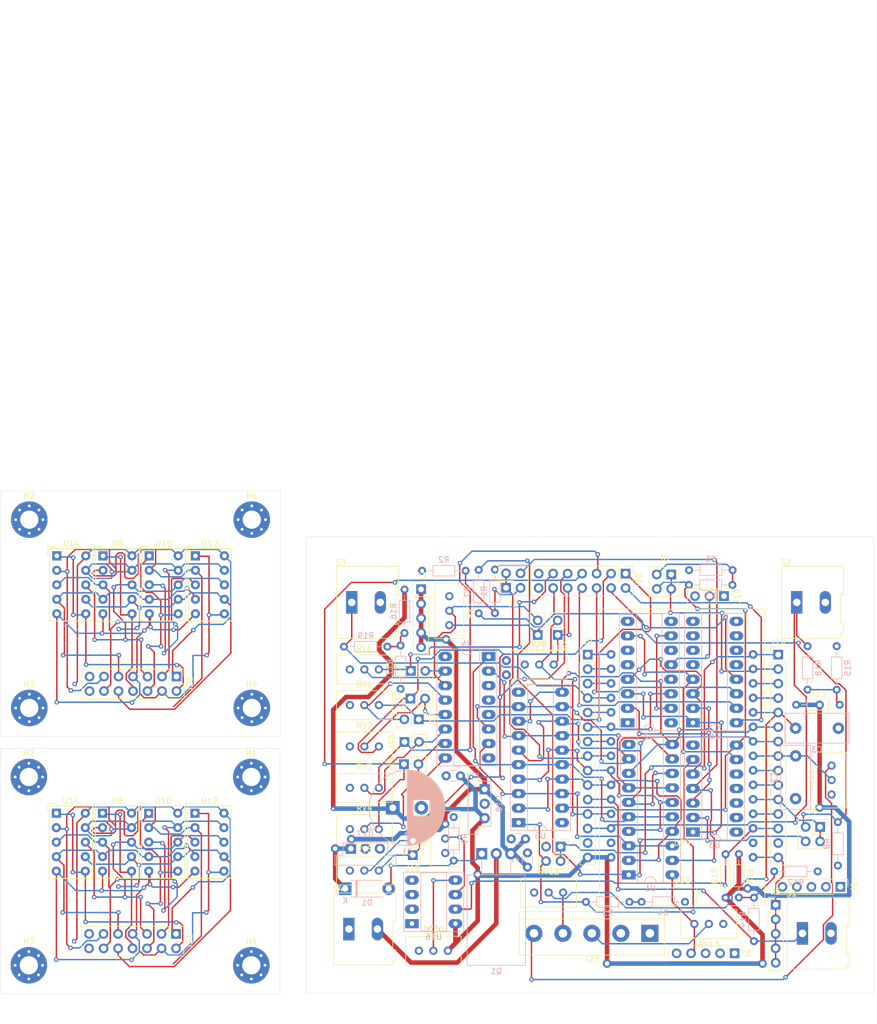
<source format=kicad_pcb>
(kicad_pcb (version 20171130) (host pcbnew 5.1.10-88a1d61d58~90~ubuntu20.04.1)
  (layers (0 F.Cu power) (1 5V signal) (2 GND signal) (31 B.Cu power) (34 B.Paste user) (35 F.Paste user) (36 B.SilkS user) (37 F.SilkS user) (38 B.Mask user) (39 F.Mask user) (44 Edge.Cuts user))
  (net 0 "")
  (net 1 +5VL)
  (net 2 POWER-IN-)
  (net 3 _chB)
  (net 4 _chA)
  (net 5 +12V)
  (net 6 "Net-(D1-Pad2)")
  (net 7 _ones)
  (net 8 _onesBoard)
  (net 9 ones33)
  (net 10 +3V3)
  (net 11 _thousandsBoard)
  (net 12 thousands33)
  (net 13 _thousands)
  (net 14 _tensBoard)
  (net 15 "Net-(J7-Pad1)")
  (net 16 _tens)
  (net 17 _hundreds)
  (net 18 _hundredsBoard)
  (net 19 hundreds33)
  (net 20 _mode)
  (net 21 _dpBoard)
  (net 22 _zero)
  (net 23 _a1)
  (net 24 _a2)
  (net 25 "Net-(J9-Pad7)")
  (net 26 _clk)
  (net 27 "Net-(J9-Pad5)")
  (net 28 _config)
  (net 29 "Net-(J9-Pad3)")
  (net 30 "Net-(J9-Pad2)")
  (net 31 "Net-(J9-Pad1)")
  (net 32 "Net-(J10-Pad3)")
  (net 33 "Net-(J10-Pad4)")
  (net 34 _a4)
  (net 35 _a3)
  (net 36 "Net-(J10-Pad9)")
  (net 37 "Net-(J10-Pad10)")
  (net 38 "Net-(J10-Pad12)")
  (net 39 _save)
  (net 40 a)
  (net 41 _a)
  (net 42 b)
  (net 43 _b)
  (net 44 _c)
  (net 45 c)
  (net 46 _d)
  (net 47 d)
  (net 48 _e)
  (net 49 e)
  (net 50 f)
  (net 51 _f)
  (net 52 g)
  (net 53 _g)
  (net 54 _dp)
  (net 55 +5VP)
  (net 56 "Net-(J19-Pad2)")
  (net 57 thousands)
  (net 58 hundreds)
  (net 59 tens)
  (net 60 ones)
  (net 61 +g)
  (net 62 +f)
  (net 63 +dp)
  (net 64 +e)
  (net 65 +ones)
  (net 66 +d)
  (net 67 +tens)
  (net 68 +c)
  (net 69 +hundreds)
  (net 70 +b)
  (net 71 +thousands)
  (net 72 +a)
  (net 73 white)
  (net 74 yellow)
  (net 75 gray)
  (net 76 POWER-IN+)
  (net 77 tens33)
  (net 78 "Net-(R11-Pad2)")
  (net 79 "Net-(R13-Pad2)")
  (net 80 "Net-(R16-Pad2)")
  (net 81 "Net-(RV9-Pad2)")
  (net 82 "Net-(RV10-Pad2)")
  (net 83 /7-segmet-display/BCD_out4)
  (net 84 /7-segmet-display/BCD_out1)
  (net 85 /7-segmet-display/BCD_out3)
  (net 86 /7-segmet-display/BCD_out2)
  (net 87 "Net-(U2-Pad1)")
  (net 88 "Net-(U2-Pad9)")
  (net 89 "Net-(U2-Pad2)")
  (net 90 "Net-(U2-Pad10)")
  (net 91 "Net-(U2-Pad3)")
  (net 92 "Net-(U2-Pad11)")
  (net 93 "Net-(U2-Pad4)")
  (net 94 "Net-(U2-Pad5)")
  (net 95 "Net-(U2-Pad6)")
  (net 96 "Net-(U2-Pad7)")
  (net 97 "Net-(U6-Pad9)")
  (net 98 "Net-(U6-Pad10)")
  (net 99 "Net-(U6-Pad11)")
  (net 100 "Net-(U6-Pad12)")
  (net 101 "Net-(U6-Pad5)")
  (net 102 "Net-(U6-Pad6)")
  (net 103 "Net-(U6-Pad7)")
  (net 104 "Net-(U16-Pad1)")
  (net 105 "Net-(U16-Pad2)")
  (net 106 "Net-(U16-Pad3)")
  (net 107 "Net-(J20-Pad8)")
  (net 108 "Net-(J20-Pad7)")
  (net 109 "Net-(J21-Pad8)")
  (net 110 "Net-(J21-Pad7)")
  (module knownParts:PinHeader_2x07_P2.54mm_Vertical-counterclockwise (layer F.Cu) (at 85.78 103 270)
    (fp_text reference J21 (at 1.27 -2.33 90) (layer F.SilkS))
    (fp_text value Conn_02x07_Counter_Clockwise)
    (pad 1 thru_hole rect (at 0 0 270) (size 1.7 1.7) (drill 1) (layers *.Cu *.Mask))
    (pad 14 thru_hole oval (at 2.54 0 270) (size 1.7 1.7) (drill 1) (layers *.Cu *.Mask))
    (pad 2 thru_hole oval (at 0 2.54 270) (size 1.7 1.7) (drill 1) (layers *.Cu *.Mask))
    (pad 13 thru_hole oval (at 2.54 2.54 270) (size 1.7 1.7) (drill 1) (layers *.Cu *.Mask))
    (pad 3 thru_hole oval (at 0 5.08 270) (size 1.7 1.7) (drill 1) (layers *.Cu *.Mask))
    (pad 12 thru_hole oval (at 2.54 5.08 270) (size 1.7 1.7) (drill 1) (layers *.Cu *.Mask))
    (pad 4 thru_hole oval (at 0 7.62 270) (size 1.7 1.7) (drill 1) (layers *.Cu *.Mask))
    (pad 11 thru_hole oval (at 2.54 7.62 270) (size 1.7 1.7) (drill 1) (layers *.Cu *.Mask))
    (pad 5 thru_hole oval (at 0 10.16 270) (size 1.7 1.7) (drill 1) (layers *.Cu *.Mask))
    (pad 10 thru_hole oval (at 2.54 10.16 270) (size 1.7 1.7) (drill 1) (layers *.Cu *.Mask))
    (pad 6 thru_hole oval (at 0 12.7 270) (size 1.7 1.7) (drill 1) (layers *.Cu *.Mask))
    (pad 9 thru_hole oval (at 2.54 12.7 270) (size 1.7 1.7) (drill 1) (layers *.Cu *.Mask))
    (pad 7 thru_hole oval (at 0 15.24 270) (size 1.7 1.7) (drill 1) (layers *.Cu *.Mask))
    (pad 8 thru_hole oval (at 2.54 15.24 270) (size 1.7 1.7) (drill 1) (layers *.Cu *.Mask))
  )
  (module MountingHole:MountingHole_3.2mm_M3_Pad_Via (layer F.Cu) (at 59.98 108.5)
    (fp_text reference H3 (at 0 -4.2) (layer F.SilkS))
    (fp_text value MountingHole)
    (pad 1 thru_hole circle (at 0 0) (size 6.4 6.4) (drill 3.2) (layers *.Cu *.Mask))
    (pad 1 thru_hole circle (at 2.4 0) (size 0.8 0.8) (drill 0.5) (layers *.Cu *.Mask))
    (pad 1 thru_hole circle (at 1.697056 1.697056) (size 0.8 0.8) (drill 0.5) (layers *.Cu *.Mask))
    (pad 1 thru_hole circle (at 0 2.4) (size 0.8 0.8) (drill 0.5) (layers *.Cu *.Mask))
    (pad 1 thru_hole circle (at -1.697056 1.697056) (size 0.8 0.8) (drill 0.5) (layers *.Cu *.Mask))
    (pad 1 thru_hole circle (at -2.4 0) (size 0.8 0.8) (drill 0.5) (layers *.Cu *.Mask))
    (pad 1 thru_hole circle (at -1.697056 -1.697056) (size 0.8 0.8) (drill 0.5) (layers *.Cu *.Mask))
    (pad 1 thru_hole circle (at 0 -2.4) (size 0.8 0.8) (drill 0.5) (layers *.Cu *.Mask))
    (pad 1 thru_hole circle (at 1.697056 -1.697056) (size 0.8 0.8) (drill 0.5) (layers *.Cu *.Mask))
  )
  (module MountingHole:MountingHole_3.2mm_M3_Pad_Via (layer F.Cu) (at 98.98 75.5)
    (fp_text reference H1 (at 0 -4.2) (layer F.SilkS))
    (fp_text value MountingHole)
    (pad 1 thru_hole circle (at 0 0) (size 6.4 6.4) (drill 3.2) (layers *.Cu *.Mask))
    (pad 1 thru_hole circle (at 2.4 0) (size 0.8 0.8) (drill 0.5) (layers *.Cu *.Mask))
    (pad 1 thru_hole circle (at 1.697056 1.697056) (size 0.8 0.8) (drill 0.5) (layers *.Cu *.Mask))
    (pad 1 thru_hole circle (at 0 2.4) (size 0.8 0.8) (drill 0.5) (layers *.Cu *.Mask))
    (pad 1 thru_hole circle (at -1.697056 1.697056) (size 0.8 0.8) (drill 0.5) (layers *.Cu *.Mask))
    (pad 1 thru_hole circle (at -2.4 0) (size 0.8 0.8) (drill 0.5) (layers *.Cu *.Mask))
    (pad 1 thru_hole circle (at -1.697056 -1.697056) (size 0.8 0.8) (drill 0.5) (layers *.Cu *.Mask))
    (pad 1 thru_hole circle (at 0 -2.4) (size 0.8 0.8) (drill 0.5) (layers *.Cu *.Mask))
    (pad 1 thru_hole circle (at 1.697056 -1.697056) (size 0.8 0.8) (drill 0.5) (layers *.Cu *.Mask))
  )
  (module Display_7Segment:HDSP-A151 (layer F.Cu) (at 64.8 81.84)
    (fp_text reference U14 (at 2.54 -2.159) (layer F.SilkS))
    (fp_text value HDSP-7503)
    (pad 1 thru_hole rect (at 0 0) (size 1.6 1.6) (drill 0.8) (layers *.Cu *.Mask))
    (pad 2 thru_hole circle (at 0 2.54) (size 1.6 1.6) (drill 0.8) (layers *.Cu *.Mask))
    (pad 3 thru_hole circle (at 0 5.08) (size 1.6 1.6) (drill 0.8) (layers *.Cu *.Mask))
    (pad 4 thru_hole circle (at 0 7.62) (size 1.6 1.6) (drill 0.8) (layers *.Cu *.Mask))
    (pad 5 thru_hole circle (at 0 10.16) (size 1.6 1.6) (drill 0.8) (layers *.Cu *.Mask))
    (pad 6 thru_hole circle (at 5.08 10.16) (size 1.6 1.6) (drill 0.8) (layers *.Cu *.Mask))
    (pad 7 thru_hole circle (at 5.08 7.62) (size 1.6 1.6) (drill 0.8) (layers *.Cu *.Mask))
    (pad 8 thru_hole circle (at 5.08 5.08) (size 1.6 1.6) (drill 0.8) (layers *.Cu *.Mask))
    (pad 9 thru_hole circle (at 5.08 2.54) (size 1.6 1.6) (drill 0.8) (layers *.Cu *.Mask))
    (pad 10 thru_hole circle (at 5.08 0) (size 1.6 1.6) (drill 0.8) (layers *.Cu *.Mask))
  )
  (module Display_7Segment:HDSP-A151 (layer F.Cu) (at 89.1 81.84)
    (fp_text reference U12 (at 2.54 -2.159) (layer F.SilkS))
    (fp_text value HDSP-7503)
    (pad 10 thru_hole circle (at 5.08 0) (size 1.6 1.6) (drill 0.8) (layers *.Cu *.Mask))
    (pad 9 thru_hole circle (at 5.08 2.54) (size 1.6 1.6) (drill 0.8) (layers *.Cu *.Mask))
    (pad 8 thru_hole circle (at 5.08 5.08) (size 1.6 1.6) (drill 0.8) (layers *.Cu *.Mask))
    (pad 7 thru_hole circle (at 5.08 7.62) (size 1.6 1.6) (drill 0.8) (layers *.Cu *.Mask))
    (pad 6 thru_hole circle (at 5.08 10.16) (size 1.6 1.6) (drill 0.8) (layers *.Cu *.Mask))
    (pad 5 thru_hole circle (at 0 10.16) (size 1.6 1.6) (drill 0.8) (layers *.Cu *.Mask))
    (pad 4 thru_hole circle (at 0 7.62) (size 1.6 1.6) (drill 0.8) (layers *.Cu *.Mask))
    (pad 3 thru_hole circle (at 0 5.08) (size 1.6 1.6) (drill 0.8) (layers *.Cu *.Mask))
    (pad 2 thru_hole circle (at 0 2.54) (size 1.6 1.6) (drill 0.8) (layers *.Cu *.Mask))
    (pad 1 thru_hole rect (at 0 0) (size 1.6 1.6) (drill 0.8) (layers *.Cu *.Mask))
  )
  (module Display_7Segment:HDSP-A151 (layer F.Cu) (at 81 81.84)
    (fp_text reference U10 (at 2.54 -2.159) (layer F.SilkS))
    (fp_text value HDSP-7503)
    (pad 1 thru_hole rect (at 0 0) (size 1.6 1.6) (drill 0.8) (layers *.Cu *.Mask))
    (pad 2 thru_hole circle (at 0 2.54) (size 1.6 1.6) (drill 0.8) (layers *.Cu *.Mask))
    (pad 3 thru_hole circle (at 0 5.08) (size 1.6 1.6) (drill 0.8) (layers *.Cu *.Mask))
    (pad 4 thru_hole circle (at 0 7.62) (size 1.6 1.6) (drill 0.8) (layers *.Cu *.Mask))
    (pad 5 thru_hole circle (at 0 10.16) (size 1.6 1.6) (drill 0.8) (layers *.Cu *.Mask))
    (pad 6 thru_hole circle (at 5.08 10.16) (size 1.6 1.6) (drill 0.8) (layers *.Cu *.Mask))
    (pad 7 thru_hole circle (at 5.08 7.62) (size 1.6 1.6) (drill 0.8) (layers *.Cu *.Mask))
    (pad 8 thru_hole circle (at 5.08 5.08) (size 1.6 1.6) (drill 0.8) (layers *.Cu *.Mask))
    (pad 9 thru_hole circle (at 5.08 2.54) (size 1.6 1.6) (drill 0.8) (layers *.Cu *.Mask))
    (pad 10 thru_hole circle (at 5.08 0) (size 1.6 1.6) (drill 0.8) (layers *.Cu *.Mask))
  )
  (module Display_7Segment:HDSP-A151 (layer F.Cu) (at 72.9 81.84)
    (fp_text reference U8 (at 2.54 -2.159) (layer F.SilkS))
    (fp_text value HDSP-7503)
    (pad 10 thru_hole circle (at 5.08 0) (size 1.6 1.6) (drill 0.8) (layers *.Cu *.Mask))
    (pad 9 thru_hole circle (at 5.08 2.54) (size 1.6 1.6) (drill 0.8) (layers *.Cu *.Mask))
    (pad 8 thru_hole circle (at 5.08 5.08) (size 1.6 1.6) (drill 0.8) (layers *.Cu *.Mask))
    (pad 7 thru_hole circle (at 5.08 7.62) (size 1.6 1.6) (drill 0.8) (layers *.Cu *.Mask))
    (pad 6 thru_hole circle (at 5.08 10.16) (size 1.6 1.6) (drill 0.8) (layers *.Cu *.Mask))
    (pad 5 thru_hole circle (at 0 10.16) (size 1.6 1.6) (drill 0.8) (layers *.Cu *.Mask))
    (pad 4 thru_hole circle (at 0 7.62) (size 1.6 1.6) (drill 0.8) (layers *.Cu *.Mask))
    (pad 3 thru_hole circle (at 0 5.08) (size 1.6 1.6) (drill 0.8) (layers *.Cu *.Mask))
    (pad 2 thru_hole circle (at 0 2.54) (size 1.6 1.6) (drill 0.8) (layers *.Cu *.Mask))
    (pad 1 thru_hole rect (at 0 0) (size 1.6 1.6) (drill 0.8) (layers *.Cu *.Mask))
  )
  (module MountingHole:MountingHole_3.2mm_M3_Pad_Via (layer F.Cu) (at 59.98 75.5)
    (fp_text reference H2 (at 0 -4.2) (layer F.SilkS))
    (fp_text value MountingHole)
    (pad 1 thru_hole circle (at 0 0) (size 6.4 6.4) (drill 3.2) (layers *.Cu *.Mask))
    (pad 1 thru_hole circle (at 2.4 0) (size 0.8 0.8) (drill 0.5) (layers *.Cu *.Mask))
    (pad 1 thru_hole circle (at 1.697056 1.697056) (size 0.8 0.8) (drill 0.5) (layers *.Cu *.Mask))
    (pad 1 thru_hole circle (at 0 2.4) (size 0.8 0.8) (drill 0.5) (layers *.Cu *.Mask))
    (pad 1 thru_hole circle (at -1.697056 1.697056) (size 0.8 0.8) (drill 0.5) (layers *.Cu *.Mask))
    (pad 1 thru_hole circle (at -2.4 0) (size 0.8 0.8) (drill 0.5) (layers *.Cu *.Mask))
    (pad 1 thru_hole circle (at -1.697056 -1.697056) (size 0.8 0.8) (drill 0.5) (layers *.Cu *.Mask))
    (pad 1 thru_hole circle (at 0 -2.4) (size 0.8 0.8) (drill 0.5) (layers *.Cu *.Mask))
    (pad 1 thru_hole circle (at 1.697056 -1.697056) (size 0.8 0.8) (drill 0.5) (layers *.Cu *.Mask))
  )
  (module MountingHole:MountingHole_3.2mm_M3_Pad_Via (layer F.Cu) (at 98.98 108.5)
    (fp_text reference H4 (at 0 -4.2) (layer F.SilkS))
    (fp_text value MountingHole)
    (pad 1 thru_hole circle (at 0 0) (size 6.4 6.4) (drill 3.2) (layers *.Cu *.Mask))
    (pad 1 thru_hole circle (at 2.4 0) (size 0.8 0.8) (drill 0.5) (layers *.Cu *.Mask))
    (pad 1 thru_hole circle (at 1.697056 1.697056) (size 0.8 0.8) (drill 0.5) (layers *.Cu *.Mask))
    (pad 1 thru_hole circle (at 0 2.4) (size 0.8 0.8) (drill 0.5) (layers *.Cu *.Mask))
    (pad 1 thru_hole circle (at -1.697056 1.697056) (size 0.8 0.8) (drill 0.5) (layers *.Cu *.Mask))
    (pad 1 thru_hole circle (at -2.4 0) (size 0.8 0.8) (drill 0.5) (layers *.Cu *.Mask))
    (pad 1 thru_hole circle (at -1.697056 -1.697056) (size 0.8 0.8) (drill 0.5) (layers *.Cu *.Mask))
    (pad 1 thru_hole circle (at 0 -2.4) (size 0.8 0.8) (drill 0.5) (layers *.Cu *.Mask))
    (pad 1 thru_hole circle (at 1.697056 -1.697056) (size 0.8 0.8) (drill 0.5) (layers *.Cu *.Mask))
  )
  (module knownParts:PinSocket_2x02_P2.54mm_Vertical_CounterClockWise (layer F.Cu) (at 143.55 87.45 180)
    (fp_text reference J2 (at -1.27 -2.77) (layer F.SilkS))
    (fp_text value Conn_02x02_Counter_Clockwise)
    (pad 2 thru_hole oval (at -2.54 2.54 180) (size 1.7 1.7) (drill 1) (layers *.Cu *.Mask) (net 7 _ones))
    (pad 3 thru_hole oval (at 0 2.54 180) (size 1.7 1.7) (drill 1) (layers *.Cu *.Mask) (net 8 _onesBoard))
    (pad 1 thru_hole oval (at -2.54 0 180) (size 1.7 1.7) (drill 1) (layers *.Cu *.Mask) (net 9 ones33))
    (pad 4 thru_hole rect (at 0 0 180) (size 1.7 1.7) (drill 1) (layers *.Cu *.Mask) (net 8 _onesBoard))
  )
  (module knownParts:PinHeader_2x07_P2.54mm_Vertical-counterclockwise (layer F.Cu) (at 85.7 148.1 270)
    (fp_text reference J21 (at 1.27 -2.33 90) (layer F.SilkS))
    (fp_text value Conn_02x07_Counter_Clockwise)
    (pad 8 thru_hole oval (at 2.54 15.24 270) (size 1.7 1.7) (drill 1) (layers *.Cu *.Mask) (net 109 "Net-(J21-Pad8)"))
    (pad 7 thru_hole oval (at 0 15.24 270) (size 1.7 1.7) (drill 1) (layers *.Cu *.Mask) (net 110 "Net-(J21-Pad7)"))
    (pad 9 thru_hole oval (at 2.54 12.7 270) (size 1.7 1.7) (drill 1) (layers *.Cu *.Mask) (net 61 +g))
    (pad 6 thru_hole oval (at 0 12.7 270) (size 1.7 1.7) (drill 1) (layers *.Cu *.Mask) (net 62 +f))
    (pad 10 thru_hole oval (at 2.54 10.16 270) (size 1.7 1.7) (drill 1) (layers *.Cu *.Mask) (net 63 +dp))
    (pad 5 thru_hole oval (at 0 10.16 270) (size 1.7 1.7) (drill 1) (layers *.Cu *.Mask) (net 64 +e))
    (pad 11 thru_hole oval (at 2.54 7.62 270) (size 1.7 1.7) (drill 1) (layers *.Cu *.Mask) (net 65 +ones))
    (pad 4 thru_hole oval (at 0 7.62 270) (size 1.7 1.7) (drill 1) (layers *.Cu *.Mask) (net 66 +d))
    (pad 12 thru_hole oval (at 2.54 5.08 270) (size 1.7 1.7) (drill 1) (layers *.Cu *.Mask) (net 67 +tens))
    (pad 3 thru_hole oval (at 0 5.08 270) (size 1.7 1.7) (drill 1) (layers *.Cu *.Mask) (net 68 +c))
    (pad 13 thru_hole oval (at 2.54 2.54 270) (size 1.7 1.7) (drill 1) (layers *.Cu *.Mask) (net 69 +hundreds))
    (pad 2 thru_hole oval (at 0 2.54 270) (size 1.7 1.7) (drill 1) (layers *.Cu *.Mask) (net 70 +b))
    (pad 14 thru_hole oval (at 2.54 0 270) (size 1.7 1.7) (drill 1) (layers *.Cu *.Mask) (net 71 +thousands))
    (pad 1 thru_hole rect (at 0 0 270) (size 1.7 1.7) (drill 1) (layers *.Cu *.Mask) (net 72 +a))
  )
  (module knownParts:PinHeader_2x07_P2.54mm_Vertical-counterclockwise (layer F.Cu) (at 164.5 84.95 270)
    (fp_text reference J20 (at 1.27 -2.33 90) (layer F.SilkS))
    (fp_text value Conn_02x07_Counter_Clockwise)
    (pad 8 thru_hole oval (at 2.54 15.24 270) (size 1.7 1.7) (drill 1) (layers *.Cu *.Mask) (net 107 "Net-(J20-Pad8)"))
    (pad 7 thru_hole oval (at 0 15.24 270) (size 1.7 1.7) (drill 1) (layers *.Cu *.Mask) (net 108 "Net-(J20-Pad7)"))
    (pad 9 thru_hole oval (at 2.54 12.7 270) (size 1.7 1.7) (drill 1) (layers *.Cu *.Mask) (net 53 _g))
    (pad 6 thru_hole oval (at 0 12.7 270) (size 1.7 1.7) (drill 1) (layers *.Cu *.Mask) (net 51 _f))
    (pad 10 thru_hole oval (at 2.54 10.16 270) (size 1.7 1.7) (drill 1) (layers *.Cu *.Mask) (net 54 _dp))
    (pad 5 thru_hole oval (at 0 10.16 270) (size 1.7 1.7) (drill 1) (layers *.Cu *.Mask) (net 48 _e))
    (pad 11 thru_hole oval (at 2.54 7.62 270) (size 1.7 1.7) (drill 1) (layers *.Cu *.Mask) (net 60 ones))
    (pad 4 thru_hole oval (at 0 7.62 270) (size 1.7 1.7) (drill 1) (layers *.Cu *.Mask) (net 46 _d))
    (pad 12 thru_hole oval (at 2.54 5.08 270) (size 1.7 1.7) (drill 1) (layers *.Cu *.Mask) (net 59 tens))
    (pad 3 thru_hole oval (at 0 5.08 270) (size 1.7 1.7) (drill 1) (layers *.Cu *.Mask) (net 44 _c))
    (pad 13 thru_hole oval (at 2.54 2.54 270) (size 1.7 1.7) (drill 1) (layers *.Cu *.Mask) (net 58 hundreds))
    (pad 2 thru_hole oval (at 0 2.54 270) (size 1.7 1.7) (drill 1) (layers *.Cu *.Mask) (net 43 _b))
    (pad 14 thru_hole oval (at 2.54 0 270) (size 1.7 1.7) (drill 1) (layers *.Cu *.Mask) (net 57 thousands))
    (pad 1 thru_hole rect (at 0 0 270) (size 1.7 1.7) (drill 1) (layers *.Cu *.Mask) (net 41 _a))
  )
  (module MountingHole:MountingHole_3.2mm_M3_Pad_Via (layer F.Cu) (at 98.9 153.6)
    (fp_text reference H4 (at 0 -4.2) (layer F.SilkS))
    (fp_text value MountingHole)
    (pad 1 thru_hole circle (at 1.697056 -1.697056) (size 0.8 0.8) (drill 0.5) (layers *.Cu *.Mask))
    (pad 1 thru_hole circle (at 0 -2.4) (size 0.8 0.8) (drill 0.5) (layers *.Cu *.Mask))
    (pad 1 thru_hole circle (at -1.697056 -1.697056) (size 0.8 0.8) (drill 0.5) (layers *.Cu *.Mask))
    (pad 1 thru_hole circle (at -2.4 0) (size 0.8 0.8) (drill 0.5) (layers *.Cu *.Mask))
    (pad 1 thru_hole circle (at -1.697056 1.697056) (size 0.8 0.8) (drill 0.5) (layers *.Cu *.Mask))
    (pad 1 thru_hole circle (at 0 2.4) (size 0.8 0.8) (drill 0.5) (layers *.Cu *.Mask))
    (pad 1 thru_hole circle (at 1.697056 1.697056) (size 0.8 0.8) (drill 0.5) (layers *.Cu *.Mask))
    (pad 1 thru_hole circle (at 2.4 0) (size 0.8 0.8) (drill 0.5) (layers *.Cu *.Mask))
    (pad 1 thru_hole circle (at 0 0) (size 6.4 6.4) (drill 3.2) (layers *.Cu *.Mask))
  )
  (module MountingHole:MountingHole_3.2mm_M3_Pad_Via (layer F.Cu) (at 59.9 153.6)
    (fp_text reference H3 (at 0 -4.2) (layer F.SilkS))
    (fp_text value MountingHole)
    (pad 1 thru_hole circle (at 1.697056 -1.697056) (size 0.8 0.8) (drill 0.5) (layers *.Cu *.Mask))
    (pad 1 thru_hole circle (at 0 -2.4) (size 0.8 0.8) (drill 0.5) (layers *.Cu *.Mask))
    (pad 1 thru_hole circle (at -1.697056 -1.697056) (size 0.8 0.8) (drill 0.5) (layers *.Cu *.Mask))
    (pad 1 thru_hole circle (at -2.4 0) (size 0.8 0.8) (drill 0.5) (layers *.Cu *.Mask))
    (pad 1 thru_hole circle (at -1.697056 1.697056) (size 0.8 0.8) (drill 0.5) (layers *.Cu *.Mask))
    (pad 1 thru_hole circle (at 0 2.4) (size 0.8 0.8) (drill 0.5) (layers *.Cu *.Mask))
    (pad 1 thru_hole circle (at 1.697056 1.697056) (size 0.8 0.8) (drill 0.5) (layers *.Cu *.Mask))
    (pad 1 thru_hole circle (at 2.4 0) (size 0.8 0.8) (drill 0.5) (layers *.Cu *.Mask))
    (pad 1 thru_hole circle (at 0 0) (size 6.4 6.4) (drill 3.2) (layers *.Cu *.Mask))
  )
  (module MountingHole:MountingHole_3.2mm_M3_Pad_Via (layer F.Cu) (at 59.9 120.6)
    (fp_text reference H2 (at 0 -4.2) (layer F.SilkS))
    (fp_text value MountingHole)
    (pad 1 thru_hole circle (at 1.697056 -1.697056) (size 0.8 0.8) (drill 0.5) (layers *.Cu *.Mask))
    (pad 1 thru_hole circle (at 0 -2.4) (size 0.8 0.8) (drill 0.5) (layers *.Cu *.Mask))
    (pad 1 thru_hole circle (at -1.697056 -1.697056) (size 0.8 0.8) (drill 0.5) (layers *.Cu *.Mask))
    (pad 1 thru_hole circle (at -2.4 0) (size 0.8 0.8) (drill 0.5) (layers *.Cu *.Mask))
    (pad 1 thru_hole circle (at -1.697056 1.697056) (size 0.8 0.8) (drill 0.5) (layers *.Cu *.Mask))
    (pad 1 thru_hole circle (at 0 2.4) (size 0.8 0.8) (drill 0.5) (layers *.Cu *.Mask))
    (pad 1 thru_hole circle (at 1.697056 1.697056) (size 0.8 0.8) (drill 0.5) (layers *.Cu *.Mask))
    (pad 1 thru_hole circle (at 2.4 0) (size 0.8 0.8) (drill 0.5) (layers *.Cu *.Mask))
    (pad 1 thru_hole circle (at 0 0) (size 6.4 6.4) (drill 3.2) (layers *.Cu *.Mask))
  )
  (module MountingHole:MountingHole_3.2mm_M3_Pad_Via (layer F.Cu) (at 98.9 120.6)
    (fp_text reference H1 (at 0 -4.2) (layer F.SilkS))
    (fp_text value MountingHole)
    (pad 1 thru_hole circle (at 1.697056 -1.697056) (size 0.8 0.8) (drill 0.5) (layers *.Cu *.Mask))
    (pad 1 thru_hole circle (at 0 -2.4) (size 0.8 0.8) (drill 0.5) (layers *.Cu *.Mask))
    (pad 1 thru_hole circle (at -1.697056 -1.697056) (size 0.8 0.8) (drill 0.5) (layers *.Cu *.Mask))
    (pad 1 thru_hole circle (at -2.4 0) (size 0.8 0.8) (drill 0.5) (layers *.Cu *.Mask))
    (pad 1 thru_hole circle (at -1.697056 1.697056) (size 0.8 0.8) (drill 0.5) (layers *.Cu *.Mask))
    (pad 1 thru_hole circle (at 0 2.4) (size 0.8 0.8) (drill 0.5) (layers *.Cu *.Mask))
    (pad 1 thru_hole circle (at 1.697056 1.697056) (size 0.8 0.8) (drill 0.5) (layers *.Cu *.Mask))
    (pad 1 thru_hole circle (at 2.4 0) (size 0.8 0.8) (drill 0.5) (layers *.Cu *.Mask))
    (pad 1 thru_hole circle (at 0 0) (size 6.4 6.4) (drill 3.2) (layers *.Cu *.Mask))
  )
  (module Capacitor_THT:C_Disc_D3.0mm_W1.6mm_P2.50mm (layer B.Cu) (at 147.3 136.4 90)
    (fp_text reference Murata-Ceramic-Capacitor-50v1-22uF1 hide)
    (fp_text value C (at 1.25 -2.05 90) (layer B.SilkS) (effects (justify mirror)))
    (pad 2 thru_hole circle (at 2.5 0 90) (size 1.6 1.6) (drill 0.8) (layers *.Cu *.Mask) (net 2 POWER-IN-))
    (pad 1 thru_hole circle (at 0 0 90) (size 1.6 1.6) (drill 0.8) (layers *.Cu *.Mask) (net 5 +12V))
  )
  (module Capacitor_THT:C_Disc_D11.0mm_W5.0mm_P7.50mm (layer B.Cu) (at 194.3 116.9 270)
    (fp_text reference C2 (at 3.75 3.75 270) (layer B.SilkS) (effects (justify mirror)))
    (fp_text value C)
    (pad 2 thru_hole circle (at 7.5 0 270) (size 2 2) (drill 1) (layers *.Cu *.Mask) (net 2 POWER-IN-))
    (pad 1 thru_hole circle (at 0 0 270) (size 2 2) (drill 1) (layers *.Cu *.Mask) (net 3 _chB))
  )
  (module Capacitor_THT:C_Disc_D11.0mm_W5.0mm_P7.50mm (layer B.Cu) (at 194.3 112.05)
    (fp_text reference C3 (at 3.75 3.75 180) (layer B.SilkS) (effects (justify mirror)))
    (fp_text value C)
    (pad 2 thru_hole circle (at 7.5 0) (size 2 2) (drill 1) (layers *.Cu *.Mask) (net 2 POWER-IN-))
    (pad 1 thru_hole circle (at 0 0) (size 2 2) (drill 1) (layers *.Cu *.Mask) (net 4 _chA))
  )
  (module Capacitor_THT:C_Disc_D3.0mm_W1.6mm_P2.50mm (layer B.Cu) (at 146.95 131.45 180)
    (fp_text reference Murata-Ceramic-Capacitor-50v1-22uF2 hide)
    (fp_text value C)
    (pad 2 thru_hole circle (at 2.5 0 180) (size 1.6 1.6) (drill 0.8) (layers *.Cu *.Mask) (net 2 POWER-IN-))
    (pad 1 thru_hole circle (at 0 0 180) (size 1.6 1.6) (drill 0.8) (layers *.Cu *.Mask) (net 5 +12V))
  )
  (module Capacitor_THT:C_Disc_D3.0mm_W1.6mm_P2.50mm (layer B.Cu) (at 143.6 102.7 90)
    (fp_text reference Murata-Ceramic-Capacitor-50v1-22uF3 hide)
    (fp_text value C)
    (pad 2 thru_hole circle (at 2.5 0 90) (size 1.6 1.6) (drill 0.8) (layers *.Cu *.Mask) (net 2 POWER-IN-))
    (pad 1 thru_hole circle (at 0 0 90) (size 1.6 1.6) (drill 0.8) (layers *.Cu *.Mask) (net 55 +5VP))
  )
  (module Capacitor_THT:C_Disc_D3.0mm_W1.6mm_P2.50mm (layer B.Cu) (at 135.55 120.4 180)
    (fp_text reference Murata-Ceramic-Capacitor-50v1-22uF4 hide)
    (fp_text value C)
    (pad 2 thru_hole circle (at 2.5 0 180) (size 1.6 1.6) (drill 0.8) (layers *.Cu *.Mask) (net 2 POWER-IN-))
    (pad 1 thru_hole circle (at 0 0 180) (size 1.6 1.6) (drill 0.8) (layers *.Cu *.Mask) (net 1 +5VL))
  )
  (module TerminalBlock:TerminalBlock_Altech_AK300-2_P5.00mm (layer F.Cu) (at 116 147.25)
    (fp_text reference S4 (at -1.92 -6.99) (layer F.SilkS))
    (fp_text value Generic-Switch)
    (pad 2 thru_hole oval (at 5 0) (size 1.98 3.96) (drill 1.32) (layers *.Cu *.Mask) (net 76 POWER-IN+))
    (pad 1 thru_hole rect (at 0 0) (size 1.98 3.96) (drill 1.32) (layers *.Cu *.Mask) (net 2 POWER-IN-))
  )
  (module Package_DIP:DIP-8_W7.62mm_Socket_LongPads (layer B.Cu) (at 127.05 146.3)
    (fp_text reference U16 (at 3.81 2.33) (layer B.SilkS) (effects (justify mirror)))
    (fp_text value LM393)
    (pad 8 thru_hole oval (at 7.62 0) (size 2.4 1.6) (drill 0.8) (layers *.Cu *.Mask) (net 1 +5VL))
    (pad 4 thru_hole oval (at 0 -7.62) (size 2.4 1.6) (drill 0.8) (layers *.Cu *.Mask) (net 2 POWER-IN-))
    (pad 7 thru_hole oval (at 7.62 -2.54) (size 2.4 1.6) (drill 0.8) (layers *.Cu *.Mask) (net 39 _save))
    (pad 3 thru_hole oval (at 0 -5.08) (size 2.4 1.6) (drill 0.8) (layers *.Cu *.Mask) (net 106 "Net-(U16-Pad3)"))
    (pad 6 thru_hole oval (at 7.62 -5.08) (size 2.4 1.6) (drill 0.8) (layers *.Cu *.Mask) (net 81 "Net-(RV9-Pad2)"))
    (pad 2 thru_hole oval (at 0 -2.54) (size 2.4 1.6) (drill 0.8) (layers *.Cu *.Mask) (net 105 "Net-(U16-Pad2)"))
    (pad 5 thru_hole oval (at 7.62 -7.62) (size 2.4 1.6) (drill 0.8) (layers *.Cu *.Mask) (net 82 "Net-(RV10-Pad2)"))
    (pad 1 thru_hole rect (at 0 0) (size 2.4 1.6) (drill 0.8) (layers *.Cu *.Mask) (net 104 "Net-(U16-Pad1)"))
  )
  (module Capacitor_THT:CP_Radial_D13.0mm_P5.00mm (layer B.Cu) (at 123.7 126)
    (fp_text reference C1 (at 2.5 7.75) (layer B.SilkS) (effects (justify mirror)))
    (fp_text value CP1)
    (pad 1 thru_hole rect (at 0 0) (size 2.4 2.4) (drill 1.2) (layers *.Cu *.Mask) (net 1 +5VL))
    (pad 2 thru_hole circle (at 5 0) (size 2.4 2.4) (drill 1.2) (layers *.Cu *.Mask) (net 2 POWER-IN-))
  )
  (module Diode_THT:D_DO-41_SOD81_P7.62mm_Horizontal (layer B.Cu) (at 115.35 140.175)
    (fp_text reference D1 (at 3.81 2.47) (layer B.SilkS) (effects (justify mirror)))
    (fp_text value D_Zener-10V)
    (fp_text user K (at 0 2.1) (layer B.SilkS) (effects (justify mirror)))
    (pad 1 thru_hole rect (at 0 0) (size 2.2 2.2) (drill 1.1) (layers *.Cu *.Mask) (net 5 +12V))
    (pad 2 thru_hole oval (at 7.62 0) (size 2.2 2.2) (drill 1.1) (layers *.Cu *.Mask) (net 6 "Net-(D1-Pad2)"))
  )
  (module Connector_PinHeader_2.54mm:PinHeader_1x05_P2.54mm_Vertical (layer F.Cu) (at 202.15 139.85 270)
    (fp_text reference J1 (at 0 -2.33 90) (layer F.SilkS))
    (fp_text value Conn_01x05_Male)
    (pad 1 thru_hole rect (at 0 0 270) (size 1.7 1.7) (drill 1) (layers *.Cu *.Mask) (net 2 POWER-IN-))
    (pad 2 thru_hole oval (at 0 2.54 270) (size 1.7 1.7) (drill 1) (layers *.Cu *.Mask) (net 2 POWER-IN-))
    (pad 3 thru_hole oval (at 0 5.08 270) (size 1.7 1.7) (drill 1) (layers *.Cu *.Mask) (net 2 POWER-IN-))
    (pad 4 thru_hole oval (at 0 7.62 270) (size 1.7 1.7) (drill 1) (layers *.Cu *.Mask) (net 2 POWER-IN-))
    (pad 5 thru_hole oval (at 0 10.16 270) (size 1.7 1.7) (drill 1) (layers *.Cu *.Mask) (net 2 POWER-IN-))
  )
  (module Connector_PinHeader_2.54mm:PinHeader_1x05_P2.54mm_Vertical (layer F.Cu) (at 128.65 87.7)
    (fp_text reference J3 (at 0 -2.33) (layer F.SilkS))
    (fp_text value Conn_01x05_Male)
    (pad 1 thru_hole rect (at 0 0) (size 1.7 1.7) (drill 1) (layers *.Cu *.Mask) (net 5 +12V))
    (pad 2 thru_hole oval (at 0 2.54) (size 1.7 1.7) (drill 1) (layers *.Cu *.Mask) (net 5 +12V))
    (pad 3 thru_hole oval (at 0 5.08) (size 1.7 1.7) (drill 1) (layers *.Cu *.Mask) (net 5 +12V))
    (pad 4 thru_hole oval (at 0 7.62) (size 1.7 1.7) (drill 1) (layers *.Cu *.Mask) (net 5 +12V))
    (pad 5 thru_hole oval (at 0 10.16) (size 1.7 1.7) (drill 1) (layers *.Cu *.Mask) (net 5 +12V))
  )
  (module Connector_PinHeader_2.54mm:PinHeader_1x05_P2.54mm_Vertical (layer F.Cu) (at 183.6 151.5 270)
    (fp_text reference J4 (at 0 -2.33 90) (layer F.SilkS))
    (fp_text value Conn_01x05_Male)
    (pad 5 thru_hole oval (at 0 10.16 270) (size 1.7 1.7) (drill 1) (layers *.Cu *.Mask) (net 55 +5VP))
    (pad 4 thru_hole oval (at 0 7.62 270) (size 1.7 1.7) (drill 1) (layers *.Cu *.Mask) (net 55 +5VP))
    (pad 3 thru_hole oval (at 0 5.08 270) (size 1.7 1.7) (drill 1) (layers *.Cu *.Mask) (net 55 +5VP))
    (pad 2 thru_hole oval (at 0 2.54 270) (size 1.7 1.7) (drill 1) (layers *.Cu *.Mask) (net 55 +5VP))
    (pad 1 thru_hole rect (at 0 0 270) (size 1.7 1.7) (drill 1) (layers *.Cu *.Mask) (net 55 +5VP))
  )
  (module Connector_PinHeader_2.54mm:PinHeader_1x05_P2.54mm_Vertical (layer F.Cu) (at 190.8 143)
    (fp_text reference J5 (at 0 -2.33) (layer F.SilkS))
    (fp_text value Conn_01x05_Male)
    (pad 5 thru_hole oval (at 0 10.16) (size 1.7 1.7) (drill 1) (layers *.Cu *.Mask) (net 10 +3V3))
    (pad 4 thru_hole oval (at 0 7.62) (size 1.7 1.7) (drill 1) (layers *.Cu *.Mask) (net 10 +3V3))
    (pad 3 thru_hole oval (at 0 5.08) (size 1.7 1.7) (drill 1) (layers *.Cu *.Mask) (net 10 +3V3))
    (pad 2 thru_hole oval (at 0 2.54) (size 1.7 1.7) (drill 1) (layers *.Cu *.Mask) (net 10 +3V3))
    (pad 1 thru_hole rect (at 0 0) (size 1.7 1.7) (drill 1) (layers *.Cu *.Mask) (net 10 +3V3))
  )
  (module knownParts:PinSocket_2x02_P2.54mm_Vertical_CounterClockWise (layer F.Cu) (at 198.6 129.35)
    (fp_text reference J6 (at -1.27 -2.77) (layer F.SilkS))
    (fp_text value Conn_02x02_Counter_Clockwise)
    (pad 4 thru_hole rect (at 0 0) (size 1.7 1.7) (drill 1) (layers *.Cu *.Mask) (net 11 _thousandsBoard))
    (pad 1 thru_hole oval (at -2.54 0) (size 1.7 1.7) (drill 1) (layers *.Cu *.Mask) (net 12 thousands33))
    (pad 3 thru_hole oval (at 0 2.54) (size 1.7 1.7) (drill 1) (layers *.Cu *.Mask) (net 11 _thousandsBoard))
    (pad 2 thru_hole oval (at -2.54 2.54) (size 1.7 1.7) (drill 1) (layers *.Cu *.Mask) (net 13 _thousands))
  )
  (module knownParts:PinSocket_2x02_P2.54mm_Vertical_CounterClockWise (layer F.Cu) (at 153.1 132.8)
    (fp_text reference J7 (at -1.27 -2.77) (layer F.SilkS))
    (fp_text value Conn_02x02_Counter_Clockwise)
    (pad 4 thru_hole rect (at 0 0) (size 1.7 1.7) (drill 1) (layers *.Cu *.Mask) (net 14 _tensBoard))
    (pad 1 thru_hole oval (at -2.54 0) (size 1.7 1.7) (drill 1) (layers *.Cu *.Mask) (net 15 "Net-(J7-Pad1)"))
    (pad 3 thru_hole oval (at 0 2.54) (size 1.7 1.7) (drill 1) (layers *.Cu *.Mask) (net 14 _tensBoard))
    (pad 2 thru_hole oval (at -2.54 2.54) (size 1.7 1.7) (drill 1) (layers *.Cu *.Mask) (net 16 _tens))
  )
  (module knownParts:PinSocket_2x02_P2.54mm_Vertical_CounterClockWise (layer F.Cu) (at 172.5 85.1)
    (fp_text reference J8 (at -1.27 -2.77) (layer F.SilkS))
    (fp_text value Conn_02x02_Counter_Clockwise)
    (pad 2 thru_hole oval (at -2.54 2.54) (size 1.7 1.7) (drill 1) (layers *.Cu *.Mask) (net 17 _hundreds))
    (pad 3 thru_hole oval (at 0 2.54) (size 1.7 1.7) (drill 1) (layers *.Cu *.Mask) (net 18 _hundredsBoard))
    (pad 1 thru_hole oval (at -2.54 0) (size 1.7 1.7) (drill 1) (layers *.Cu *.Mask) (net 19 hundreds33))
    (pad 4 thru_hole rect (at 0 0) (size 1.7 1.7) (drill 1) (layers *.Cu *.Mask) (net 18 _hundredsBoard))
  )
  (module Connector_PinHeader_2.54mm:PinHeader_1x15_P2.54mm_Vertical (layer F.Cu) (at 157.85 99.15)
    (fp_text reference J9 (at 0 -2.33) (layer F.SilkS))
    (fp_text value Conn_01x15_Male)
    (pad 15 thru_hole oval (at 0 35.56) (size 1.7 1.7) (drill 1) (layers *.Cu *.Mask) (net 1 +5VL))
    (pad 14 thru_hole oval (at 0 33.02) (size 1.7 1.7) (drill 1) (layers *.Cu *.Mask) (net 2 POWER-IN-))
    (pad 13 thru_hole oval (at 0 30.48) (size 1.7 1.7) (drill 1) (layers *.Cu *.Mask) (net 20 _mode))
    (pad 12 thru_hole oval (at 0 27.94) (size 1.7 1.7) (drill 1) (layers *.Cu *.Mask) (net 21 _dpBoard))
    (pad 11 thru_hole oval (at 0 25.4) (size 1.7 1.7) (drill 1) (layers *.Cu *.Mask) (net 22 _zero))
    (pad 10 thru_hole oval (at 0 22.86) (size 1.7 1.7) (drill 1) (layers *.Cu *.Mask) (net 23 _a1))
    (pad 9 thru_hole oval (at 0 20.32) (size 1.7 1.7) (drill 1) (layers *.Cu *.Mask) (net 24 _a2))
    (pad 8 thru_hole oval (at 0 17.78) (size 1.7 1.7) (drill 1) (layers *.Cu *.Mask) (net 8 _onesBoard))
    (pad 7 thru_hole oval (at 0 15.24) (size 1.7 1.7) (drill 1) (layers *.Cu *.Mask) (net 25 "Net-(J9-Pad7)"))
    (pad 6 thru_hole oval (at 0 12.7) (size 1.7 1.7) (drill 1) (layers *.Cu *.Mask) (net 26 _clk))
    (pad 5 thru_hole oval (at 0 10.16) (size 1.7 1.7) (drill 1) (layers *.Cu *.Mask) (net 27 "Net-(J9-Pad5)"))
    (pad 4 thru_hole oval (at 0 7.62) (size 1.7 1.7) (drill 1) (layers *.Cu *.Mask) (net 28 _config))
    (pad 3 thru_hole oval (at 0 5.08) (size 1.7 1.7) (drill 1) (layers *.Cu *.Mask) (net 29 "Net-(J9-Pad3)"))
    (pad 2 thru_hole oval (at 0 2.54) (size 1.7 1.7) (drill 1) (layers *.Cu *.Mask) (net 30 "Net-(J9-Pad2)"))
    (pad 1 thru_hole rect (at 0 0) (size 1.7 1.7) (drill 1) (layers *.Cu *.Mask) (net 31 "Net-(J9-Pad1)"))
  )
  (module Connector_PinHeader_2.54mm:PinHeader_1x15_P2.54mm_Vertical (layer F.Cu) (at 191.25 99.15)
    (fp_text reference J10 (at 0 -2.33) (layer F.SilkS))
    (fp_text value Conn_01x15_Male)
    (pad 1 thru_hole rect (at 0 0) (size 1.7 1.7) (drill 1) (layers *.Cu *.Mask) (net 14 _tensBoard))
    (pad 2 thru_hole oval (at 0 2.54) (size 1.7 1.7) (drill 1) (layers *.Cu *.Mask) (net 18 _hundredsBoard))
    (pad 3 thru_hole oval (at 0 5.08) (size 1.7 1.7) (drill 1) (layers *.Cu *.Mask) (net 32 "Net-(J10-Pad3)"))
    (pad 4 thru_hole oval (at 0 7.62) (size 1.7 1.7) (drill 1) (layers *.Cu *.Mask) (net 33 "Net-(J10-Pad4)"))
    (pad 5 thru_hole oval (at 0 10.16) (size 1.7 1.7) (drill 1) (layers *.Cu *.Mask) (net 4 _chA))
    (pad 6 thru_hole oval (at 0 12.7) (size 1.7 1.7) (drill 1) (layers *.Cu *.Mask) (net 34 _a4))
    (pad 7 thru_hole oval (at 0 15.24) (size 1.7 1.7) (drill 1) (layers *.Cu *.Mask) (net 35 _a3))
    (pad 8 thru_hole oval (at 0 17.78) (size 1.7 1.7) (drill 1) (layers *.Cu *.Mask) (net 3 _chB))
    (pad 9 thru_hole oval (at 0 20.32) (size 1.7 1.7) (drill 1) (layers *.Cu *.Mask) (net 36 "Net-(J10-Pad9)"))
    (pad 10 thru_hole oval (at 0 22.86) (size 1.7 1.7) (drill 1) (layers *.Cu *.Mask) (net 37 "Net-(J10-Pad10)"))
    (pad 11 thru_hole oval (at 0 25.4) (size 1.7 1.7) (drill 1) (layers *.Cu *.Mask) (net 11 _thousandsBoard))
    (pad 12 thru_hole oval (at 0 27.94) (size 1.7 1.7) (drill 1) (layers *.Cu *.Mask) (net 38 "Net-(J10-Pad12)"))
    (pad 13 thru_hole oval (at 0 30.48) (size 1.7 1.7) (drill 1) (layers *.Cu *.Mask) (net 39 _save))
    (pad 14 thru_hole oval (at 0 33.02) (size 1.7 1.7) (drill 1) (layers *.Cu *.Mask) (net 2 POWER-IN-))
    (pad 15 thru_hole oval (at 0 35.56) (size 1.7 1.7) (drill 1) (layers *.Cu *.Mask) (net 10 +3V3))
  )
  (module Connector_PinHeader_2.54mm:PinHeader_1x02_P2.54mm_Vertical (layer F.Cu) (at 128.25 110.5 270)
    (fp_text reference J11 (at 0 -2.33 90) (layer F.SilkS))
    (fp_text value Conn_01x02_Male)
    (pad 2 thru_hole oval (at 0 2.54 270) (size 1.7 1.7) (drill 1) (layers *.Cu *.Mask) (net 40 a))
    (pad 1 thru_hole rect (at 0 0 270) (size 1.7 1.7) (drill 1) (layers *.Cu *.Mask) (net 41 _a))
  )
  (module Connector_PinHeader_2.54mm:PinHeader_1x02_P2.54mm_Vertical (layer F.Cu) (at 126.8 106.85 90)
    (fp_text reference J12 (at 0 -2.33 90) (layer F.SilkS))
    (fp_text value Conn_01x02_Male)
    (pad 2 thru_hole oval (at 0 2.54 90) (size 1.7 1.7) (drill 1) (layers *.Cu *.Mask) (net 42 b))
    (pad 1 thru_hole rect (at 0 0 90) (size 1.7 1.7) (drill 1) (layers *.Cu *.Mask) (net 43 _b))
  )
  (module Connector_PinHeader_2.54mm:PinHeader_1x02_P2.54mm_Vertical (layer F.Cu) (at 125.75 114.45 90)
    (fp_text reference J13 (at 0 -2.33 90) (layer F.SilkS))
    (fp_text value Conn_01x02_Male)
    (pad 1 thru_hole rect (at 0 0 90) (size 1.7 1.7) (drill 1) (layers *.Cu *.Mask) (net 44 _c))
    (pad 2 thru_hole oval (at 0 2.54 90) (size 1.7 1.7) (drill 1) (layers *.Cu *.Mask) (net 45 c))
  )
  (module Connector_PinHeader_2.54mm:PinHeader_1x02_P2.54mm_Vertical (layer F.Cu) (at 125.65 118.35 90)
    (fp_text reference J14 (at 0 -2.33 90) (layer F.SilkS))
    (fp_text value Conn_01x02_Male)
    (pad 1 thru_hole rect (at 0 0 90) (size 1.7 1.7) (drill 1) (layers *.Cu *.Mask) (net 46 _d))
    (pad 2 thru_hole oval (at 0 2.54 90) (size 1.7 1.7) (drill 1) (layers *.Cu *.Mask) (net 47 d))
  )
  (module Connector_PinHeader_2.54mm:PinHeader_1x02_P2.54mm_Vertical (layer F.Cu) (at 127.2 134.3 180)
    (fp_text reference J15 (at 0 -2.33) (layer F.SilkS))
    (fp_text value Conn_01x02_Male)
    (pad 1 thru_hole rect (at 0 0 180) (size 1.7 1.7) (drill 1) (layers *.Cu *.Mask) (net 48 _e))
    (pad 2 thru_hole oval (at 0 2.54 180) (size 1.7 1.7) (drill 1) (layers *.Cu *.Mask) (net 49 e))
  )
  (module Connector_PinHeader_2.54mm:PinHeader_1x02_P2.54mm_Vertical (layer F.Cu) (at 126.85 102 90)
    (fp_text reference J16 (at 0 -2.33 90) (layer F.SilkS))
    (fp_text value Conn_01x02_Male)
    (pad 2 thru_hole oval (at 0 2.54 90) (size 1.7 1.7) (drill 1) (layers *.Cu *.Mask) (net 50 f))
    (pad 1 thru_hole rect (at 0 0 90) (size 1.7 1.7) (drill 1) (layers *.Cu *.Mask) (net 51 _f))
  )
  (module Connector_PinHeader_2.54mm:PinHeader_1x02_P2.54mm_Vertical (layer F.Cu) (at 149.1 95.7 180)
    (fp_text reference J17 (at 0 -2.33) (layer F.SilkS))
    (fp_text value Conn_01x02_Male)
    (pad 2 thru_hole oval (at 0 2.54 180) (size 1.7 1.7) (drill 1) (layers *.Cu *.Mask) (net 52 g))
    (pad 1 thru_hole rect (at 0 0 180) (size 1.7 1.7) (drill 1) (layers *.Cu *.Mask) (net 53 _g))
  )
  (module Connector_PinHeader_2.54mm:PinHeader_1x02_P2.54mm_Vertical (layer F.Cu) (at 152.6 95.7 180)
    (fp_text reference J18 (at 0 -2.33) (layer F.SilkS))
    (fp_text value Conn_01x02_Male)
    (pad 1 thru_hole rect (at 0 0 180) (size 1.7 1.7) (drill 1) (layers *.Cu *.Mask) (net 54 _dp))
    (pad 2 thru_hole oval (at 0 2.54 180) (size 1.7 1.7) (drill 1) (layers *.Cu *.Mask) (net 21 _dpBoard))
  )
  (module Connector_PinHeader_2.54mm:PinHeader_1x03_P2.54mm_Vertical (layer F.Cu) (at 181.75 88.9 270)
    (fp_text reference J19 (at 0 -2.33 90) (layer F.SilkS))
    (fp_text value Conn_01x03_Male)
    (pad 1 thru_hole rect (at 0 0 270) (size 1.7 1.7) (drill 1) (layers *.Cu *.Mask) (net 55 +5VP))
    (pad 2 thru_hole oval (at 0 2.54 270) (size 1.7 1.7) (drill 1) (layers *.Cu *.Mask) (net 56 "Net-(J19-Pad2)"))
    (pad 3 thru_hole oval (at 0 5.08 270) (size 1.7 1.7) (drill 1) (layers *.Cu *.Mask) (net 2 POWER-IN-))
  )
  (module TerminalBlock:TerminalBlock_bornier-5_P5.08mm (layer F.Cu) (at 168.75 148 180)
    (fp_text reference J23 (at 10.15 -4.55) (layer F.SilkS))
    (fp_text value DIN-5-TerminalBlock)
    (pad 2 thru_hole circle (at 5.08 0 180) (size 3 3) (drill 1.52) (layers *.Cu *.Mask) (net 2 POWER-IN-))
    (pad 3 thru_hole circle (at 10.16 0 180) (size 3 3) (drill 1.52) (layers *.Cu *.Mask) (net 73 white))
    (pad 1 thru_hole rect (at 0 0 180) (size 3 3) (drill 1.52) (layers *.Cu *.Mask) (net 2 POWER-IN-))
    (pad 4 thru_hole circle (at 15.24 0 180) (size 3 3) (drill 1.52) (layers *.Cu *.Mask) (net 74 yellow))
    (pad 5 thru_hole circle (at 20.32 0 180) (size 3 3) (drill 1.52) (layers *.Cu *.Mask) (net 75 gray))
  )
  (module Package_TO_SOT_THT:TO-220-3_Horizontal_TabDown (layer B.Cu) (at 139.3 134.05)
    (fp_text reference Q1 (at 2.54 20.58) (layer B.SilkS) (effects (justify mirror)))
    (fp_text value IRF5305-Reverse-Polarity)
    (pad "" np_thru_hole oval (at 2.54 16.66) (size 3.5 3.5) (drill 3.5) (layers *.Cu *.Mask))
    (pad 1 thru_hole rect (at 0 0) (size 1.905 2) (drill 1.1) (layers *.Cu *.Mask) (net 6 "Net-(D1-Pad2)"))
    (pad 2 thru_hole oval (at 2.54 0) (size 1.905 2) (drill 1.1) (layers *.Cu *.Mask) (net 76 POWER-IN+))
    (pad 3 thru_hole oval (at 5.08 0) (size 1.905 2) (drill 1.1) (layers *.Cu *.Mask) (net 5 +12V))
  )
  (module Resistor_THT:R_Axial_DIN0204_L3.6mm_D1.6mm_P7.62mm_Horizontal (layer B.Cu) (at 141.6 84.25 270)
    (fp_text reference R1 (at 3.81 1.92 270) (layer B.SilkS) (effects (justify mirror)))
    (fp_text value 5K)
    (pad 2 thru_hole oval (at 7.62 0 270) (size 1.4 1.4) (drill 0.7) (layers *.Cu *.Mask) (net 9 ones33))
    (pad 1 thru_hole circle (at 0 0 270) (size 1.4 1.4) (drill 0.7) (layers *.Cu *.Mask) (net 7 _ones))
  )
  (module Resistor_THT:R_Axial_DIN0204_L3.6mm_D1.6mm_P7.62mm_Horizontal (layer B.Cu) (at 136.45 84.45 180)
    (fp_text reference R2 (at 3.81 1.92) (layer B.SilkS) (effects (justify mirror)))
    (fp_text value 10K)
    (pad 1 thru_hole circle (at 0 0 180) (size 1.4 1.4) (drill 0.7) (layers *.Cu *.Mask) (net 9 ones33))
    (pad 2 thru_hole oval (at 7.62 0 180) (size 1.4 1.4) (drill 0.7) (layers *.Cu *.Mask) (net 2 POWER-IN-))
  )
  (module Resistor_THT:R_Axial_DIN0204_L3.6mm_D1.6mm_P7.62mm_Horizontal (layer B.Cu) (at 157.55 142.5)
    (fp_text reference R3 (at 3.81 1.92) (layer B.SilkS) (effects (justify mirror)))
    (fp_text value 5K)
    (pad 1 thru_hole circle (at 0 0) (size 1.4 1.4) (drill 0.7) (layers *.Cu *.Mask) (net 16 _tens))
    (pad 2 thru_hole oval (at 7.62 0) (size 1.4 1.4) (drill 0.7) (layers *.Cu *.Mask) (net 77 tens33))
  )
  (module Resistor_THT:R_Axial_DIN0204_L3.6mm_D1.6mm_P7.62mm_Horizontal (layer B.Cu) (at 167.3 142.5)
    (fp_text reference R4 (at 3.81 1.92) (layer B.SilkS) (effects (justify mirror)))
    (fp_text value 10K)
    (pad 1 thru_hole circle (at 0 0) (size 1.4 1.4) (drill 0.7) (layers *.Cu *.Mask) (net 77 tens33))
    (pad 2 thru_hole oval (at 7.62 0) (size 1.4 1.4) (drill 0.7) (layers *.Cu *.Mask) (net 2 POWER-IN-))
  )
  (module Resistor_THT:R_Axial_DIN0204_L3.6mm_D1.6mm_P7.62mm_Horizontal (layer B.Cu) (at 175.6 86.95)
    (fp_text reference R5 (at 3.81 1.92) (layer B.SilkS) (effects (justify mirror)))
    (fp_text value 5K)
    (pad 2 thru_hole oval (at 7.62 0) (size 1.4 1.4) (drill 0.7) (layers *.Cu *.Mask) (net 19 hundreds33))
    (pad 1 thru_hole circle (at 0 0) (size 1.4 1.4) (drill 0.7) (layers *.Cu *.Mask) (net 17 _hundreds))
  )
  (module Resistor_THT:R_Axial_DIN0204_L3.6mm_D1.6mm_P7.62mm_Horizontal (layer B.Cu) (at 183.25 84.35 180)
    (fp_text reference R6 (at 3.81 1.92) (layer B.SilkS) (effects (justify mirror)))
    (fp_text value 10K)
    (pad 1 thru_hole circle (at 0 0 180) (size 1.4 1.4) (drill 0.7) (layers *.Cu *.Mask) (net 19 hundreds33))
    (pad 2 thru_hole oval (at 7.62 0 180) (size 1.4 1.4) (drill 0.7) (layers *.Cu *.Mask) (net 2 POWER-IN-))
  )
  (module Resistor_THT:R_Axial_DIN0204_L3.6mm_D1.6mm_P7.62mm_Horizontal (layer B.Cu) (at 138.75 84.3 270)
    (fp_text reference R7 (at 3.81 1.92 270) (layer B.SilkS) (effects (justify mirror)))
    (fp_text value 5K)
    (pad 1 thru_hole circle (at 0 0 270) (size 1.4 1.4) (drill 0.7) (layers *.Cu *.Mask) (net 13 _thousands))
    (pad 2 thru_hole oval (at 7.62 0 270) (size 1.4 1.4) (drill 0.7) (layers *.Cu *.Mask) (net 12 thousands33))
  )
  (module Resistor_THT:R_Axial_DIN0204_L3.6mm_D1.6mm_P7.62mm_Horizontal (layer B.Cu) (at 201.7 128.5 270)
    (fp_text reference R8 (at 3.81 1.92 90) (layer B.SilkS) (effects (justify mirror)))
    (fp_text value 10K)
    (pad 2 thru_hole oval (at 7.62 0 270) (size 1.4 1.4) (drill 0.7) (layers *.Cu *.Mask) (net 2 POWER-IN-))
    (pad 1 thru_hole circle (at 0 0 270) (size 1.4 1.4) (drill 0.7) (layers *.Cu *.Mask) (net 12 thousands33))
  )
  (module Resistor_THT:R_Axial_DIN0204_L3.6mm_D1.6mm_P7.62mm_Horizontal (layer B.Cu) (at 134.375 135.25 90)
    (fp_text reference R9 (at 3.81 1.92 90) (layer B.SilkS) (effects (justify mirror)))
    (fp_text value 100K)
    (pad 2 thru_hole oval (at 7.62 0 90) (size 1.4 1.4) (drill 0.7) (layers *.Cu *.Mask) (net 2 POWER-IN-))
    (pad 1 thru_hole circle (at 0 0 90) (size 1.4 1.4) (drill 0.7) (layers *.Cu *.Mask) (net 6 "Net-(D1-Pad2)"))
  )
  (module Resistor_THT:R_Axial_DIN0204_L3.6mm_D1.6mm_P7.62mm_Horizontal (layer F.Cu) (at 182.025 141.75 90)
    (fp_text reference R10 (at 3.81 -1.92 270) (layer F.SilkS))
    (fp_text value R)
    (pad 2 thru_hole oval (at 7.62 0 90) (size 1.4 1.4) (drill 0.7) (layers *.Cu *.Mask) (net 39 _save))
    (pad 1 thru_hole circle (at 0 0 90) (size 1.4 1.4) (drill 0.7) (layers *.Cu *.Mask) (net 1 +5VL))
  )
  (module Resistor_THT:R_Axial_DIN0204_L3.6mm_D1.6mm_P7.62mm_Horizontal (layer F.Cu) (at 184.35 134.1 270)
    (fp_text reference R11 (at 3.81 -1.92 90) (layer F.SilkS))
    (fp_text value 5K)
    (pad 2 thru_hole oval (at 7.62 0 270) (size 1.4 1.4) (drill 0.7) (layers *.Cu *.Mask) (net 78 "Net-(R11-Pad2)"))
    (pad 1 thru_hole circle (at 0 0 270) (size 1.4 1.4) (drill 0.7) (layers *.Cu *.Mask) (net 1 +5VL))
  )
  (module Resistor_THT:R_Axial_DIN0204_L3.6mm_D1.6mm_P7.62mm_Horizontal (layer B.Cu) (at 190.55 137.15)
    (fp_text reference R12 (at 3.81 1.92) (layer B.SilkS) (effects (justify mirror)))
    (fp_text value 10K)
    (pad 1 thru_hole circle (at 0 0) (size 1.4 1.4) (drill 0.7) (layers *.Cu *.Mask) (net 78 "Net-(R11-Pad2)"))
    (pad 2 thru_hole oval (at 7.62 0) (size 1.4 1.4) (drill 0.7) (layers *.Cu *.Mask) (net 2 POWER-IN-))
  )
  (module Resistor_THT:R_Axial_DIN0204_L3.6mm_D1.6mm_P7.62mm_Horizontal (layer F.Cu) (at 194.4 107.95)
    (fp_text reference R13 (at 3.81 -1.92) (layer F.SilkS))
    (fp_text value 5K)
    (pad 2 thru_hole oval (at 7.62 0) (size 1.4 1.4) (drill 0.7) (layers *.Cu *.Mask) (net 79 "Net-(R13-Pad2)"))
    (pad 1 thru_hole circle (at 0 0) (size 1.4 1.4) (drill 0.7) (layers *.Cu *.Mask) (net 1 +5VL))
  )
  (module Resistor_THT:R_Axial_DIN0204_L3.6mm_D1.6mm_P7.62mm_Horizontal (layer B.Cu) (at 187 141.75 270)
    (fp_text reference R14 (at 3.81 1.92 270) (layer B.SilkS) (effects (justify mirror)))
    (fp_text value 10K)
    (pad 1 thru_hole circle (at 0 0 270) (size 1.4 1.4) (drill 0.7) (layers *.Cu *.Mask) (net 78 "Net-(R11-Pad2)"))
    (pad 2 thru_hole oval (at 7.62 0 270) (size 1.4 1.4) (drill 0.7) (layers *.Cu *.Mask) (net 22 _zero))
  )
  (module Resistor_THT:R_Axial_DIN0204_L3.6mm_D1.6mm_P7.62mm_Horizontal (layer B.Cu) (at 201.5 105.3 90)
    (fp_text reference R15 (at 3.81 1.92 90) (layer B.SilkS) (effects (justify mirror)))
    (fp_text value 10K)
    (pad 1 thru_hole circle (at 0 0 90) (size 1.4 1.4) (drill 0.7) (layers *.Cu *.Mask) (net 79 "Net-(R13-Pad2)"))
    (pad 2 thru_hole oval (at 7.62 0 90) (size 1.4 1.4) (drill 0.7) (layers *.Cu *.Mask) (net 2 POWER-IN-))
  )
  (module Resistor_THT:R_Axial_DIN0204_L3.6mm_D1.6mm_P7.62mm_Horizontal (layer B.Cu) (at 125.75 87.75 270)
    (fp_text reference R16 (at 3.81 1.92 270) (layer B.SilkS) (effects (justify mirror)))
    (fp_text value 5K)
    (pad 1 thru_hole circle (at 0 0 270) (size 1.4 1.4) (drill 0.7) (layers *.Cu *.Mask) (net 1 +5VL))
    (pad 2 thru_hole oval (at 7.62 0 270) (size 1.4 1.4) (drill 0.7) (layers *.Cu *.Mask) (net 80 "Net-(R16-Pad2)"))
  )
  (module Resistor_THT:R_Axial_DIN0204_L3.6mm_D1.6mm_P7.62mm_Horizontal (layer B.Cu) (at 125.05 97.55 270)
    (fp_text reference R17 (at 3.81 1.92 90) (layer B.SilkS) (effects (justify mirror)))
    (fp_text value 10K)
    (pad 2 thru_hole oval (at 7.62 0 270) (size 1.4 1.4) (drill 0.7) (layers *.Cu *.Mask) (net 2 POWER-IN-))
    (pad 1 thru_hole circle (at 0 0 270) (size 1.4 1.4) (drill 0.7) (layers *.Cu *.Mask) (net 80 "Net-(R16-Pad2)"))
  )
  (module Resistor_THT:R_Axial_DIN0204_L3.6mm_D1.6mm_P7.62mm_Horizontal (layer B.Cu) (at 196.4 105.3 90)
    (fp_text reference R18 (at 3.81 1.92 90) (layer B.SilkS) (effects (justify mirror)))
    (fp_text value 10K)
    (pad 1 thru_hole circle (at 0 0 90) (size 1.4 1.4) (drill 0.7) (layers *.Cu *.Mask) (net 79 "Net-(R13-Pad2)"))
    (pad 2 thru_hole oval (at 7.62 0 90) (size 1.4 1.4) (drill 0.7) (layers *.Cu *.Mask) (net 20 _mode))
  )
  (module Resistor_THT:R_Axial_DIN0204_L3.6mm_D1.6mm_P7.62mm_Horizontal (layer B.Cu) (at 122.75 97.75 180)
    (fp_text reference R19 (at 3.81 1.92) (layer B.SilkS) (effects (justify mirror)))
    (fp_text value 10K)
    (pad 2 thru_hole oval (at 7.62 0 180) (size 1.4 1.4) (drill 0.7) (layers *.Cu *.Mask) (net 28 _config))
    (pad 1 thru_hole circle (at 0 0 180) (size 1.4 1.4) (drill 0.7) (layers *.Cu *.Mask) (net 80 "Net-(R16-Pad2)"))
  )
  (module Potentiometer_THT:Potentiometer_Bourns_3296W_Vertical (layer F.Cu) (at 121.25 108)
    (fp_text reference RV1 (at -2.54 -3.66) (layer F.SilkS))
    (fp_text value R_POT_TRIM)
    (pad 1 thru_hole circle (at 0 0) (size 1.44 1.44) (drill 0.8) (layers *.Cu *.Mask) (net 41 _a))
    (pad 2 thru_hole circle (at -2.54 0) (size 1.44 1.44) (drill 0.8) (layers *.Cu *.Mask) (net 40 a))
    (pad 3 thru_hole circle (at -5.08 0) (size 1.44 1.44) (drill 0.8) (layers *.Cu *.Mask) (net 2 POWER-IN-))
  )
  (module Potentiometer_THT:Potentiometer_Bourns_3296W_Vertical (layer F.Cu) (at 121.25 115.25)
    (fp_text reference RV2 (at -2.54 -3.66) (layer F.SilkS))
    (fp_text value R_POT_TRIM)
    (pad 3 thru_hole circle (at -5.08 0) (size 1.44 1.44) (drill 0.8) (layers *.Cu *.Mask) (net 2 POWER-IN-))
    (pad 2 thru_hole circle (at -2.54 0) (size 1.44 1.44) (drill 0.8) (layers *.Cu *.Mask) (net 42 b))
    (pad 1 thru_hole circle (at 0 0) (size 1.44 1.44) (drill 0.8) (layers *.Cu *.Mask) (net 43 _b))
  )
  (module Potentiometer_THT:Potentiometer_Bourns_3296W_Vertical (layer F.Cu) (at 121.25 122.5)
    (fp_text reference RV3 (at -2.54 -3.66) (layer F.SilkS))
    (fp_text value R_POT_TRIM)
    (pad 1 thru_hole circle (at 0 0) (size 1.44 1.44) (drill 0.8) (layers *.Cu *.Mask) (net 44 _c))
    (pad 2 thru_hole circle (at -2.54 0) (size 1.44 1.44) (drill 0.8) (layers *.Cu *.Mask) (net 45 c))
    (pad 3 thru_hole circle (at -5.08 0) (size 1.44 1.44) (drill 0.8) (layers *.Cu *.Mask) (net 2 POWER-IN-))
  )
  (module Potentiometer_THT:Potentiometer_Bourns_3296W_Vertical (layer F.Cu) (at 121.25 129.75)
    (fp_text reference RV4 (at -2.54 -3.66) (layer F.SilkS))
    (fp_text value R_POT_TRIM)
    (pad 3 thru_hole circle (at -5.08 0) (size 1.44 1.44) (drill 0.8) (layers *.Cu *.Mask) (net 2 POWER-IN-))
    (pad 2 thru_hole circle (at -2.54 0) (size 1.44 1.44) (drill 0.8) (layers *.Cu *.Mask) (net 47 d))
    (pad 1 thru_hole circle (at 0 0) (size 1.44 1.44) (drill 0.8) (layers *.Cu *.Mask) (net 46 _d))
  )
  (module Potentiometer_THT:Potentiometer_Bourns_3296W_Vertical (layer F.Cu) (at 121.25 137)
    (fp_text reference RV5 (at -2.54 -3.66) (layer F.SilkS))
    (fp_text value R_POT_TRIM)
    (pad 1 thru_hole circle (at 0 0) (size 1.44 1.44) (drill 0.8) (layers *.Cu *.Mask) (net 48 _e))
    (pad 2 thru_hole circle (at -2.54 0) (size 1.44 1.44) (drill 0.8) (layers *.Cu *.Mask) (net 49 e))
    (pad 3 thru_hole circle (at -5.08 0) (size 1.44 1.44) (drill 0.8) (layers *.Cu *.Mask) (net 2 POWER-IN-))
  )
  (module Potentiometer_THT:Potentiometer_Bourns_3296W_Vertical (layer F.Cu) (at 121.25 101.75)
    (fp_text reference RV6 (at -2.54 -3.66) (layer F.SilkS))
    (fp_text value R_POT_TRIM)
    (pad 3 thru_hole circle (at -5.08 0) (size 1.44 1.44) (drill 0.8) (layers *.Cu *.Mask) (net 2 POWER-IN-))
    (pad 2 thru_hole circle (at -2.54 0) (size 1.44 1.44) (drill 0.8) (layers *.Cu *.Mask) (net 50 f))
    (pad 1 thru_hole circle (at 0 0) (size 1.44 1.44) (drill 0.8) (layers *.Cu *.Mask) (net 51 _f))
  )
  (module Potentiometer_THT:Potentiometer_Bourns_3296W_Vertical (layer F.Cu) (at 133.6 94 270)
    (fp_text reference RV7 (at -2.54 -3.66 90) (layer F.SilkS))
    (fp_text value R_POT_TRIM)
    (pad 1 thru_hole circle (at 0 0 270) (size 1.44 1.44) (drill 0.8) (layers *.Cu *.Mask) (net 53 _g))
    (pad 2 thru_hole circle (at -2.54 0 270) (size 1.44 1.44) (drill 0.8) (layers *.Cu *.Mask) (net 52 g))
    (pad 3 thru_hole circle (at -5.08 0 270) (size 1.44 1.44) (drill 0.8) (layers *.Cu *.Mask) (net 2 POWER-IN-))
  )
  (module Potentiometer_THT:Potentiometer_Bourns_3296W_Vertical (layer F.Cu) (at 151.9 100.9)
    (fp_text reference RV8 (at -2.54 -3.66) (layer F.SilkS))
    (fp_text value R_POT_TRIM)
    (pad 1 thru_hole circle (at 0 0) (size 1.44 1.44) (drill 0.8) (layers *.Cu *.Mask) (net 54 _dp))
    (pad 2 thru_hole circle (at -2.54 0) (size 1.44 1.44) (drill 0.8) (layers *.Cu *.Mask) (net 21 _dpBoard))
    (pad 3 thru_hole circle (at -5.08 0) (size 1.44 1.44) (drill 0.8) (layers *.Cu *.Mask) (net 2 POWER-IN-))
  )
  (module Potentiometer_THT:Potentiometer_Bourns_3296W_Vertical (layer F.Cu) (at 132.9 128.85 90)
    (fp_text reference RV9 (at -2.54 -3.66 90) (layer F.SilkS))
    (fp_text value R_POT_TRIM)
    (pad 3 thru_hole circle (at -5.08 0 90) (size 1.44 1.44) (drill 0.8) (layers *.Cu *.Mask) (net 2 POWER-IN-))
    (pad 2 thru_hole circle (at -2.54 0 90) (size 1.44 1.44) (drill 0.8) (layers *.Cu *.Mask) (net 81 "Net-(RV9-Pad2)"))
    (pad 1 thru_hole circle (at 0 0 90) (size 1.44 1.44) (drill 0.8) (layers *.Cu *.Mask) (net 5 +12V))
  )
  (module Potentiometer_THT:Potentiometer_Bourns_3296W_Vertical (layer F.Cu) (at 133.35 151.05)
    (fp_text reference RV10 (at -2.54 -3.66) (layer F.SilkS))
    (fp_text value R_POT_TRIM)
    (pad 1 thru_hole circle (at 0 0) (size 1.44 1.44) (drill 0.8) (layers *.Cu *.Mask) (net 1 +5VL))
    (pad 2 thru_hole circle (at -2.54 0) (size 1.44 1.44) (drill 0.8) (layers *.Cu *.Mask) (net 82 "Net-(RV10-Pad2)"))
    (pad 3 thru_hole circle (at -5.08 0) (size 1.44 1.44) (drill 0.8) (layers *.Cu *.Mask) (net 2 POWER-IN-))
  )
  (module Potentiometer_THT:Potentiometer_Bourns_3296W_Vertical (layer F.Cu) (at 200.6 118.6 90)
    (fp_text reference RV11 (at -2.54 -3.66 90) (layer F.SilkS))
    (fp_text value R_POT_TRIM)
    (pad 3 thru_hole circle (at -5.08 0 90) (size 1.44 1.44) (drill 0.8) (layers *.Cu *.Mask) (net 2 POWER-IN-))
    (pad 2 thru_hole circle (at -2.54 0 90) (size 1.44 1.44) (drill 0.8) (layers *.Cu *.Mask) (net 3 _chB))
    (pad 1 thru_hole circle (at 0 0 90) (size 1.44 1.44) (drill 0.8) (layers *.Cu *.Mask) (net 75 gray))
  )
  (module Potentiometer_THT:Potentiometer_Bourns_3296W_Vertical (layer F.Cu) (at 153.55 140.85)
    (fp_text reference RV12 (at -2.54 -3.66) (layer F.SilkS))
    (fp_text value R_POT_TRIM)
    (pad 3 thru_hole circle (at -5.08 0) (size 1.44 1.44) (drill 0.8) (layers *.Cu *.Mask) (net 2 POWER-IN-))
    (pad 2 thru_hole circle (at -2.54 0) (size 1.44 1.44) (drill 0.8) (layers *.Cu *.Mask) (net 4 _chA))
    (pad 1 thru_hole circle (at 0 0) (size 1.44 1.44) (drill 0.8) (layers *.Cu *.Mask) (net 74 yellow))
  )
  (module Potentiometer_THT:Potentiometer_Bourns_3296W_Vertical (layer F.Cu) (at 176.55 146.35 180)
    (fp_text reference RV13 (at -2.54 -3.66) (layer F.SilkS))
    (fp_text value R_POT_TRIM)
    (pad 1 thru_hole circle (at 0 0 180) (size 1.44 1.44) (drill 0.8) (layers *.Cu *.Mask) (net 55 +5VP))
    (pad 2 thru_hole circle (at -2.54 0 180) (size 1.44 1.44) (drill 0.8) (layers *.Cu *.Mask) (net 73 white))
    (pad 3 thru_hole circle (at -5.08 0 180) (size 1.44 1.44) (drill 0.8) (layers *.Cu *.Mask) (net 2 POWER-IN-))
  )
  (module TerminalBlock:TerminalBlock_Altech_AK300-2_P5.00mm (layer F.Cu) (at 195.5 148)
    (fp_text reference S1 (at -1.92 -6.99) (layer F.SilkS))
    (fp_text value Generic-Switch)
    (pad 1 thru_hole rect (at 0 0) (size 1.98 3.96) (drill 1.32) (layers *.Cu *.Mask) (net 22 _zero))
    (pad 2 thru_hole oval (at 5 0) (size 1.98 3.96) (drill 1.32) (layers *.Cu *.Mask) (net 2 POWER-IN-))
  )
  (module TerminalBlock:TerminalBlock_Altech_AK300-2_P5.00mm (layer F.Cu) (at 194.5 90)
    (fp_text reference S2 (at -1.92 -6.99) (layer F.SilkS))
    (fp_text value Generic-Switch)
    (pad 1 thru_hole rect (at 0 0) (size 1.98 3.96) (drill 1.32) (layers *.Cu *.Mask) (net 20 _mode))
    (pad 2 thru_hole oval (at 5 0) (size 1.98 3.96) (drill 1.32) (layers *.Cu *.Mask) (net 2 POWER-IN-))
  )
  (module TerminalBlock:TerminalBlock_Altech_AK300-2_P5.00mm (layer F.Cu) (at 116.5 90)
    (fp_text reference S3 (at -1.92 -6.99) (layer F.SilkS))
    (fp_text value Generic-Switch)
    (pad 2 thru_hole oval (at 5 0) (size 1.98 3.96) (drill 1.32) (layers *.Cu *.Mask) (net 2 POWER-IN-))
    (pad 1 thru_hole rect (at 0 0) (size 1.98 3.96) (drill 1.32) (layers *.Cu *.Mask) (net 28 _config))
  )
  (module Package_DIP:DIP-20_W7.62mm_Socket_LongPads (layer B.Cu) (at 165.05 137.75)
    (fp_text reference U1 (at 3.81 2.33 180) (layer B.SilkS) (effects (justify mirror)))
    (fp_text value 74HCT244)
    (pad 20 thru_hole oval (at 7.62 0) (size 2.4 1.6) (drill 0.8) (layers *.Cu *.Mask) (net 55 +5VP))
    (pad 10 thru_hole oval (at 0 -22.86) (size 2.4 1.6) (drill 0.8) (layers *.Cu *.Mask) (net 2 POWER-IN-))
    (pad 19 thru_hole oval (at 7.62 -2.54) (size 2.4 1.6) (drill 0.8) (layers *.Cu *.Mask) (net 7 _ones))
    (pad 9 thru_hole oval (at 0 -20.32) (size 2.4 1.6) (drill 0.8) (layers *.Cu *.Mask) (net 83 /7-segmet-display/BCD_out4))
    (pad 18 thru_hole oval (at 7.62 -5.08) (size 2.4 1.6) (drill 0.8) (layers *.Cu *.Mask) (net 84 /7-segmet-display/BCD_out1))
    (pad 8 thru_hole oval (at 0 -17.78) (size 2.4 1.6) (drill 0.8) (layers *.Cu *.Mask) (net 34 _a4))
    (pad 17 thru_hole oval (at 7.62 -7.62) (size 2.4 1.6) (drill 0.8) (layers *.Cu *.Mask) (net 23 _a1))
    (pad 7 thru_hole oval (at 0 -15.24) (size 2.4 1.6) (drill 0.8) (layers *.Cu *.Mask) (net 85 /7-segmet-display/BCD_out3))
    (pad 16 thru_hole oval (at 7.62 -10.16) (size 2.4 1.6) (drill 0.8) (layers *.Cu *.Mask) (net 86 /7-segmet-display/BCD_out2))
    (pad 6 thru_hole oval (at 0 -12.7) (size 2.4 1.6) (drill 0.8) (layers *.Cu *.Mask) (net 35 _a3))
    (pad 15 thru_hole oval (at 7.62 -12.7) (size 2.4 1.6) (drill 0.8) (layers *.Cu *.Mask) (net 24 _a2))
    (pad 5 thru_hole oval (at 0 -10.16) (size 2.4 1.6) (drill 0.8) (layers *.Cu *.Mask) (net 86 /7-segmet-display/BCD_out2))
    (pad 14 thru_hole oval (at 7.62 -15.24) (size 2.4 1.6) (drill 0.8) (layers *.Cu *.Mask) (net 85 /7-segmet-display/BCD_out3))
    (pad 4 thru_hole oval (at 0 -7.62) (size 2.4 1.6) (drill 0.8) (layers *.Cu *.Mask) (net 24 _a2))
    (pad 13 thru_hole oval (at 7.62 -17.78) (size 2.4 1.6) (drill 0.8) (layers *.Cu *.Mask) (net 35 _a3))
    (pad 3 thru_hole oval (at 0 -5.08) (size 2.4 1.6) (drill 0.8) (layers *.Cu *.Mask) (net 84 /7-segmet-display/BCD_out1))
    (pad 12 thru_hole oval (at 7.62 -20.32) (size 2.4 1.6) (drill 0.8) (layers *.Cu *.Mask) (net 83 /7-segmet-display/BCD_out4))
    (pad 2 thru_hole oval (at 0 -2.54) (size 2.4 1.6) (drill 0.8) (layers *.Cu *.Mask) (net 23 _a1))
    (pad 11 thru_hole oval (at 7.62 -22.86) (size 2.4 1.6) (drill 0.8) (layers *.Cu *.Mask) (net 34 _a4))
    (pad 1 thru_hole rect (at 0 0) (size 2.4 1.6) (drill 0.8) (layers *.Cu *.Mask) (net 13 _thousands))
  )
  (module Package_DIP:DIP-16_W7.62mm_Socket_LongPads (layer B.Cu) (at 164.85 111.1)
    (fp_text reference U2 (at 3.81 2.33 180) (layer B.SilkS) (effects (justify mirror)))
    (fp_text value 74HC4017E)
    (pad 1 thru_hole rect (at 0 0) (size 2.4 1.6) (drill 0.8) (layers *.Cu *.Mask) (net 87 "Net-(U2-Pad1)"))
    (pad 9 thru_hole oval (at 7.62 -17.78) (size 2.4 1.6) (drill 0.8) (layers *.Cu *.Mask) (net 88 "Net-(U2-Pad9)"))
    (pad 2 thru_hole oval (at 0 -2.54) (size 2.4 1.6) (drill 0.8) (layers *.Cu *.Mask) (net 89 "Net-(U2-Pad2)"))
    (pad 10 thru_hole oval (at 7.62 -15.24) (size 2.4 1.6) (drill 0.8) (layers *.Cu *.Mask) (net 90 "Net-(U2-Pad10)"))
    (pad 3 thru_hole oval (at 0 -5.08) (size 2.4 1.6) (drill 0.8) (layers *.Cu *.Mask) (net 91 "Net-(U2-Pad3)"))
    (pad 11 thru_hole oval (at 7.62 -12.7) (size 2.4 1.6) (drill 0.8) (layers *.Cu *.Mask) (net 92 "Net-(U2-Pad11)"))
    (pad 4 thru_hole oval (at 0 -7.62) (size 2.4 1.6) (drill 0.8) (layers *.Cu *.Mask) (net 93 "Net-(U2-Pad4)"))
    (pad 12 thru_hole oval (at 7.62 -10.16) (size 2.4 1.6) (drill 0.8) (layers *.Cu *.Mask) (net 56 "Net-(J19-Pad2)"))
    (pad 5 thru_hole oval (at 0 -10.16) (size 2.4 1.6) (drill 0.8) (layers *.Cu *.Mask) (net 94 "Net-(U2-Pad5)"))
    (pad 13 thru_hole oval (at 7.62 -7.62) (size 2.4 1.6) (drill 0.8) (layers *.Cu *.Mask) (net 2 POWER-IN-))
    (pad 6 thru_hole oval (at 0 -12.7) (size 2.4 1.6) (drill 0.8) (layers *.Cu *.Mask) (net 95 "Net-(U2-Pad6)"))
    (pad 14 thru_hole oval (at 7.62 -5.08) (size 2.4 1.6) (drill 0.8) (layers *.Cu *.Mask) (net 26 _clk))
    (pad 7 thru_hole oval (at 0 -15.24) (size 2.4 1.6) (drill 0.8) (layers *.Cu *.Mask) (net 96 "Net-(U2-Pad7)"))
    (pad 15 thru_hole oval (at 7.62 -2.54) (size 2.4 1.6) (drill 0.8) (layers *.Cu *.Mask) (net 90 "Net-(U2-Pad10)"))
    (pad 8 thru_hole oval (at 0 -17.78) (size 2.4 1.6) (drill 0.8) (layers *.Cu *.Mask) (net 2 POWER-IN-))
    (pad 16 thru_hole oval (at 7.62 0) (size 2.4 1.6) (drill 0.8) (layers *.Cu *.Mask) (net 55 +5VP))
  )
  (module Package_DIP:DIP-14_W7.62mm_Socket_LongPads (layer B.Cu) (at 176.3 130.25)
    (fp_text reference U3 (at 3.81 2.33 180) (layer B.SilkS) (effects (justify mirror)))
    (fp_text value 74HC04)
    (pad 1 thru_hole rect (at 0 0) (size 2.4 1.6) (drill 0.8) (layers *.Cu *.Mask) (net 91 "Net-(U2-Pad3)"))
    (pad 8 thru_hole oval (at 7.62 -15.24) (size 2.4 1.6) (drill 0.8) (layers *.Cu *.Mask) (net 17 _hundreds))
    (pad 2 thru_hole oval (at 0 -2.54) (size 2.4 1.6) (drill 0.8) (layers *.Cu *.Mask) (net 13 _thousands))
    (pad 9 thru_hole oval (at 7.62 -12.7) (size 2.4 1.6) (drill 0.8) (layers *.Cu *.Mask) (net 96 "Net-(U2-Pad7)"))
    (pad 3 thru_hole oval (at 0 -5.08) (size 2.4 1.6) (drill 0.8) (layers *.Cu *.Mask) (net 89 "Net-(U2-Pad2)"))
    (pad 10 thru_hole oval (at 7.62 -10.16) (size 2.4 1.6) (drill 0.8) (layers *.Cu *.Mask))
    (pad 4 thru_hole oval (at 0 -7.62) (size 2.4 1.6) (drill 0.8) (layers *.Cu *.Mask) (net 7 _ones))
    (pad 11 thru_hole oval (at 7.62 -7.62) (size 2.4 1.6) (drill 0.8) (layers *.Cu *.Mask))
    (pad 5 thru_hole oval (at 0 -10.16) (size 2.4 1.6) (drill 0.8) (layers *.Cu *.Mask) (net 93 "Net-(U2-Pad4)"))
    (pad 12 thru_hole oval (at 7.62 -5.08) (size 2.4 1.6) (drill 0.8) (layers *.Cu *.Mask))
    (pad 6 thru_hole oval (at 0 -12.7) (size 2.4 1.6) (drill 0.8) (layers *.Cu *.Mask) (net 16 _tens))
    (pad 13 thru_hole oval (at 7.62 -2.54) (size 2.4 1.6) (drill 0.8) (layers *.Cu *.Mask))
    (pad 7 thru_hole oval (at 0 -15.24) (size 2.4 1.6) (drill 0.8) (layers *.Cu *.Mask) (net 2 POWER-IN-))
    (pad 14 thru_hole oval (at 7.62 0) (size 2.4 1.6) (drill 0.8) (layers *.Cu *.Mask) (net 55 +5VP))
  )
  (module Package_DIP:DIP-16_W7.62mm_Socket_LongPads (layer B.Cu) (at 140.5 99.5 180)
    (fp_text reference U4 (at 3.81 2.33 180) (layer B.SilkS) (effects (justify mirror)))
    (fp_text value 74HC4511E)
    (pad 16 thru_hole oval (at 7.62 0 180) (size 2.4 1.6) (drill 0.8) (layers *.Cu *.Mask) (net 55 +5VP))
    (pad 8 thru_hole oval (at 0 -17.78 180) (size 2.4 1.6) (drill 0.8) (layers *.Cu *.Mask) (net 2 POWER-IN-))
    (pad 15 thru_hole oval (at 7.62 -2.54 180) (size 2.4 1.6) (drill 0.8) (layers *.Cu *.Mask) (net 50 f))
    (pad 7 thru_hole oval (at 0 -15.24 180) (size 2.4 1.6) (drill 0.8) (layers *.Cu *.Mask) (net 84 /7-segmet-display/BCD_out1))
    (pad 14 thru_hole oval (at 7.62 -5.08 180) (size 2.4 1.6) (drill 0.8) (layers *.Cu *.Mask) (net 52 g))
    (pad 6 thru_hole oval (at 0 -12.7 180) (size 2.4 1.6) (drill 0.8) (layers *.Cu *.Mask) (net 83 /7-segmet-display/BCD_out4))
    (pad 13 thru_hole oval (at 7.62 -7.62 180) (size 2.4 1.6) (drill 0.8) (layers *.Cu *.Mask) (net 40 a))
    (pad 5 thru_hole oval (at 0 -10.16 180) (size 2.4 1.6) (drill 0.8) (layers *.Cu *.Mask) (net 2 POWER-IN-))
    (pad 12 thru_hole oval (at 7.62 -10.16 180) (size 2.4 1.6) (drill 0.8) (layers *.Cu *.Mask) (net 42 b))
    (pad 4 thru_hole oval (at 0 -7.62 180) (size 2.4 1.6) (drill 0.8) (layers *.Cu *.Mask) (net 55 +5VP))
    (pad 11 thru_hole oval (at 7.62 -12.7 180) (size 2.4 1.6) (drill 0.8) (layers *.Cu *.Mask) (net 45 c))
    (pad 3 thru_hole oval (at 0 -5.08 180) (size 2.4 1.6) (drill 0.8) (layers *.Cu *.Mask) (net 55 +5VP))
    (pad 10 thru_hole oval (at 7.62 -15.24 180) (size 2.4 1.6) (drill 0.8) (layers *.Cu *.Mask) (net 47 d))
    (pad 2 thru_hole oval (at 0 -2.54 180) (size 2.4 1.6) (drill 0.8) (layers *.Cu *.Mask) (net 85 /7-segmet-display/BCD_out3))
    (pad 9 thru_hole oval (at 7.62 -17.78 180) (size 2.4 1.6) (drill 0.8) (layers *.Cu *.Mask) (net 49 e))
    (pad 1 thru_hole rect (at 0 0 180) (size 2.4 1.6) (drill 0.8) (layers *.Cu *.Mask) (net 86 /7-segmet-display/BCD_out2))
  )
  (module Package_DIP:DIP-20_W7.62mm_Socket_LongPads (layer B.Cu) (at 145.75 128.6)
    (fp_text reference U5 (at 3.81 2.33 180) (layer B.SilkS) (effects (justify mirror)))
    (fp_text value 74HCT244)
    (pad 1 thru_hole rect (at 0 0) (size 2.4 1.6) (drill 0.8) (layers *.Cu *.Mask) (net 16 _tens))
    (pad 11 thru_hole oval (at 7.62 -22.86) (size 2.4 1.6) (drill 0.8) (layers *.Cu *.Mask) (net 34 _a4))
    (pad 2 thru_hole oval (at 0 -2.54) (size 2.4 1.6) (drill 0.8) (layers *.Cu *.Mask) (net 23 _a1))
    (pad 12 thru_hole oval (at 7.62 -20.32) (size 2.4 1.6) (drill 0.8) (layers *.Cu *.Mask) (net 83 /7-segmet-display/BCD_out4))
    (pad 3 thru_hole oval (at 0 -5.08) (size 2.4 1.6) (drill 0.8) (layers *.Cu *.Mask) (net 84 /7-segmet-display/BCD_out1))
    (pad 13 thru_hole oval (at 7.62 -17.78) (size 2.4 1.6) (drill 0.8) (layers *.Cu *.Mask) (net 35 _a3))
    (pad 4 thru_hole oval (at 0 -7.62) (size 2.4 1.6) (drill 0.8) (layers *.Cu *.Mask) (net 24 _a2))
    (pad 14 thru_hole oval (at 7.62 -15.24) (size 2.4 1.6) (drill 0.8) (layers *.Cu *.Mask) (net 85 /7-segmet-display/BCD_out3))
    (pad 5 thru_hole oval (at 0 -10.16) (size 2.4 1.6) (drill 0.8) (layers *.Cu *.Mask) (net 86 /7-segmet-display/BCD_out2))
    (pad 15 thru_hole oval (at 7.62 -12.7) (size 2.4 1.6) (drill 0.8) (layers *.Cu *.Mask) (net 24 _a2))
    (pad 6 thru_hole oval (at 0 -12.7) (size 2.4 1.6) (drill 0.8) (layers *.Cu *.Mask) (net 35 _a3))
    (pad 16 thru_hole oval (at 7.62 -10.16) (size 2.4 1.6) (drill 0.8) (layers *.Cu *.Mask) (net 86 /7-segmet-display/BCD_out2))
    (pad 7 thru_hole oval (at 0 -15.24) (size 2.4 1.6) (drill 0.8) (layers *.Cu *.Mask) (net 85 /7-segmet-display/BCD_out3))
    (pad 17 thru_hole oval (at 7.62 -7.62) (size 2.4 1.6) (drill 0.8) (layers *.Cu *.Mask) (net 23 _a1))
    (pad 8 thru_hole oval (at 0 -17.78) (size 2.4 1.6) (drill 0.8) (layers *.Cu *.Mask) (net 34 _a4))
    (pad 18 thru_hole oval (at 7.62 -5.08) (size 2.4 1.6) (drill 0.8) (layers *.Cu *.Mask) (net 84 /7-segmet-display/BCD_out1))
    (pad 9 thru_hole oval (at 0 -20.32) (size 2.4 1.6) (drill 0.8) (layers *.Cu *.Mask) (net 83 /7-segmet-display/BCD_out4))
    (pad 19 thru_hole oval (at 7.62 -2.54) (size 2.4 1.6) (drill 0.8) (layers *.Cu *.Mask) (net 17 _hundreds))
    (pad 10 thru_hole oval (at 0 -22.86) (size 2.4 1.6) (drill 0.8) (layers *.Cu *.Mask) (net 2 POWER-IN-))
    (pad 20 thru_hole oval (at 7.62 0) (size 2.4 1.6) (drill 0.8) (layers *.Cu *.Mask) (net 55 +5VP))
  )
  (module Package_DIP:DIP-16_W7.62mm_Socket_LongPads (layer B.Cu) (at 176.3 111.1)
    (fp_text reference U6 (at 3.81 2.33 180) (layer B.SilkS) (effects (justify mirror)))
    (fp_text value ULN2003)
    (pad 1 thru_hole rect (at 0 0) (size 2.4 1.6) (drill 0.8) (layers *.Cu *.Mask) (net 91 "Net-(U2-Pad3)"))
    (pad 9 thru_hole oval (at 7.62 -17.78) (size 2.4 1.6) (drill 0.8) (layers *.Cu *.Mask) (net 97 "Net-(U6-Pad9)"))
    (pad 2 thru_hole oval (at 0 -2.54) (size 2.4 1.6) (drill 0.8) (layers *.Cu *.Mask) (net 89 "Net-(U2-Pad2)"))
    (pad 10 thru_hole oval (at 7.62 -15.24) (size 2.4 1.6) (drill 0.8) (layers *.Cu *.Mask) (net 98 "Net-(U6-Pad10)"))
    (pad 3 thru_hole oval (at 0 -5.08) (size 2.4 1.6) (drill 0.8) (layers *.Cu *.Mask) (net 93 "Net-(U2-Pad4)"))
    (pad 11 thru_hole oval (at 7.62 -12.7) (size 2.4 1.6) (drill 0.8) (layers *.Cu *.Mask) (net 99 "Net-(U6-Pad11)"))
    (pad 4 thru_hole oval (at 0 -7.62) (size 2.4 1.6) (drill 0.8) (layers *.Cu *.Mask) (net 96 "Net-(U2-Pad7)"))
    (pad 12 thru_hole oval (at 7.62 -10.16) (size 2.4 1.6) (drill 0.8) (layers *.Cu *.Mask) (net 100 "Net-(U6-Pad12)"))
    (pad 5 thru_hole oval (at 0 -10.16) (size 2.4 1.6) (drill 0.8) (layers *.Cu *.Mask) (net 101 "Net-(U6-Pad5)"))
    (pad 13 thru_hole oval (at 7.62 -7.62) (size 2.4 1.6) (drill 0.8) (layers *.Cu *.Mask) (net 58 hundreds))
    (pad 6 thru_hole oval (at 0 -12.7) (size 2.4 1.6) (drill 0.8) (layers *.Cu *.Mask) (net 102 "Net-(U6-Pad6)"))
    (pad 14 thru_hole oval (at 7.62 -5.08) (size 2.4 1.6) (drill 0.8) (layers *.Cu *.Mask) (net 59 tens))
    (pad 7 thru_hole oval (at 0 -15.24) (size 2.4 1.6) (drill 0.8) (layers *.Cu *.Mask) (net 103 "Net-(U6-Pad7)"))
    (pad 15 thru_hole oval (at 7.62 -2.54) (size 2.4 1.6) (drill 0.8) (layers *.Cu *.Mask) (net 60 ones))
    (pad 8 thru_hole oval (at 0 -17.78) (size 2.4 1.6) (drill 0.8) (layers *.Cu *.Mask) (net 2 POWER-IN-))
    (pad 16 thru_hole oval (at 7.62 0) (size 2.4 1.6) (drill 0.8) (layers *.Cu *.Mask) (net 57 thousands))
  )
  (module Display_7Segment:HDSP-A151 (layer F.Cu) (at 72.82 126.94)
    (fp_text reference U8 (at 2.54 -2.159) (layer F.SilkS))
    (fp_text value HDSP-7503)
    (pad 1 thru_hole rect (at 0 0) (size 1.6 1.6) (drill 0.8) (layers *.Cu *.Mask) (net 65 +ones))
    (pad 2 thru_hole circle (at 0 2.54) (size 1.6 1.6) (drill 0.8) (layers *.Cu *.Mask) (net 62 +f))
    (pad 3 thru_hole circle (at 0 5.08) (size 1.6 1.6) (drill 0.8) (layers *.Cu *.Mask) (net 61 +g))
    (pad 4 thru_hole circle (at 0 7.62) (size 1.6 1.6) (drill 0.8) (layers *.Cu *.Mask) (net 64 +e))
    (pad 5 thru_hole circle (at 0 10.16) (size 1.6 1.6) (drill 0.8) (layers *.Cu *.Mask) (net 66 +d))
    (pad 6 thru_hole circle (at 5.08 10.16) (size 1.6 1.6) (drill 0.8) (layers *.Cu *.Mask) (net 65 +ones))
    (pad 7 thru_hole circle (at 5.08 7.62) (size 1.6 1.6) (drill 0.8) (layers *.Cu *.Mask) (net 63 +dp))
    (pad 8 thru_hole circle (at 5.08 5.08) (size 1.6 1.6) (drill 0.8) (layers *.Cu *.Mask) (net 68 +c))
    (pad 9 thru_hole circle (at 5.08 2.54) (size 1.6 1.6) (drill 0.8) (layers *.Cu *.Mask) (net 70 +b))
    (pad 10 thru_hole circle (at 5.08 0) (size 1.6 1.6) (drill 0.8) (layers *.Cu *.Mask) (net 72 +a))
  )
  (module Display_7Segment:HDSP-A151 (layer F.Cu) (at 80.92 126.94)
    (fp_text reference U10 (at 2.54 -2.159) (layer F.SilkS))
    (fp_text value HDSP-7503)
    (pad 10 thru_hole circle (at 5.08 0) (size 1.6 1.6) (drill 0.8) (layers *.Cu *.Mask) (net 72 +a))
    (pad 9 thru_hole circle (at 5.08 2.54) (size 1.6 1.6) (drill 0.8) (layers *.Cu *.Mask) (net 70 +b))
    (pad 8 thru_hole circle (at 5.08 5.08) (size 1.6 1.6) (drill 0.8) (layers *.Cu *.Mask) (net 68 +c))
    (pad 7 thru_hole circle (at 5.08 7.62) (size 1.6 1.6) (drill 0.8) (layers *.Cu *.Mask) (net 63 +dp))
    (pad 6 thru_hole circle (at 5.08 10.16) (size 1.6 1.6) (drill 0.8) (layers *.Cu *.Mask) (net 67 +tens))
    (pad 5 thru_hole circle (at 0 10.16) (size 1.6 1.6) (drill 0.8) (layers *.Cu *.Mask) (net 66 +d))
    (pad 4 thru_hole circle (at 0 7.62) (size 1.6 1.6) (drill 0.8) (layers *.Cu *.Mask) (net 64 +e))
    (pad 3 thru_hole circle (at 0 5.08) (size 1.6 1.6) (drill 0.8) (layers *.Cu *.Mask) (net 61 +g))
    (pad 2 thru_hole circle (at 0 2.54) (size 1.6 1.6) (drill 0.8) (layers *.Cu *.Mask) (net 62 +f))
    (pad 1 thru_hole rect (at 0 0) (size 1.6 1.6) (drill 0.8) (layers *.Cu *.Mask) (net 67 +tens))
  )
  (module Display_7Segment:HDSP-A151 (layer F.Cu) (at 89.02 126.94)
    (fp_text reference U12 (at 2.54 -2.159) (layer F.SilkS))
    (fp_text value HDSP-7503)
    (pad 1 thru_hole rect (at 0 0) (size 1.6 1.6) (drill 0.8) (layers *.Cu *.Mask) (net 69 +hundreds))
    (pad 2 thru_hole circle (at 0 2.54) (size 1.6 1.6) (drill 0.8) (layers *.Cu *.Mask) (net 62 +f))
    (pad 3 thru_hole circle (at 0 5.08) (size 1.6 1.6) (drill 0.8) (layers *.Cu *.Mask) (net 61 +g))
    (pad 4 thru_hole circle (at 0 7.62) (size 1.6 1.6) (drill 0.8) (layers *.Cu *.Mask) (net 64 +e))
    (pad 5 thru_hole circle (at 0 10.16) (size 1.6 1.6) (drill 0.8) (layers *.Cu *.Mask) (net 66 +d))
    (pad 6 thru_hole circle (at 5.08 10.16) (size 1.6 1.6) (drill 0.8) (layers *.Cu *.Mask) (net 69 +hundreds))
    (pad 7 thru_hole circle (at 5.08 7.62) (size 1.6 1.6) (drill 0.8) (layers *.Cu *.Mask) (net 63 +dp))
    (pad 8 thru_hole circle (at 5.08 5.08) (size 1.6 1.6) (drill 0.8) (layers *.Cu *.Mask) (net 68 +c))
    (pad 9 thru_hole circle (at 5.08 2.54) (size 1.6 1.6) (drill 0.8) (layers *.Cu *.Mask) (net 70 +b))
    (pad 10 thru_hole circle (at 5.08 0) (size 1.6 1.6) (drill 0.8) (layers *.Cu *.Mask) (net 72 +a))
  )
  (module Display_7Segment:HDSP-A151 (layer F.Cu) (at 64.72 126.94)
    (fp_text reference U14 (at 2.54 -2.159) (layer F.SilkS))
    (fp_text value HDSP-7503)
    (pad 10 thru_hole circle (at 5.08 0) (size 1.6 1.6) (drill 0.8) (layers *.Cu *.Mask) (net 72 +a))
    (pad 9 thru_hole circle (at 5.08 2.54) (size 1.6 1.6) (drill 0.8) (layers *.Cu *.Mask) (net 70 +b))
    (pad 8 thru_hole circle (at 5.08 5.08) (size 1.6 1.6) (drill 0.8) (layers *.Cu *.Mask) (net 68 +c))
    (pad 7 thru_hole circle (at 5.08 7.62) (size 1.6 1.6) (drill 0.8) (layers *.Cu *.Mask) (net 63 +dp))
    (pad 6 thru_hole circle (at 5.08 10.16) (size 1.6 1.6) (drill 0.8) (layers *.Cu *.Mask) (net 71 +thousands))
    (pad 5 thru_hole circle (at 0 10.16) (size 1.6 1.6) (drill 0.8) (layers *.Cu *.Mask) (net 66 +d))
    (pad 4 thru_hole circle (at 0 7.62) (size 1.6 1.6) (drill 0.8) (layers *.Cu *.Mask) (net 64 +e))
    (pad 3 thru_hole circle (at 0 5.08) (size 1.6 1.6) (drill 0.8) (layers *.Cu *.Mask) (net 61 +g))
    (pad 2 thru_hole circle (at 0 2.54) (size 1.6 1.6) (drill 0.8) (layers *.Cu *.Mask) (net 62 +f))
    (pad 1 thru_hole rect (at 0 0) (size 1.6 1.6) (drill 0.8) (layers *.Cu *.Mask) (net 71 +thousands))
  )
  (module Converter_DCDC:Converter_DCDC_muRata_OKI-78SR_Vertical (layer B.Cu) (at 116.35 133.15)
    (fp_text reference U17 (at 2.54 -2.54 -180) (layer B.SilkS) (effects (justify mirror)))
    (fp_text value OKI-78SR-5v)
    (pad 3 thru_hole circle (at 5.08 0) (size 1.8 1.8) (drill 1) (layers *.Cu *.Mask) (net 55 +5VP))
    (pad 2 thru_hole circle (at 2.54 0) (size 1.8 1.8) (drill 1) (layers *.Cu *.Mask) (net 2 POWER-IN-))
    (pad 1 thru_hole rect (at 0 0) (size 1.8 1.8) (drill 1) (layers *.Cu *.Mask) (net 5 +12V))
  )
  (module Converter_DCDC:Converter_DCDC_muRata_OKI-78SR_Vertical (layer B.Cu) (at 139.8 122.75 270)
    (fp_text reference U18 (at 2.54 -2.54 270) (layer B.SilkS) (effects (justify mirror)))
    (fp_text value OKI-78SR-5v)
    (pad 1 thru_hole rect (at 0 0 270) (size 1.8 1.8) (drill 1) (layers *.Cu *.Mask) (net 5 +12V))
    (pad 2 thru_hole circle (at 2.54 0 270) (size 1.8 1.8) (drill 1) (layers *.Cu *.Mask) (net 2 POWER-IN-))
    (pad 3 thru_hole circle (at 5.08 0 270) (size 1.8 1.8) (drill 1) (layers *.Cu *.Mask) (net 1 +5VL))
  )
  (module ariadne:ESP32-DEVKIT (layer F.Cu) (at 174.4 117.15)
    (fp_text reference U24 (at 0 15) (layer F.SilkS))
    (fp_text value ESP32-WROOM-32D)
    (fp_text user USB (at 0 21.59) (layer F.SilkS))
    (pad 1 thru_hole circle (at -12.446 -18.034) (size 1.524 1.524) (drill 0.762) (layers *.Cu *.Mask) (net 31 "Net-(J9-Pad1)"))
    (pad 2 thru_hole circle (at -12.446 -15.494) (size 1.524 1.524) (drill 0.762) (layers *.Cu *.Mask) (net 30 "Net-(J9-Pad2)"))
    (pad 3 thru_hole circle (at -12.446 -12.954) (size 1.524 1.524) (drill 0.762) (layers *.Cu *.Mask) (net 29 "Net-(J9-Pad3)"))
    (pad 4 thru_hole circle (at -12.446 -10.414) (size 1.524 1.524) (drill 0.762) (layers *.Cu *.Mask) (net 28 _config))
    (pad 5 thru_hole circle (at -12.446 -7.874) (size 1.524 1.524) (drill 0.762) (layers *.Cu *.Mask) (net 27 "Net-(J9-Pad5)"))
    (pad 6 thru_hole circle (at -12.446 -5.334) (size 1.524 1.524) (drill 0.762) (layers *.Cu *.Mask) (net 26 _clk))
    (pad 7 thru_hole circle (at -12.446 -2.794) (size 1.524 1.524) (drill 0.762) (layers *.Cu *.Mask) (net 25 "Net-(J9-Pad7)"))
    (pad 8 thru_hole circle (at -12.446 -0.254) (size 1.524 1.524) (drill 0.762) (layers *.Cu *.Mask) (net 8 _onesBoard))
    (pad 9 thru_hole circle (at -12.446 2.286) (size 1.524 1.524) (drill 0.762) (layers *.Cu *.Mask) (net 24 _a2))
    (pad 10 thru_hole circle (at -12.446 4.826) (size 1.524 1.524) (drill 0.762) (layers *.Cu *.Mask) (net 23 _a1))
    (pad 11 thru_hole circle (at -12.446 7.366) (size 1.524 1.524) (drill 0.762) (layers *.Cu *.Mask) (net 22 _zero))
    (pad 12 thru_hole circle (at -12.446 9.906) (size 1.524 1.524) (drill 0.762) (layers *.Cu *.Mask) (net 21 _dpBoard))
    (pad 13 thru_hole circle (at -12.446 12.446) (size 1.524 1.524) (drill 0.762) (layers *.Cu *.Mask) (net 20 _mode))
    (pad 14 thru_hole circle (at -12.446 14.986) (size 1.524 1.524) (drill 0.762) (layers *.Cu *.Mask) (net 2 POWER-IN-))
    (pad 14 thru_hole circle (at -12.446 14.986) (size 1.524 1.524) (drill 0.762) (layers *.Cu *.Mask) (net 2 POWER-IN-))
    (pad 15 thru_hole circle (at -12.446 17.526) (size 1.524 1.524) (drill 0.762) (layers *.Cu *.Mask) (net 1 +5VL))
    (pad 16 thru_hole circle (at 12.446 17.526) (size 1.524 1.524) (drill 0.762) (layers *.Cu *.Mask) (net 10 +3V3))
    (pad 17 thru_hole circle (at 12.446 14.986) (size 1.524 1.524) (drill 0.762) (layers *.Cu *.Mask) (net 2 POWER-IN-))
    (pad 18 thru_hole circle (at 12.446 12.446) (size 1.524 1.524) (drill 0.762) (layers *.Cu *.Mask) (net 39 _save))
    (pad 19 thru_hole circle (at 12.446 9.906) (size 1.524 1.524) (drill 0.762) (layers *.Cu *.Mask) (net 38 "Net-(J10-Pad12)"))
    (pad 20 thru_hole circle (at 12.446 7.366) (size 1.524 1.524) (drill 0.762) (layers *.Cu *.Mask) (net 11 _thousandsBoard))
    (pad 21 thru_hole circle (at 12.446 4.826) (size 1.524 1.524) (drill 0.762) (layers *.Cu *.Mask) (net 37 "Net-(J10-Pad10)"))
    (pad 22 thru_hole circle (at 12.446 2.286) (size 1.524 1.524) (drill 0.762) (layers *.Cu *.Mask) (net 36 "Net-(J10-Pad9)"))
    (pad 23 thru_hole circle (at 12.446 -0.254) (size 1.524 1.524) (drill 0.762) (layers *.Cu *.Mask) (net 3 _chB))
    (pad 24 thru_hole circle (at 12.446 -2.794) (size 1.524 1.524) (drill 0.762) (layers *.Cu *.Mask) (net 35 _a3))
    (pad 25 thru_hole circle (at 12.446 -5.334) (size 1.524 1.524) (drill 0.762) (layers *.Cu *.Mask) (net 34 _a4))
    (pad 26 thru_hole circle (at 12.446 -7.874) (size 1.524 1.524) (drill 0.762) (layers *.Cu *.Mask) (net 4 _chA))
    (pad 27 thru_hole circle (at 12.446 -10.414) (size 1.524 1.524) (drill 0.762) (layers *.Cu *.Mask) (net 33 "Net-(J10-Pad4)"))
    (pad 28 thru_hole circle (at 12.446 -12.954) (size 1.524 1.524) (drill 0.762) (layers *.Cu *.Mask) (net 32 "Net-(J10-Pad3)"))
    (pad 29 thru_hole circle (at 12.446 -15.494) (size 1.524 1.524) (drill 0.762) (layers *.Cu *.Mask) (net 18 _hundredsBoard))
    (pad 30 thru_hole circle (at 12.446 -18.034) (size 1.524 1.524) (drill 0.762) (layers *.Cu *.Mask) (net 14 _tensBoard))
  )
  (gr_line (start 104 113.5) (end 55 113.5) (layer Edge.Cuts) (width 0.05))
  (gr_line (start 104 70.5) (end 104 113.5) (layer Edge.Cuts) (width 0.05))
  (gr_line (start 55 113.5) (end 55 70.5) (layer Edge.Cuts) (width 0.05))
  (gr_line (start 55 70.5) (end 104 70.5) (layer Edge.Cuts) (width 0.05))
  (target plus (at 67 95.54) (size 5) (width 0.05) (layer Edge.Cuts))
  (target plus (at 66.92 140.64) (size 5) (width 0.05) (layer Edge.Cuts))
  (gr_line (start 54.92 115.6) (end 103.92 115.6) (layer Edge.Cuts) (width 0.05))
  (gr_line (start 54.92 158.6) (end 54.92 115.6) (layer Edge.Cuts) (width 0.05))
  (gr_line (start 103.92 115.6) (end 103.92 158.6) (layer Edge.Cuts) (width 0.05))
  (gr_line (start 103.92 158.6) (end 54.92 158.6) (layer Edge.Cuts) (width 0.05))
  (gr_line (start 108.5 158.5) (end 108.5 78.5) (layer Edge.Cuts) (width 0.05))
  (gr_line (start 208 158.5) (end 108.5 158.5) (layer Edge.Cuts) (width 0.05))
  (gr_line (start 208 78.5) (end 208 158.5) (layer Edge.Cuts) (width 0.05))
  (gr_line (start 108.5 78.5) (end 208 78.5) (layer Edge.Cuts) (width 0.05))
  (segment (start 72.93 87.1) (end 72.91 87.12) (width 0.25) (layer B.Cu) (net 0))
  (segment (start 72.9 86.92) (end 74.025001 88.045001) (width 0.25) (layer F.Cu) (net 0))
  (via (at 75.5 93.43) (size 0.8) (drill 0.4) (layers F.Cu B.Cu) (net 0))
  (segment (start 74.025001 94.824999) (end 74.105001 94.824999) (width 0.25) (layer F.Cu) (net 0))
  (segment (start 74.025001 88.045001) (end 74.025001 94.824999) (width 0.25) (layer F.Cu) (net 0))
  (via (at 85.57 93.83) (size 0.8) (drill 0.4) (layers F.Cu B.Cu) (net 0))
  (segment (start 85.17 93.43) (end 85.57 93.83) (width 0.25) (layer B.Cu) (net 0))
  (segment (start 75.5 93.43) (end 85.17 93.43) (width 0.25) (layer B.Cu) (net 0))
  (segment (start 74.255001 104.364999) (end 74.255001 94.675001) (width 0.25) (layer F.Cu) (net 0))
  (segment (start 73.08 105.54) (end 74.255001 104.364999) (width 0.25) (layer F.Cu) (net 0))
  (segment (start 74.255 94.675) (end 75.5 93.43) (width 0.25) (layer F.Cu) (net 0))
  (segment (start 74.255001 94.675001) (end 74.255 94.675) (width 0.25) (layer F.Cu) (net 0))
  (segment (start 74.105001 94.824999) (end 74.255 94.675) (width 0.25) (layer F.Cu) (net 0))
  (segment (start 65.935001 85.994999) (end 64.81 87.12) (width 0.25) (layer B.Cu) (net 0))
  (segment (start 66.28 85.65) (end 65.935001 85.994999) (width 0.25) (layer B.Cu) (net 0))
  (segment (start 70.32359 85.65) (end 66.28 85.65) (width 0.25) (layer B.Cu) (net 0))
  (segment (start 71.59359 86.92) (end 70.32359 85.65) (width 0.25) (layer B.Cu) (net 0))
  (segment (start 72.9 86.92) (end 71.59359 86.92) (width 0.25) (layer B.Cu) (net 0))
  (segment (start 84.915011 93.175011) (end 85.57 93.83) (width 0.25) (layer F.Cu) (net 0))
  (segment (start 84.915011 85.964989) (end 84.915011 93.175011) (width 0.25) (layer F.Cu) (net 0))
  (segment (start 85.085001 85.794999) (end 84.915011 85.964989) (width 0.25) (layer F.Cu) (net 0))
  (segment (start 87.974999 85.794999) (end 85.085001 85.794999) (width 0.25) (layer F.Cu) (net 0))
  (segment (start 89.1 86.92) (end 87.974999 85.794999) (width 0.25) (layer F.Cu) (net 0))
  (via (at 83.38 87.1) (size 0.8) (drill 0.4) (layers F.Cu B.Cu) (net 0))
  (segment (start 83.2 86.92) (end 83.38 87.1) (width 0.25) (layer B.Cu) (net 0))
  (segment (start 81 86.92) (end 83.2 86.92) (width 0.25) (layer B.Cu) (net 0))
  (via (at 83.58 98.9) (size 0.8) (drill 0.4) (layers F.Cu B.Cu) (net 0))
  (segment (start 83.805001 98.674999) (end 83.58 98.9) (width 0.25) (layer F.Cu) (net 0))
  (segment (start 83.805001 87.525001) (end 83.805001 98.674999) (width 0.25) (layer F.Cu) (net 0))
  (segment (start 83.38 87.1) (end 83.805001 87.525001) (width 0.25) (layer F.Cu) (net 0))
  (segment (start 85.975001 94.235001) (end 85.57 93.83) (width 0.25) (layer B.Cu) (net 0))
  (segment (start 85.975001 96.504999) (end 85.975001 94.235001) (width 0.25) (layer B.Cu) (net 0))
  (segment (start 83.58 98.9) (end 85.975001 96.504999) (width 0.25) (layer B.Cu) (net 0))
  (via (at 67.28 105.45) (size 0.8) (drill 0.4) (layers F.Cu B.Cu) (net 0))
  (segment (start 67.29 105.44) (end 67.28 105.45) (width 0.25) (layer B.Cu) (net 0))
  (via (at 66.63 84.6) (size 0.8) (drill 0.4) (layers F.Cu B.Cu) (net 0))
  (segment (start 66.63 104.8) (end 66.63 84.6) (width 0.25) (layer F.Cu) (net 0))
  (segment (start 67.28 105.45) (end 66.63 104.8) (width 0.25) (layer F.Cu) (net 0))
  (segment (start 64.83 84.6) (end 64.81 84.58) (width 0.25) (layer B.Cu) (net 0))
  (segment (start 66.63 84.6) (end 64.83 84.6) (width 0.25) (layer B.Cu) (net 0))
  (segment (start 83.108003 85.505001) (end 81.983002 84.38) (width 0.25) (layer B.Cu) (net 0))
  (segment (start 86.620001 85.505001) (end 83.108003 85.505001) (width 0.25) (layer B.Cu) (net 0))
  (segment (start 81.983002 84.38) (end 81 84.38) (width 0.25) (layer B.Cu) (net 0))
  (segment (start 87.745002 84.38) (end 86.620001 85.505001) (width 0.25) (layer B.Cu) (net 0))
  (segment (start 89.1 84.38) (end 87.745002 84.38) (width 0.25) (layer B.Cu) (net 0))
  (segment (start 90.225001 103.330001) (end 85.280001 108.275001) (width 0.25) (layer F.Cu) (net 0))
  (segment (start 90.225001 85.505001) (end 90.225001 103.330001) (width 0.25) (layer F.Cu) (net 0))
  (segment (start 89.1 84.38) (end 90.225001 85.505001) (width 0.25) (layer F.Cu) (net 0))
  (segment (start 68.041999 80.714999) (end 66.63 82.126998) (width 0.25) (layer F.Cu) (net 0))
  (segment (start 73.960001 80.714999) (end 68.041999 80.714999) (width 0.25) (layer F.Cu) (net 0))
  (segment (start 74.025001 80.779999) (end 73.960001 80.714999) (width 0.25) (layer F.Cu) (net 0))
  (segment (start 74.025001 82.900001) (end 74.025001 80.779999) (width 0.25) (layer F.Cu) (net 0))
  (segment (start 75.165001 84.978001) (end 75.165001 84.040001) (width 0.25) (layer F.Cu) (net 0))
  (segment (start 74.788001 85.355001) (end 75.165001 84.978001) (width 0.25) (layer F.Cu) (net 0))
  (segment (start 71.005001 84.920001) (end 71.440001 85.355001) (width 0.25) (layer F.Cu) (net 0))
  (segment (start 71.545002 84.38) (end 71.005001 84.920001) (width 0.25) (layer F.Cu) (net 0))
  (segment (start 66.63 82.126998) (end 66.63 84.6) (width 0.25) (layer F.Cu) (net 0))
  (segment (start 75.165001 84.040001) (end 74.025001 82.900001) (width 0.25) (layer F.Cu) (net 0))
  (segment (start 71.440001 85.355001) (end 74.788001 85.355001) (width 0.25) (layer F.Cu) (net 0))
  (segment (start 72.9 84.38) (end 71.545002 84.38) (width 0.25) (layer F.Cu) (net 0))
  (segment (start 75.165001 81.791997) (end 75.165001 84.040001) (width 0.25) (layer F.Cu) (net 0))
  (segment (start 76.328001 81.324999) (end 75.631999 81.324999) (width 0.25) (layer F.Cu) (net 0))
  (segment (start 76.705001 81.701999) (end 76.328001 81.324999) (width 0.25) (layer F.Cu) (net 0))
  (segment (start 76.705001 85.514999) (end 76.705001 81.701999) (width 0.25) (layer F.Cu) (net 0))
  (segment (start 76.985001 85.794999) (end 76.705001 85.514999) (width 0.25) (layer F.Cu) (net 0))
  (segment (start 78.230003 85.794999) (end 76.985001 85.794999) (width 0.25) (layer F.Cu) (net 0))
  (segment (start 79.105001 81.549997) (end 79.105001 84.920001) (width 0.25) (layer F.Cu) (net 0))
  (segment (start 79.939999 80.714999) (end 79.105001 81.549997) (width 0.25) (layer F.Cu) (net 0))
  (segment (start 75.631999 81.324999) (end 75.165001 81.791997) (width 0.25) (layer F.Cu) (net 0))
  (segment (start 79.105001 84.920001) (end 78.230003 85.794999) (width 0.25) (layer F.Cu) (net 0))
  (segment (start 82.060001 80.714999) (end 79.939999 80.714999) (width 0.25) (layer F.Cu) (net 0))
  (segment (start 82.125001 80.779999) (end 82.060001 80.714999) (width 0.25) (layer F.Cu) (net 0))
  (segment (start 82.125001 83.254999) (end 82.125001 80.779999) (width 0.25) (layer F.Cu) (net 0))
  (segment (start 81 84.38) (end 82.125001 83.254999) (width 0.25) (layer F.Cu) (net 0))
  (segment (start 71.904999 104.175001) (end 73.08 103) (width 0.25) (layer B.Cu) (net 0))
  (segment (start 70.165997 104.175001) (end 71.904999 104.175001) (width 0.25) (layer B.Cu) (net 0))
  (segment (start 68.890998 105.45) (end 70.165997 104.175001) (width 0.25) (layer B.Cu) (net 0))
  (segment (start 67.28 105.45) (end 68.890998 105.45) (width 0.25) (layer B.Cu) (net 0))
  (via (at 75.67 94.69) (size 0.8) (drill 0.4) (layers F.Cu B.Cu) (net 0))
  (via (at 75.67 94.69) (size 0.8) (drill 0.4) (layers F.Cu B.Cu) (net 0))
  (via (at 78.88 94.5) (size 0.8) (drill 0.4) (layers F.Cu B.Cu) (net 0))
  (segment (start 78.69 94.69) (end 78.88 94.5) (width 0.25) (layer B.Cu) (net 0))
  (segment (start 75.67 94.69) (end 78.69 94.69) (width 0.25) (layer B.Cu) (net 0))
  (segment (start 79.279999 90.949999) (end 77.99 89.66) (width 0.25) (layer F.Cu) (net 0))
  (segment (start 79.279999 94.100001) (end 79.279999 90.949999) (width 0.25) (layer F.Cu) (net 0))
  (segment (start 78.88 94.5) (end 79.279999 94.100001) (width 0.25) (layer F.Cu) (net 0))
  (via (at 79.279999 90.949999) (size 0.8) (drill 0.4) (layers F.Cu B.Cu) (net 0))
  (segment (start 71.015001 90.785001) (end 69.89 89.66) (width 0.25) (layer B.Cu) (net 0))
  (segment (start 76.864999 90.785001) (end 71.015001 90.785001) (width 0.25) (layer B.Cu) (net 0))
  (segment (start 77.99 89.66) (end 76.864999 90.785001) (width 0.25) (layer B.Cu) (net 0))
  (segment (start 95.305001 98.886411) (end 95.305001 90.585001) (width 0.25) (layer F.Cu) (net 0))
  (segment (start 85.466402 108.72501) (end 95.305001 98.886411) (width 0.25) (layer F.Cu) (net 0))
  (segment (start 95.305001 90.585001) (end 94.18 89.46) (width 0.25) (layer F.Cu) (net 0))
  (segment (start 77.602929 108.72501) (end 85.466402 108.72501) (width 0.25) (layer F.Cu) (net 0))
  (segment (start 75.62 106.742081) (end 77.602929 108.72501) (width 0.25) (layer F.Cu) (net 0))
  (segment (start 75.62 105.54) (end 75.62 106.742081) (width 0.25) (layer F.Cu) (net 0))
  (segment (start 93.064999 88.534999) (end 94.19 89.66) (width 0.25) (layer B.Cu) (net 0))
  (segment (start 84.79 90.75) (end 86.08 89.46) (width 0.25) (layer B.Cu) (net 0))
  (segment (start 79.88 90.75) (end 84.79 90.75) (width 0.25) (layer B.Cu) (net 0))
  (segment (start 79.680001 90.949999) (end 79.88 90.75) (width 0.25) (layer B.Cu) (net 0))
  (segment (start 79.279999 90.949999) (end 79.680001 90.949999) (width 0.25) (layer B.Cu) (net 0))
  (segment (start 93.064999 88.534999) (end 93.064999 88.484999) (width 0.25) (layer B.Cu) (net 0))
  (segment (start 92.914999 88.334999) (end 88.245001 88.334999) (width 0.25) (layer B.Cu) (net 0))
  (segment (start 93.064999 88.484999) (end 92.914999 88.334999) (width 0.25) (layer B.Cu) (net 0))
  (segment (start 87.12 89.46) (end 86.08 89.46) (width 0.25) (layer B.Cu) (net 0))
  (segment (start 88.245001 88.334999) (end 87.12 89.46) (width 0.25) (layer B.Cu) (net 0))
  (segment (start 66.13 90.98) (end 64.81 89.66) (width 0.25) (layer F.Cu) (net 0))
  (segment (start 65.925001 88.334999) (end 64.8 89.46) (width 0.25) (layer B.Cu) (net 0))
  (segment (start 71.774999 88.334999) (end 65.925001 88.334999) (width 0.25) (layer B.Cu) (net 0))
  (segment (start 72.9 89.46) (end 71.774999 88.334999) (width 0.25) (layer B.Cu) (net 0))
  (segment (start 78.758589 88.334999) (end 79.88359 89.46) (width 0.25) (layer B.Cu) (net 0))
  (segment (start 79.88359 89.46) (end 81 89.46) (width 0.25) (layer B.Cu) (net 0))
  (segment (start 74.025001 88.334999) (end 78.758589 88.334999) (width 0.25) (layer B.Cu) (net 0))
  (segment (start 72.9 89.46) (end 74.025001 88.334999) (width 0.25) (layer B.Cu) (net 0))
  (via (at 87.62 87.5) (size 0.8) (drill 0.4) (layers F.Cu B.Cu) (net 0))
  (segment (start 87.074999 88.045001) (end 87.62 87.5) (width 0.25) (layer B.Cu) (net 0))
  (segment (start 85.829997 88.045001) (end 87.074999 88.045001) (width 0.25) (layer B.Cu) (net 0))
  (segment (start 84.414998 89.46) (end 85.829997 88.045001) (width 0.25) (layer B.Cu) (net 0))
  (segment (start 81 89.46) (end 84.414998 89.46) (width 0.25) (layer B.Cu) (net 0))
  (segment (start 89.1 88.98) (end 89.1 89.46) (width 0.25) (layer F.Cu) (net 0))
  (segment (start 87.62 87.5) (end 89.1 88.98) (width 0.25) (layer F.Cu) (net 0))
  (via (at 75.68 99.25) (size 0.8) (drill 0.4) (layers F.Cu B.Cu) (net 0))
  (segment (start 75.62 99.31) (end 75.68 99.25) (width 0.25) (layer F.Cu) (net 0))
  (segment (start 75.62 103) (end 75.62 99.31) (width 0.25) (layer F.Cu) (net 0))
  (segment (start 75.68 99.25) (end 66.18 99.25) (width 0.25) (layer B.Cu) (net 0))
  (via (at 65.905 99.25) (size 0.8) (drill 0.4) (layers F.Cu B.Cu) (net 0))
  (segment (start 66.13 99.025) (end 65.905 99.25) (width 0.25) (layer F.Cu) (net 0))
  (segment (start 66.13 90.98) (end 66.13 99.025) (width 0.25) (layer F.Cu) (net 0))
  (via (at 75.98 82.05) (size 0.8) (drill 0.4) (layers F.Cu B.Cu) (net 0))
  (segment (start 75.97 82.04) (end 75.98 82.05) (width 0.25) (layer B.Cu) (net 0))
  (segment (start 72.91 82.04) (end 75.97 82.04) (width 0.25) (layer B.Cu) (net 0))
  (segment (start 75.98 82.05) (end 75.98 92.15) (width 0.25) (layer F.Cu) (net 0))
  (segment (start 76.03 92.2) (end 77.99 92.2) (width 0.25) (layer F.Cu) (net 0))
  (segment (start 75.98 92.15) (end 76.03 92.2) (width 0.25) (layer F.Cu) (net 0))
  (segment (start 78.660009 105.253599) (end 78.660009 105.626401) (width 0.25) (layer F.Cu) (net 0))
  (segment (start 76.984999 103.578589) (end 78.660009 105.253599) (width 0.25) (layer F.Cu) (net 0))
  (segment (start 76.984999 102.435999) (end 76.984999 103.578589) (width 0.25) (layer F.Cu) (net 0))
  (segment (start 77.98 101.440998) (end 76.984999 102.435999) (width 0.25) (layer F.Cu) (net 0))
  (segment (start 78.660009 105.626401) (end 78.453205 105.833205) (width 0.25) (layer F.Cu) (net 0))
  (segment (start 77.98 92) (end 77.98 101.440998) (width 0.25) (layer F.Cu) (net 0))
  (segment (start 77.98 105.67) (end 78.21 105.44) (width 0.25) (layer F.Cu) (net 0))
  (segment (start 77.99 102.68) (end 78.21 102.9) (width 0.25) (layer F.Cu) (net 0))
  (segment (start 64.81 107.47) (end 64.78 107.5) (width 0.25) (layer F.Cu) (net 0))
  (via (at 64.78 107.5) (size 0.8) (drill 0.4) (layers F.Cu B.Cu) (net 0))
  (segment (start 64.81 92.2) (end 64.81 107.47) (width 0.25) (layer F.Cu) (net 0))
  (via (at 77.98 107.55) (size 0.8) (drill 0.4) (layers F.Cu B.Cu) (net 0))
  (segment (start 77.93 107.5) (end 77.98 107.55) (width 0.25) (layer B.Cu) (net 0))
  (segment (start 64.78 107.5) (end 77.93 107.5) (width 0.25) (layer B.Cu) (net 0))
  (via (at 85.25 94.79) (size 0.8) (drill 0.4) (layers F.Cu B.Cu) (net 0))
  (segment (start 86.31 94.79) (end 85.25 94.79) (width 0.25) (layer F.Cu) (net 0))
  (segment (start 89.1 92) (end 86.31 94.79) (width 0.25) (layer F.Cu) (net 0))
  (via (at 81.21 94.31) (size 0.8) (drill 0.4) (layers F.Cu B.Cu) (net 0))
  (segment (start 81.69 94.79) (end 81.21 94.31) (width 0.25) (layer B.Cu) (net 0))
  (segment (start 85.25 94.79) (end 81.69 94.79) (width 0.25) (layer B.Cu) (net 0))
  (segment (start 81.21 92.21) (end 81 92) (width 0.25) (layer F.Cu) (net 0))
  (segment (start 81.21 94.31) (end 81.21 92.21) (width 0.25) (layer F.Cu) (net 0))
  (via (at 80.15 94.92) (size 0.8) (drill 0.4) (layers F.Cu B.Cu) (net 0))
  (segment (start 79.654999 95.415001) (end 80.15 94.92) (width 0.25) (layer B.Cu) (net 0))
  (segment (start 64.8 92) (end 68.215001 95.415001) (width 0.25) (layer B.Cu) (net 0))
  (segment (start 81 94.07) (end 81 92) (width 0.25) (layer F.Cu) (net 0))
  (segment (start 80.15 94.92) (end 81 94.07) (width 0.25) (layer F.Cu) (net 0))
  (segment (start 72.9 95.25) (end 72.734999 95.415001) (width 0.25) (layer F.Cu) (net 0))
  (segment (start 72.9 92) (end 72.9 95.25) (width 0.25) (layer F.Cu) (net 0))
  (via (at 72.734999 95.415001) (size 0.8) (drill 0.4) (layers F.Cu B.Cu) (net 0))
  (segment (start 72.734999 95.415001) (end 79.654999 95.415001) (width 0.25) (layer B.Cu) (net 0))
  (segment (start 68.215001 95.415001) (end 72.734999 95.415001) (width 0.25) (layer B.Cu) (net 0))
  (segment (start 78.854999 96.215001) (end 80.15 94.92) (width 0.25) (layer F.Cu) (net 0))
  (segment (start 78.854999 102.305001) (end 78.854999 96.215001) (width 0.25) (layer F.Cu) (net 0))
  (segment (start 78.16 103) (end 78.854999 102.305001) (width 0.25) (layer F.Cu) (net 0))
  (segment (start 79.335001 104.175001) (end 78.16 103) (width 0.25) (layer B.Cu) (net 0))
  (segment (start 79.335001 106.194999) (end 79.335001 104.175001) (width 0.25) (layer B.Cu) (net 0))
  (segment (start 77.98 107.55) (end 79.335001 106.194999) (width 0.25) (layer B.Cu) (net 0))
  (via (at 83.03 92.25) (size 0.8) (drill 0.4) (layers F.Cu B.Cu) (net 0))
  (segment (start 83.08 92.2) (end 83.03 92.25) (width 0.25) (layer B.Cu) (net 0))
  (segment (start 86.09 92.2) (end 83.08 92.2) (width 0.25) (layer B.Cu) (net 0))
  (via (at 83.08 97.7) (size 0.8) (drill 0.4) (layers F.Cu B.Cu) (net 0))
  (segment (start 83.03 97.65) (end 83.08 97.7) (width 0.25) (layer F.Cu) (net 0))
  (segment (start 83.03 92.25) (end 83.03 97.65) (width 0.25) (layer F.Cu) (net 0))
  (via (at 80.83 97.7) (size 0.8) (drill 0.4) (layers F.Cu B.Cu) (net 0))
  (segment (start 83.08 97.7) (end 80.83 97.7) (width 0.25) (layer B.Cu) (net 0))
  (segment (start 81.875001 104.364999) (end 80.7 105.54) (width 0.25) (layer F.Cu) (net 0))
  (segment (start 81.875001 98.745001) (end 81.875001 104.364999) (width 0.25) (layer F.Cu) (net 0))
  (segment (start 80.83 97.7) (end 81.875001 98.745001) (width 0.25) (layer F.Cu) (net 0))
  (segment (start 81.550001 88.245001) (end 83.03 89.725) (width 0.25) (layer F.Cu) (net 0))
  (segment (start 83.03 89.725) (end 83.03 92.25) (width 0.25) (layer F.Cu) (net 0))
  (segment (start 79.555011 87.330013) (end 80.469999 88.245001) (width 0.25) (layer F.Cu) (net 0))
  (segment (start 79.555011 83.574989) (end 79.555011 87.330013) (width 0.25) (layer F.Cu) (net 0))
  (segment (start 79.884999 83.245001) (end 79.555011 83.574989) (width 0.25) (layer F.Cu) (net 0))
  (segment (start 80.469999 88.245001) (end 81.550001 88.245001) (width 0.25) (layer F.Cu) (net 0))
  (segment (start 79.884999 83.165001) (end 79.884999 83.245001) (width 0.25) (layer F.Cu) (net 0))
  (segment (start 81.01 82.04) (end 79.884999 83.165001) (width 0.25) (layer F.Cu) (net 0))
  (segment (start 80.83 102.82) (end 80.75 102.9) (width 0.25) (layer F.Cu) (net 0))
  (via (at 79.58 96.55) (size 0.8) (drill 0.4) (layers F.Cu B.Cu) (net 0))
  (segment (start 79.574999 96.555001) (end 79.58 96.55) (width 0.25) (layer F.Cu) (net 0))
  (via (at 71.43 96.55) (size 0.8) (drill 0.4) (layers F.Cu B.Cu) (net 0))
  (segment (start 71.43 88.66) (end 69.89 87.12) (width 0.25) (layer F.Cu) (net 0))
  (segment (start 71.43 96.55) (end 71.43 88.66) (width 0.25) (layer F.Cu) (net 0))
  (segment (start 87.205001 85.794999) (end 86.08 86.92) (width 0.25) (layer B.Cu) (net 0))
  (segment (start 93.054999 85.794999) (end 87.205001 85.794999) (width 0.25) (layer B.Cu) (net 0))
  (segment (start 94.18 86.92) (end 93.054999 85.794999) (width 0.25) (layer B.Cu) (net 0))
  (segment (start 79.105001 88.045001) (end 77.98 86.92) (width 0.25) (layer B.Cu) (net 0))
  (segment (start 84.954999 88.045001) (end 79.105001 88.045001) (width 0.25) (layer B.Cu) (net 0))
  (segment (start 86.08 86.92) (end 84.954999 88.045001) (width 0.25) (layer B.Cu) (net 0))
  (segment (start 75.21 86.92) (end 74.78 87.35) (width 0.25) (layer B.Cu) (net 0))
  (via (at 74.78 87.35) (size 0.8) (drill 0.4) (layers F.Cu B.Cu) (net 0))
  (segment (start 77.98 86.92) (end 75.21 86.92) (width 0.25) (layer B.Cu) (net 0))
  (via (at 76.83 96.55) (size 0.8) (drill 0.4) (layers F.Cu B.Cu) (net 0))
  (segment (start 74.78 91.58641) (end 76.83 93.63641) (width 0.25) (layer F.Cu) (net 0))
  (segment (start 76.83 93.63641) (end 76.83 96.55) (width 0.25) (layer F.Cu) (net 0))
  (segment (start 74.78 87.35) (end 74.78 91.58641) (width 0.25) (layer F.Cu) (net 0))
  (segment (start 76.83 96.55) (end 71.43 96.55) (width 0.25) (layer B.Cu) (net 0))
  (segment (start 79.58 96.55) (end 76.83 96.55) (width 0.25) (layer B.Cu) (net 0))
  (segment (start 79.58 101.88) (end 80.7 103) (width 0.25) (layer F.Cu) (net 0))
  (segment (start 79.58 96.55) (end 79.58 101.88) (width 0.25) (layer F.Cu) (net 0))
  (via (at 91.48 92.2) (size 0.8) (drill 0.4) (layers F.Cu B.Cu) (net 0))
  (segment (start 94.19 92.2) (end 91.48 92.2) (width 0.25) (layer B.Cu) (net 0))
  (segment (start 91.48 92.2) (end 91.48 81.9) (width 0.25) (layer F.Cu) (net 0))
  (segment (start 89.25 81.9) (end 89.11 82.04) (width 0.25) (layer F.Cu) (net 0))
  (segment (start 91.48 81.9) (end 89.25 81.9) (width 0.25) (layer F.Cu) (net 0))
  (via (at 91.08 99.25) (size 0.8) (drill 0.4) (layers F.Cu B.Cu) (net 0))
  (segment (start 91.03 99.3) (end 91.08 99.25) (width 0.25) (layer B.Cu) (net 0))
  (segment (start 91.48 98.85) (end 91.48 92.2) (width 0.25) (layer F.Cu) (net 0))
  (segment (start 91.08 99.25) (end 91.48 98.85) (width 0.25) (layer F.Cu) (net 0))
  (segment (start 82.064999 106.715001) (end 83.24 105.54) (width 0.25) (layer F.Cu) (net 0))
  (segment (start 80.135999 106.715001) (end 82.064999 106.715001) (width 0.25) (layer F.Cu) (net 0))
  (segment (start 79.524999 106.104001) (end 80.135999 106.715001) (width 0.25) (layer F.Cu) (net 0))
  (segment (start 84.415001 106.715001) (end 83.24 105.54) (width 0.25) (layer B.Cu) (net 0))
  (segment (start 86.344001 106.715001) (end 84.415001 106.715001) (width 0.25) (layer B.Cu) (net 0))
  (segment (start 88.68 104.379002) (end 86.344001 106.715001) (width 0.25) (layer B.Cu) (net 0))
  (segment (start 88.68 99.3) (end 88.68 104.379002) (width 0.25) (layer B.Cu) (net 0))
  (segment (start 88.68 99.3) (end 91.03 99.3) (width 0.25) (layer B.Cu) (net 0))
  (segment (start 71.11 85.8) (end 69.89 84.58) (width 0.25) (layer B.Cu) (net 0))
  (segment (start 87.205001 83.254999) (end 86.08 84.38) (width 0.25) (layer B.Cu) (net 0))
  (segment (start 93.054999 83.254999) (end 87.205001 83.254999) (width 0.25) (layer B.Cu) (net 0))
  (segment (start 94.18 84.38) (end 93.054999 83.254999) (width 0.25) (layer B.Cu) (net 0))
  (segment (start 79.105001 83.254999) (end 77.98 84.38) (width 0.25) (layer B.Cu) (net 0))
  (segment (start 84.954999 83.254999) (end 79.105001 83.254999) (width 0.25) (layer B.Cu) (net 0))
  (segment (start 86.08 84.38) (end 84.954999 83.254999) (width 0.25) (layer B.Cu) (net 0))
  (segment (start 71.005001 83.254999) (end 69.88 84.38) (width 0.25) (layer B.Cu) (net 0))
  (segment (start 76.854999 83.254999) (end 71.005001 83.254999) (width 0.25) (layer B.Cu) (net 0))
  (segment (start 77.98 84.38) (end 76.854999 83.254999) (width 0.25) (layer B.Cu) (net 0))
  (segment (start 74.44 84.254998) (end 74.44 84.63) (width 0.25) (layer F.Cu) (net 0))
  (segment (start 73.440001 83.254999) (end 74.44 84.254998) (width 0.25) (layer F.Cu) (net 0))
  (segment (start 71.005001 83.254999) (end 73.440001 83.254999) (width 0.25) (layer F.Cu) (net 0))
  (via (at 74.44 84.63) (size 0.8) (drill 0.4) (layers F.Cu B.Cu) (net 0))
  (segment (start 69.88 84.38) (end 71.005001 83.254999) (width 0.25) (layer F.Cu) (net 0))
  (segment (start 77.73 84.63) (end 77.98 84.38) (width 0.25) (layer B.Cu) (net 0))
  (segment (start 74.44 84.63) (end 77.73 84.63) (width 0.25) (layer B.Cu) (net 0))
  (segment (start 71.11 85.8) (end 71.58 85.8) (width 0.25) (layer B.Cu) (net 0))
  (segment (start 71.585001 85.794999) (end 74.324999 85.794999) (width 0.25) (layer B.Cu) (net 0))
  (segment (start 71.58 85.8) (end 71.585001 85.794999) (width 0.25) (layer B.Cu) (net 0))
  (segment (start 74.44 85.679998) (end 74.44 84.63) (width 0.25) (layer B.Cu) (net 0))
  (segment (start 74.324999 85.794999) (end 74.44 85.679998) (width 0.25) (layer B.Cu) (net 0))
  (via (at 83.78 84.35) (size 0.8) (drill 0.4) (layers F.Cu B.Cu) (net 0))
  (segment (start 83.81 84.38) (end 83.78 84.35) (width 0.25) (layer B.Cu) (net 0))
  (segment (start 86.08 84.38) (end 83.81 84.38) (width 0.25) (layer B.Cu) (net 0))
  (segment (start 84.465001 101.774999) (end 83.24 103) (width 0.25) (layer F.Cu) (net 0))
  (segment (start 84.465001 85.035001) (end 84.465001 101.774999) (width 0.25) (layer F.Cu) (net 0))
  (segment (start 83.78 84.35) (end 84.465001 85.035001) (width 0.25) (layer F.Cu) (net 0))
  (via (at 69.93 100.9) (size 0.8) (drill 0.4) (layers F.Cu B.Cu) (net 0))
  (segment (start 69.89 100.86) (end 69.93 100.9) (width 0.25) (layer F.Cu) (net 0))
  (segment (start 69.89 92.2) (end 69.89 100.86) (width 0.25) (layer F.Cu) (net 0))
  (via (at 85.83 101) (size 0.8) (drill 0.4) (layers F.Cu B.Cu) (net 0))
  (segment (start 85.73 100.9) (end 85.83 101) (width 0.25) (layer B.Cu) (net 0))
  (segment (start 69.93 100.9) (end 85.73 100.9) (width 0.25) (layer B.Cu) (net 0))
  (via (at 67.68 82.15) (size 0.8) (drill 0.4) (layers F.Cu B.Cu) (net 0))
  (segment (start 67.57 82.04) (end 67.68 82.15) (width 0.25) (layer B.Cu) (net 0))
  (segment (start 64.81 82.04) (end 67.57 82.04) (width 0.25) (layer B.Cu) (net 0))
  (via (at 67.68 92.2) (size 0.8) (drill 0.4) (layers F.Cu B.Cu) (net 0))
  (segment (start 67.68 82.15) (end 67.68 92.2) (width 0.25) (layer F.Cu) (net 0))
  (segment (start 67.68 92.2) (end 69.89 92.2) (width 0.25) (layer B.Cu) (net 0))
  (segment (start 86.395685 101) (end 85.83 101) (width 0.25) (layer F.Cu) (net 0))
  (segment (start 86.955001 101.559316) (end 86.395685 101) (width 0.25) (layer F.Cu) (net 0))
  (segment (start 86.955001 104.364999) (end 86.955001 101.559316) (width 0.25) (layer F.Cu) (net 0))
  (segment (start 85.78 105.54) (end 86.955001 104.364999) (width 0.25) (layer F.Cu) (net 0))
  (via (at 67.93 104.3) (size 0.8) (drill 0.4) (layers F.Cu B.Cu) (net 0))
  (segment (start 67.965001 104.264999) (end 67.93 104.3) (width 0.25) (layer B.Cu) (net 0))
  (segment (start 68.405001 83.524999) (end 69.89 82.04) (width 0.25) (layer F.Cu) (net 0))
  (segment (start 68.405001 103.824999) (end 68.405001 83.524999) (width 0.25) (layer F.Cu) (net 0))
  (segment (start 67.93 104.3) (end 68.405001 103.824999) (width 0.25) (layer F.Cu) (net 0))
  (segment (start 87.205001 80.714999) (end 86.08 81.84) (width 0.25) (layer B.Cu) (net 0))
  (segment (start 93.054999 80.714999) (end 87.205001 80.714999) (width 0.25) (layer B.Cu) (net 0))
  (segment (start 94.18 81.84) (end 93.054999 80.714999) (width 0.25) (layer B.Cu) (net 0))
  (segment (start 79.105001 80.714999) (end 77.98 81.84) (width 0.25) (layer B.Cu) (net 0))
  (segment (start 84.954999 80.714999) (end 79.105001 80.714999) (width 0.25) (layer B.Cu) (net 0))
  (segment (start 86.08 81.84) (end 84.954999 80.714999) (width 0.25) (layer B.Cu) (net 0))
  (segment (start 71.005001 80.714999) (end 69.88 81.84) (width 0.25) (layer B.Cu) (net 0))
  (segment (start 76.854999 80.714999) (end 71.005001 80.714999) (width 0.25) (layer B.Cu) (net 0))
  (segment (start 77.98 81.84) (end 76.854999 80.714999) (width 0.25) (layer B.Cu) (net 0))
  (segment (start 85.104999 98.475001) (end 88.73 94.85) (width 0.25) (layer F.Cu) (net 0))
  (segment (start 85.104999 102.324999) (end 85.104999 98.475001) (width 0.25) (layer F.Cu) (net 0))
  (via (at 88.73 94.85) (size 0.8) (drill 0.4) (layers F.Cu B.Cu) (net 0))
  (segment (start 85.78 103) (end 85.104999 102.324999) (width 0.25) (layer F.Cu) (net 0))
  (segment (start 88.73 94.85) (end 89.73 93.85) (width 0.25) (layer B.Cu) (net 0))
  (via (at 94.18 81.84) (size 0.8) (drill 0.4) (layers F.Cu B.Cu) (net 0))
  (segment (start 95.305001 82.965001) (end 94.18 81.84) (width 0.25) (layer B.Cu) (net 0))
  (segment (start 95.305001 92.540001) (end 95.305001 82.965001) (width 0.25) (layer B.Cu) (net 0))
  (segment (start 93.995002 93.85) (end 95.305001 92.540001) (width 0.25) (layer B.Cu) (net 0))
  (segment (start 89.73 93.85) (end 93.995002 93.85) (width 0.25) (layer B.Cu) (net 0))
  (segment (start 182.025 141.75) (end 181.749999 141.474999) (width 0.25) (layer B.Cu) (net 1))
  (segment (start 161.875 134.755) (end 161.954 134.676) (width 0.25) (layer F.Cu) (net 1))
  (segment (start 134.67 146.3) (end 135.399998 146.3) (width 0.25) (layer B.Cu) (net 1))
  (segment (start 137.647499 129.982501) (end 139.8 127.83) (width 0.8) (layer F.Cu) (net 1))
  (segment (start 138.575001 136.537503) (end 137.647499 135.610001) (width 0.8) (layer F.Cu) (net 1))
  (segment (start 137.647499 135.610001) (end 137.647499 129.982501) (width 0.8) (layer F.Cu) (net 1))
  (segment (start 138.575001 145.824999) (end 138.575001 136.537503) (width 0.8) (layer F.Cu) (net 1))
  (segment (start 133.35 151.05) (end 138.575001 145.824999) (width 0.8) (layer F.Cu) (net 1))
  (segment (start 134.67 149.73) (end 133.35 151.05) (width 0.8) (layer F.Cu) (net 1))
  (segment (start 134.67 146.3) (end 134.67 149.73) (width 0.8) (layer F.Cu) (net 1))
  (segment (start 157.884 134.676) (end 157.85 134.71) (width 0.8) (layer B.Cu) (net 1))
  (segment (start 161.954 134.676) (end 157.884 134.676) (width 0.8) (layer B.Cu) (net 1))
  (via (at 138.575001 137.674999) (size 1.5) (drill 0.8) (layers F.Cu B.Cu) (net 1))
  (segment (start 138.800003 137.900001) (end 138.575001 137.674999) (width 0.8) (layer B.Cu) (net 1))
  (segment (start 154.659999 137.900001) (end 138.800003 137.900001) (width 0.8) (layer B.Cu) (net 1))
  (segment (start 157.85 134.71) (end 154.659999 137.900001) (width 0.8) (layer B.Cu) (net 1))
  (segment (start 115.488399 106.579999) (end 113.25 108.818398) (width 0.8) (layer F.Cu) (net 1))
  (segment (start 119.391601 106.579999) (end 115.488399 106.579999) (width 0.8) (layer F.Cu) (net 1))
  (segment (start 123.422001 102.549599) (end 119.391601 106.579999) (width 0.8) (layer F.Cu) (net 1))
  (via (at 113.25 126.15) (size 0.8) (drill 0.4) (layers F.Cu B.Cu) (net 1))
  (segment (start 113.25 108.818398) (end 113.25 126.15) (width 0.8) (layer F.Cu) (net 1))
  (segment (start 123.422001 100.494003) (end 123.422001 102.549599) (width 0.8) (layer F.Cu) (net 1))
  (segment (start 121.349999 98.422001) (end 123.422001 100.494003) (width 0.8) (layer F.Cu) (net 1))
  (segment (start 125.75 92.677998) (end 121.349999 97.077999) (width 0.8) (layer F.Cu) (net 1))
  (segment (start 121.349999 97.077999) (end 121.349999 98.422001) (width 0.8) (layer F.Cu) (net 1))
  (segment (start 125.75 87.75) (end 125.75 92.677998) (width 0.8) (layer F.Cu) (net 1))
  (segment (start 123.55 126.15) (end 123.7 126) (width 0.8) (layer B.Cu) (net 1))
  (segment (start 113.25 126.15) (end 123.55 126.15) (width 0.8) (layer B.Cu) (net 1))
  (segment (start 129.612001 127.900001) (end 125.600001 127.900001) (width 0.8) (layer B.Cu) (net 1))
  (segment (start 125.600001 127.900001) (end 123.7 126) (width 0.8) (layer B.Cu) (net 1))
  (segment (start 131.282003 126.229999) (end 129.612001 127.900001) (width 0.8) (layer B.Cu) (net 1))
  (segment (start 138.199999 126.229999) (end 131.282003 126.229999) (width 0.8) (layer B.Cu) (net 1))
  (segment (start 139.8 127.83) (end 138.199999 126.229999) (width 0.8) (layer B.Cu) (net 1))
  (segment (start 138.199999 123.049999) (end 135.55 120.4) (width 0.8) (layer B.Cu) (net 1))
  (segment (start 138.199999 126.229999) (end 138.199999 123.049999) (width 0.8) (layer B.Cu) (net 1))
  (segment (start 184.35 139.425) (end 184.35 134.1) (width 0.8) (layer F.Cu) (net 1))
  (segment (start 194.4 107.95) (end 194.575 108.125) (width 0.8) (layer F.Cu) (net 1))
  (via (at 198.5 107.95) (size 1.5) (drill 0.8) (layers F.Cu B.Cu) (net 1))
  (segment (start 194.4 107.95) (end 198.5 107.95) (width 0.8) (layer B.Cu) (net 1))
  (via (at 198.5 125.95) (size 1.5) (drill 0.8) (layers F.Cu B.Cu) (net 1))
  (segment (start 198.5 107.95) (end 198.5 125.95) (width 0.8) (layer F.Cu) (net 1))
  (via (at 185.885851 140.135851) (size 1.5) (drill 0.8) (layers F.Cu B.Cu) (net 1))
  (segment (start 187.557533 140.135851) (end 185.885851 140.135851) (width 0.8) (layer B.Cu) (net 1))
  (segment (start 203.700001 141.260001) (end 203.560001 141.400001) (width 0.8) (layer B.Cu) (net 1))
  (segment (start 188.821683 141.400001) (end 187.557533 140.135851) (width 0.8) (layer B.Cu) (net 1))
  (segment (start 203.560001 141.400001) (end 188.821683 141.400001) (width 0.8) (layer B.Cu) (net 1))
  (segment (start 203.700001 128.427999) (end 203.700001 141.260001) (width 0.8) (layer B.Cu) (net 1))
  (segment (start 201.222002 125.95) (end 203.700001 128.427999) (width 0.8) (layer B.Cu) (net 1))
  (segment (start 198.5 125.95) (end 201.222002 125.95) (width 0.8) (layer B.Cu) (net 1))
  (segment (start 183.639149 140.135851) (end 182.9375 140.8375) (width 0.8) (layer F.Cu) (net 1))
  (segment (start 185.885851 140.135851) (end 183.639149 140.135851) (width 0.8) (layer F.Cu) (net 1))
  (segment (start 182.9375 140.8375) (end 184.35 139.425) (width 0.8) (layer F.Cu) (net 1))
  (segment (start 182.025 141.75) (end 182.9375 140.8375) (width 0.8) (layer F.Cu) (net 1))
  (via (at 188.5 153.3) (size 1.5) (drill 0.8) (layers F.Cu B.Cu) (net 1))
  (segment (start 188.5 148.225) (end 188.5 153.3) (width 0.8) (layer F.Cu) (net 1))
  (segment (start 182.025 141.75) (end 188.5 148.225) (width 0.8) (layer F.Cu) (net 1))
  (via (at 161.25 153.3) (size 1.5) (drill 0.8) (layers F.Cu B.Cu) (net 1))
  (segment (start 188.5 153.3) (end 161.25 153.3) (width 0.8) (layer B.Cu) (net 1))
  (segment (start 161.25 135.38) (end 161.954 134.676) (width 0.8) (layer F.Cu) (net 1))
  (segment (start 161.25 153.3) (end 161.25 135.38) (width 0.8) (layer F.Cu) (net 1))
  (segment (start 186.88 116.93) (end 186.846 116.896) (width 0.25) (layer B.Cu) (net 3))
  (segment (start 191.25 116.93) (end 186.88 116.93) (width 0.25) (layer B.Cu) (net 3))
  (segment (start 194.27 116.93) (end 194.3 116.9) (width 0.25) (layer B.Cu) (net 3))
  (segment (start 191.25 116.93) (end 194.27 116.93) (width 0.25) (layer B.Cu) (net 3))
  (segment (start 196.36 116.9) (end 200.6 121.14) (width 0.25) (layer B.Cu) (net 3))
  (segment (start 194.3 116.9) (end 196.36 116.9) (width 0.25) (layer B.Cu) (net 3))
  (segment (start 186.88 109.31) (end 186.846 109.276) (width 0.25) (layer B.Cu) (net 4))
  (segment (start 191.25 109.31) (end 186.88 109.31) (width 0.25) (layer B.Cu) (net 4))
  (segment (start 185.885 138.475) (end 189.15 138.475) (width 0.25) (layer B.Cu) (net 4))
  (segment (start 181.915001 143.525001) (end 183.150001 142.290001) (width 0.25) (layer B.Cu) (net 4))
  (via (at 189.15 138.475) (size 0.8) (drill 0.4) (layers F.Cu B.Cu) (net 4))
  (segment (start 161.899168 140.85) (end 164.574169 143.525001) (width 0.25) (layer B.Cu) (net 4))
  (segment (start 183.150001 141.209999) (end 185.885 138.475) (width 0.25) (layer B.Cu) (net 4))
  (segment (start 155.096602 140.85) (end 161.899168 140.85) (width 0.25) (layer B.Cu) (net 4))
  (segment (start 183.150001 142.290001) (end 183.150001 141.209999) (width 0.25) (layer B.Cu) (net 4))
  (segment (start 154.051601 141.895001) (end 155.096602 140.85) (width 0.25) (layer B.Cu) (net 4))
  (segment (start 152.055001 141.895001) (end 154.051601 141.895001) (width 0.25) (layer B.Cu) (net 4))
  (segment (start 164.574169 143.525001) (end 181.915001 143.525001) (width 0.25) (layer B.Cu) (net 4))
  (segment (start 151.01 140.85) (end 152.055001 141.895001) (width 0.25) (layer B.Cu) (net 4))
  (segment (start 189.15 111.41) (end 191.25 109.31) (width 0.25) (layer F.Cu) (net 4))
  (segment (start 189.15 138.475) (end 189.15 111.41) (width 0.25) (layer F.Cu) (net 4))
  (segment (start 191.56 109.31) (end 191.25 109.31) (width 0.25) (layer F.Cu) (net 4))
  (segment (start 194.3 112.05) (end 191.56 109.31) (width 0.25) (layer F.Cu) (net 4))
  (segment (start 115.124999 139.949999) (end 115.35 140.175) (width 0.25) (layer F.Cu) (net 5))
  (segment (start 128.65 87.7) (end 128.65 97.86) (width 0.8) (layer F.Cu) (net 5))
  (via (at 133.025 96.475) (size 1.5) (drill 0.8) (layers F.Cu B.Cu) (net 5))
  (segment (start 134.78001 98.23001) (end 133.025 96.475) (width 0.8) (layer F.Cu) (net 5))
  (segment (start 134.78001 116.03001) (end 134.78001 98.23001) (width 0.8) (layer F.Cu) (net 5))
  (segment (start 139.8 121.05) (end 134.78001 116.03001) (width 0.8) (layer F.Cu) (net 5))
  (segment (start 139.8 122.75) (end 139.8 121.05) (width 0.8) (layer F.Cu) (net 5))
  (segment (start 129.805 96.475) (end 128.65 95.32) (width 0.8) (layer B.Cu) (net 5))
  (segment (start 133.025 96.475) (end 129.805 96.475) (width 0.8) (layer B.Cu) (net 5))
  (segment (start 146.95 131.48) (end 144.38 134.05) (width 0.8) (layer B.Cu) (net 5))
  (segment (start 146.95 131.45) (end 146.95 131.48) (width 0.8) (layer B.Cu) (net 5))
  (segment (start 144.95 134.05) (end 147.3 136.4) (width 0.8) (layer B.Cu) (net 5))
  (segment (start 144.38 134.05) (end 144.95 134.05) (width 0.8) (layer B.Cu) (net 5))
  (segment (start 142.949999 125.899999) (end 139.8 122.75) (width 0.8) (layer B.Cu) (net 5))
  (segment (start 142.949999 132.619999) (end 142.949999 125.899999) (width 0.8) (layer B.Cu) (net 5))
  (segment (start 144.38 134.05) (end 142.949999 132.619999) (width 0.8) (layer B.Cu) (net 5))
  (segment (start 137.182998 122.75) (end 139.8 122.75) (width 0.8) (layer F.Cu) (net 5))
  (segment (start 132.9 127.032998) (end 137.182998 122.75) (width 0.8) (layer F.Cu) (net 5))
  (segment (start 132.9 128.85) (end 132.9 127.032998) (width 0.8) (layer F.Cu) (net 5))
  (via (at 113.6 133.15) (size 1.5) (drill 0.8) (layers F.Cu B.Cu) (net 5))
  (segment (start 116.35 133.15) (end 113.6 133.15) (width 0.8) (layer B.Cu) (net 5))
  (segment (start 113.6 138.425) (end 115.35 140.175) (width 0.8) (layer F.Cu) (net 5))
  (segment (start 113.6 133.15) (end 113.6 138.425) (width 0.8) (layer F.Cu) (net 5))
  (segment (start 123.970007 131.501993) (end 116.421849 131.501993) (width 0.8) (layer B.Cu) (net 5))
  (segment (start 125.021999 130.450001) (end 123.970007 131.501993) (width 0.8) (layer B.Cu) (net 5))
  (segment (start 126.078001 130.450001) (end 125.021999 130.450001) (width 0.8) (layer B.Cu) (net 5))
  (segment (start 131.871999 129.878001) (end 126.650001 129.878001) (width 0.8) (layer B.Cu) (net 5))
  (via (at 116.421849 131.501993) (size 1.5) (drill 0.8) (layers F.Cu B.Cu) (net 5))
  (segment (start 126.650001 129.878001) (end 126.078001 130.450001) (width 0.8) (layer B.Cu) (net 5))
  (segment (start 132.9 128.85) (end 131.871999 129.878001) (width 0.8) (layer B.Cu) (net 5))
  (segment (start 116.421849 133.078151) (end 116.35 133.15) (width 0.8) (layer F.Cu) (net 5))
  (segment (start 116.421849 131.501993) (end 116.421849 133.078151) (width 0.8) (layer F.Cu) (net 5))
  (segment (start 138.1 135.25) (end 139.3 134.05) (width 0.25) (layer B.Cu) (net 6))
  (segment (start 134.375 135.25) (end 138.1 135.25) (width 0.25) (layer B.Cu) (net 6))
  (via (at 123.375 136.15) (size 0.8) (drill 0.4) (layers F.Cu B.Cu) (net 6))
  (segment (start 133.475 136.15) (end 123.375 136.15) (width 0.25) (layer B.Cu) (net 6))
  (segment (start 134.375 135.25) (end 133.475 136.15) (width 0.25) (layer B.Cu) (net 6))
  (segment (start 123.375 139.77) (end 122.97 140.175) (width 0.25) (layer F.Cu) (net 6))
  (segment (start 123.375 136.15) (end 123.375 139.77) (width 0.25) (layer F.Cu) (net 6))
  (via (at 180.1 82.55) (size 0.8) (drill 0.4) (layers F.Cu B.Cu) (net 7))
  (segment (start 180.499999 118.430001) (end 176.3 122.63) (width 0.25) (layer F.Cu) (net 7))
  (segment (start 180.499999 82.949999) (end 180.499999 118.430001) (width 0.25) (layer F.Cu) (net 7))
  (segment (start 180.1 82.55) (end 180.499999 82.949999) (width 0.25) (layer F.Cu) (net 7))
  (via (at 180.025 135.25) (size 0.8) (drill 0.4) (layers F.Cu B.Cu) (net 7))
  (segment (start 179.985 135.21) (end 180.025 135.25) (width 0.25) (layer B.Cu) (net 7))
  (segment (start 172.67 135.21) (end 179.985 135.21) (width 0.25) (layer B.Cu) (net 7))
  (via (at 179.4 122.925) (size 0.8) (drill 0.4) (layers F.Cu B.Cu) (net 7))
  (segment (start 179.550001 123.075001) (end 179.4 122.925) (width 0.25) (layer F.Cu) (net 7))
  (segment (start 179.374999 130.698001) (end 179.374999 128.323003) (width 0.25) (layer F.Cu) (net 7))
  (segment (start 179.550001 128.148001) (end 179.550001 123.075001) (width 0.25) (layer F.Cu) (net 7))
  (segment (start 179.374999 128.323003) (end 179.550001 128.148001) (width 0.25) (layer F.Cu) (net 7))
  (segment (start 180.025 131.348002) (end 179.374999 130.698001) (width 0.25) (layer F.Cu) (net 7))
  (segment (start 180.025 135.25) (end 180.025 131.348002) (width 0.25) (layer F.Cu) (net 7))
  (segment (start 176.595 122.925) (end 176.3 122.63) (width 0.25) (layer B.Cu) (net 7))
  (segment (start 179.4 122.925) (end 176.595 122.925) (width 0.25) (layer B.Cu) (net 7))
  (segment (start 180.025001 82.475001) (end 180.1 82.55) (width 0.25) (layer B.Cu) (net 7))
  (segment (start 148.524999 82.475001) (end 180.025001 82.475001) (width 0.25) (layer B.Cu) (net 7))
  (segment (start 147.449999 83.550001) (end 147.525 83.475) (width 0.25) (layer B.Cu) (net 7))
  (segment (start 142.299999 83.550001) (end 147.449999 83.550001) (width 0.25) (layer B.Cu) (net 7))
  (segment (start 141.6 84.25) (end 142.299999 83.550001) (width 0.25) (layer B.Cu) (net 7))
  (segment (start 147.525 83.475) (end 148.524999 82.475001) (width 0.25) (layer B.Cu) (net 7))
  (segment (start 146.09 84.91) (end 147.525 83.475) (width 0.25) (layer B.Cu) (net 7))
  (via (at 149.4 117) (size 0.8) (drill 0.4) (layers F.Cu B.Cu) (net 8))
  (segment (start 146.615994 112.23499) (end 149.4 115.018996) (width 0.25) (layer F.Cu) (net 8))
  (segment (start 145.15 112.23499) (end 146.615994 112.23499) (width 0.25) (layer F.Cu) (net 8))
  (segment (start 144.22499 111.30998) (end 145.15 112.23499) (width 0.25) (layer F.Cu) (net 8))
  (segment (start 149.4 115.018996) (end 149.4 117) (width 0.25) (layer F.Cu) (net 8))
  (segment (start 149.71499 117.31499) (end 157.46501 117.31499) (width 0.25) (layer B.Cu) (net 8))
  (segment (start 157.46501 117.31499) (end 157.85 116.93) (width 0.25) (layer B.Cu) (net 8))
  (segment (start 149.4 117) (end 149.71499 117.31499) (width 0.25) (layer B.Cu) (net 8))
  (segment (start 157.884 116.896) (end 157.85 116.93) (width 0.25) (layer B.Cu) (net 8))
  (segment (start 161.954 116.896) (end 157.884 116.896) (width 0.25) (layer B.Cu) (net 8))
  (segment (start 143.55 84.91) (end 143.55 87.45) (width 0.25) (layer F.Cu) (net 8))
  (via (at 143.55 87.45) (size 0.8) (drill 0.4) (layers F.Cu B.Cu) (net 8))
  (segment (start 144.725001 88.625001) (end 143.55 87.45) (width 0.25) (layer F.Cu) (net 8))
  (segment (start 144.725001 103.240001) (end 144.725001 88.625001) (width 0.25) (layer F.Cu) (net 8))
  (segment (start 144.22499 103.740012) (end 144.725001 103.240001) (width 0.25) (layer F.Cu) (net 8))
  (segment (start 144.22499 111.30998) (end 144.22499 103.740012) (width 0.25) (layer F.Cu) (net 8))
  (segment (start 136.45 86.72) (end 141.6 91.87) (width 0.25) (layer F.Cu) (net 9))
  (segment (start 136.45 84.45) (end 136.45 86.72) (width 0.25) (layer F.Cu) (net 9))
  (via (at 141.5 87.675) (size 0.8) (drill 0.4) (layers F.Cu B.Cu) (net 9))
  (segment (start 141.6 87.775) (end 141.5 87.675) (width 0.25) (layer F.Cu) (net 9))
  (segment (start 141.6 91.87) (end 141.6 87.775) (width 0.25) (layer F.Cu) (net 9))
  (segment (start 142.450001 88.625001) (end 141.5 87.675) (width 0.25) (layer B.Cu) (net 9))
  (segment (start 144.914999 88.625001) (end 142.450001 88.625001) (width 0.25) (layer B.Cu) (net 9))
  (segment (start 146.09 87.45) (end 144.914999 88.625001) (width 0.25) (layer B.Cu) (net 9))
  (segment (start 190.8 139.300998) (end 190.8 143) (width 0.25) (layer F.Cu) (net 10))
  (segment (start 192.099999 138.000999) (end 190.8 139.300998) (width 0.25) (layer F.Cu) (net 10))
  (segment (start 192.099999 135.559999) (end 192.099999 138.000999) (width 0.25) (layer F.Cu) (net 10))
  (segment (start 191.25 134.71) (end 192.099999 135.559999) (width 0.25) (layer F.Cu) (net 10))
  (segment (start 190.8 143) (end 190.8 153.16) (width 0.25) (layer F.Cu) (net 10))
  (segment (start 191.216 134.676) (end 191.25 134.71) (width 0.25) (layer B.Cu) (net 10))
  (segment (start 186.846 134.676) (end 191.216 134.676) (width 0.25) (layer B.Cu) (net 10))
  (segment (start 198.6 129.35) (end 198.6 131.89) (width 0.25) (layer F.Cu) (net 11))
  (segment (start 186.88 124.55) (end 186.846 124.516) (width 0.25) (layer B.Cu) (net 11))
  (segment (start 191.25 124.55) (end 186.88 124.55) (width 0.25) (layer B.Cu) (net 11))
  (segment (start 194.874999 128.174999) (end 191.25 124.55) (width 0.25) (layer B.Cu) (net 11))
  (segment (start 197.424999 128.174999) (end 194.874999 128.174999) (width 0.25) (layer B.Cu) (net 11))
  (segment (start 198.6 129.35) (end 197.424999 128.174999) (width 0.25) (layer B.Cu) (net 11))
  (segment (start 200.325 127.125) (end 195.675 127.125) (width 0.25) (layer B.Cu) (net 12))
  (via (at 195.675 127.125) (size 0.8) (drill 0.4) (layers F.Cu B.Cu) (net 12))
  (segment (start 201.7 128.5) (end 200.325 127.125) (width 0.25) (layer B.Cu) (net 12))
  (segment (start 195.675 128.965) (end 196.06 129.35) (width 0.25) (layer F.Cu) (net 12))
  (segment (start 195.675 127.125) (end 195.675 128.965) (width 0.25) (layer F.Cu) (net 12))
  (via (at 194.797347 97.102653) (size 0.8) (drill 0.4) (layers F.Cu B.Cu) (net 12))
  (segment (start 167.424999 94.723001) (end 169.804651 97.102653) (width 0.25) (layer B.Cu) (net 12))
  (segment (start 167.424999 93.272999) (end 167.424999 94.723001) (width 0.25) (layer B.Cu) (net 12))
  (segment (start 166.136999 91.984999) (end 167.424999 93.272999) (width 0.25) (layer B.Cu) (net 12))
  (segment (start 152.014003 91.984999) (end 166.136999 91.984999) (width 0.25) (layer B.Cu) (net 12))
  (segment (start 169.804651 97.102653) (end 194.797347 97.102653) (width 0.25) (layer B.Cu) (net 12))
  (segment (start 149.664001 94.335001) (end 152.014003 91.984999) (width 0.25) (layer B.Cu) (net 12))
  (segment (start 147.095999 92.895001) (end 148.535999 94.335001) (width 0.25) (layer B.Cu) (net 12))
  (segment (start 139.725001 92.895001) (end 147.095999 92.895001) (width 0.25) (layer B.Cu) (net 12))
  (segment (start 148.535999 94.335001) (end 149.664001 94.335001) (width 0.25) (layer B.Cu) (net 12))
  (segment (start 138.75 91.92) (end 139.725001 92.895001) (width 0.25) (layer B.Cu) (net 12))
  (segment (start 203.125001 127.074999) (end 201.7 128.5) (width 0.25) (layer F.Cu) (net 12))
  (segment (start 203.125001 105.407999) (end 203.125001 127.074999) (width 0.25) (layer F.Cu) (net 12))
  (segment (start 201.992001 104.274999) (end 203.125001 105.407999) (width 0.25) (layer F.Cu) (net 12))
  (segment (start 201.404008 104.274999) (end 201.992001 104.274999) (width 0.25) (layer F.Cu) (net 12))
  (segment (start 194.797347 97.668338) (end 201.404008 104.274999) (width 0.25) (layer F.Cu) (net 12))
  (segment (start 194.797347 97.102653) (end 194.797347 97.668338) (width 0.25) (layer F.Cu) (net 12))
  (via (at 178.85 131.725) (size 0.8) (drill 0.4) (layers F.Cu B.Cu) (net 13))
  (segment (start 185.648238 131.725) (end 178.85 131.725) (width 0.25) (layer B.Cu) (net 13))
  (segment (start 186.378239 130.994999) (end 185.648238 131.725) (width 0.25) (layer B.Cu) (net 13))
  (segment (start 195.164999 130.994999) (end 186.378239 130.994999) (width 0.25) (layer B.Cu) (net 13))
  (segment (start 196.06 131.89) (end 195.164999 130.994999) (width 0.25) (layer B.Cu) (net 13))
  (segment (start 178.85 131.725) (end 178.85 127.725) (width 0.25) (layer F.Cu) (net 13))
  (via (at 178.825 127.8) (size 0.8) (drill 0.4) (layers F.Cu B.Cu) (net 13))
  (segment (start 178.85 127.775) (end 178.825 127.8) (width 0.25) (layer F.Cu) (net 13))
  (segment (start 178.85 127.725) (end 178.85 127.775) (width 0.25) (layer F.Cu) (net 13))
  (segment (start 176.39 127.8) (end 176.3 127.71) (width 0.25) (layer B.Cu) (net 13))
  (segment (start 178.825 127.8) (end 176.39 127.8) (width 0.25) (layer B.Cu) (net 13))
  (via (at 167.025 131.725) (size 0.8) (drill 0.4) (layers F.Cu B.Cu) (net 13))
  (segment (start 178.66999 131.54499) (end 167.20501 131.54499) (width 0.25) (layer B.Cu) (net 13))
  (segment (start 167.20501 131.54499) (end 167.025 131.725) (width 0.25) (layer B.Cu) (net 13))
  (segment (start 178.85 131.725) (end 178.66999 131.54499) (width 0.25) (layer B.Cu) (net 13))
  (segment (start 167.025 137.7) (end 166.95 137.775) (width 0.25) (layer F.Cu) (net 13))
  (via (at 166.95 137.775) (size 0.8) (drill 0.4) (layers F.Cu B.Cu) (net 13))
  (segment (start 167.025 131.725) (end 167.025 137.7) (width 0.25) (layer F.Cu) (net 13))
  (segment (start 165.075 137.775) (end 165.05 137.75) (width 0.25) (layer B.Cu) (net 13))
  (segment (start 166.95 137.775) (end 165.075 137.775) (width 0.25) (layer B.Cu) (net 13))
  (via (at 156.55 137.675) (size 0.8) (drill 0.4) (layers F.Cu B.Cu) (net 13))
  (segment (start 164.975 137.675) (end 165.05 137.75) (width 0.25) (layer B.Cu) (net 13))
  (segment (start 156.55 137.675) (end 164.975 137.675) (width 0.25) (layer B.Cu) (net 13))
  (via (at 147.262347 82.712347) (size 0.8) (drill 0.4) (layers F.Cu B.Cu) (net 13))
  (segment (start 140.337653 82.712347) (end 147.262347 82.712347) (width 0.25) (layer B.Cu) (net 13))
  (segment (start 138.75 84.3) (end 140.337653 82.712347) (width 0.25) (layer B.Cu) (net 13))
  (segment (start 156.55 137.050998) (end 156.55 137.675) (width 0.25) (layer F.Cu) (net 13))
  (segment (start 153.664001 134.164999) (end 156.55 137.050998) (width 0.25) (layer F.Cu) (net 13))
  (segment (start 151.735001 133.720003) (end 152.179997 134.164999) (width 0.25) (layer F.Cu) (net 13))
  (segment (start 145.60001 103.599006) (end 151.735001 109.733997) (width 0.25) (layer F.Cu) (net 13))
  (segment (start 145.60001 99.197992) (end 145.60001 103.599006) (width 0.25) (layer F.Cu) (net 13))
  (segment (start 152.179997 134.164999) (end 153.664001 134.164999) (width 0.25) (layer F.Cu) (net 13))
  (segment (start 151.735001 109.733997) (end 151.735001 133.720003) (width 0.25) (layer F.Cu) (net 13))
  (segment (start 147.662346 97.135656) (end 145.60001 99.197992) (width 0.25) (layer F.Cu) (net 13))
  (segment (start 147.662346 83.112346) (end 147.662346 97.135656) (width 0.25) (layer F.Cu) (net 13))
  (segment (start 147.262347 82.712347) (end 147.662346 83.112346) (width 0.25) (layer F.Cu) (net 13))
  (segment (start 186.88 99.15) (end 186.846 99.116) (width 0.25) (layer B.Cu) (net 14))
  (segment (start 191.25 99.15) (end 186.88 99.15) (width 0.25) (layer B.Cu) (net 14))
  (via (at 179.725 100.425) (size 0.8) (drill 0.4) (layers F.Cu B.Cu) (net 14))
  (segment (start 180.62499 99.52501) (end 179.725 100.425) (width 0.25) (layer B.Cu) (net 14))
  (segment (start 186.43699 99.52501) (end 180.62499 99.52501) (width 0.25) (layer B.Cu) (net 14))
  (segment (start 186.846 99.116) (end 186.43699 99.52501) (width 0.25) (layer B.Cu) (net 14))
  (via (at 178.3 119.075) (size 0.8) (drill 0.4) (layers F.Cu B.Cu) (net 14))
  (segment (start 178.3 101.85) (end 178.3 119.075) (width 0.25) (layer F.Cu) (net 14))
  (segment (start 179.725 100.425) (end 178.3 101.85) (width 0.25) (layer F.Cu) (net 14))
  (segment (start 169.324999 118.675001) (end 169.025 118.975) (width 0.25) (layer B.Cu) (net 14))
  (segment (start 177.900001 118.675001) (end 169.324999 118.675001) (width 0.25) (layer B.Cu) (net 14))
  (via (at 169.025 118.975) (size 0.8) (drill 0.4) (layers F.Cu B.Cu) (net 14))
  (segment (start 178.3 119.075) (end 177.900001 118.675001) (width 0.25) (layer B.Cu) (net 14))
  (via (at 167.95 133.875) (size 0.8) (drill 0.4) (layers F.Cu B.Cu) (net 14))
  (segment (start 167.95 120.05) (end 167.95 133.875) (width 0.25) (layer F.Cu) (net 14))
  (segment (start 169.025 118.975) (end 167.95 120.05) (width 0.25) (layer F.Cu) (net 14))
  (segment (start 153.55 132.35) (end 153.1 132.8) (width 0.25) (layer B.Cu) (net 14))
  (segment (start 154.225 132.525) (end 154.05 132.35) (width 0.25) (layer B.Cu) (net 14))
  (segment (start 154.05 132.35) (end 153.55 132.35) (width 0.25) (layer B.Cu) (net 14))
  (segment (start 155.775 132.525) (end 154.225 132.525) (width 0.25) (layer B.Cu) (net 14))
  (segment (start 156.684999 133.434999) (end 155.775 132.525) (width 0.25) (layer B.Cu) (net 14))
  (segment (start 162.469761 133.434999) (end 156.684999 133.434999) (width 0.25) (layer B.Cu) (net 14))
  (segment (start 162.909762 133.875) (end 162.469761 133.434999) (width 0.25) (layer B.Cu) (net 14))
  (segment (start 167.95 133.875) (end 162.909762 133.875) (width 0.25) (layer B.Cu) (net 14))
  (segment (start 153.1 135.34) (end 153.1 132.8) (width 0.25) (layer B.Cu) (net 14))
  (via (at 149.65 142.5) (size 0.8) (drill 0.4) (layers F.Cu B.Cu) (net 16))
  (segment (start 157.55 142.5) (end 149.65 142.5) (width 0.25) (layer B.Cu) (net 16))
  (segment (start 149.65 136.25) (end 150.56 135.34) (width 0.25) (layer F.Cu) (net 16))
  (segment (start 149.65 142.5) (end 149.65 136.25) (width 0.25) (layer F.Cu) (net 16))
  (via (at 176.35 144.250001) (size 0.8) (drill 0.4) (layers F.Cu B.Cu) (net 16))
  (segment (start 159.300001 144.250001) (end 176.35 144.250001) (width 0.25) (layer B.Cu) (net 16))
  (segment (start 157.55 142.5) (end 159.300001 144.250001) (width 0.25) (layer B.Cu) (net 16))
  (segment (start 174.77499 119.07501) (end 176.3 117.55) (width 0.25) (layer F.Cu) (net 16))
  (segment (start 174.77499 131.309992) (end 174.77499 119.07501) (width 0.25) (layer F.Cu) (net 16))
  (segment (start 176.35 132.885002) (end 174.77499 131.309992) (width 0.25) (layer F.Cu) (net 16))
  (segment (start 176.35 144.250001) (end 176.35 132.885002) (width 0.25) (layer F.Cu) (net 16))
  (via (at 149.475 128.925) (size 0.8) (drill 0.4) (layers F.Cu B.Cu) (net 16))
  (segment (start 149.384999 129.015001) (end 149.475 128.925) (width 0.25) (layer F.Cu) (net 16))
  (segment (start 149.384999 134.164999) (end 149.384999 129.015001) (width 0.25) (layer F.Cu) (net 16))
  (segment (start 150.56 135.34) (end 149.384999 134.164999) (width 0.25) (layer F.Cu) (net 16))
  (segment (start 146.075 128.925) (end 145.75 128.6) (width 0.25) (layer B.Cu) (net 16))
  (segment (start 149.475 128.925) (end 146.075 128.925) (width 0.25) (layer B.Cu) (net 16))
  (segment (start 171.135001 86.464999) (end 169.96 87.64) (width 0.25) (layer B.Cu) (net 17))
  (segment (start 175.114999 86.464999) (end 171.135001 86.464999) (width 0.25) (layer B.Cu) (net 17))
  (segment (start 175.6 86.95) (end 175.114999 86.464999) (width 0.25) (layer B.Cu) (net 17))
  (via (at 177.1 91.125) (size 0.8) (drill 0.4) (layers F.Cu B.Cu) (net 17))
  (segment (start 174.900001 87.649999) (end 174.900001 88.925001) (width 0.25) (layer F.Cu) (net 17))
  (segment (start 174.900001 88.925001) (end 177.1 91.125) (width 0.25) (layer F.Cu) (net 17))
  (segment (start 175.6 86.95) (end 174.900001 87.649999) (width 0.25) (layer F.Cu) (net 17))
  (via (at 185.5 91.425) (size 0.8) (drill 0.4) (layers F.Cu B.Cu) (net 17))
  (segment (start 185.2 91.125) (end 185.5 91.425) (width 0.25) (layer B.Cu) (net 17))
  (segment (start 177.1 91.125) (end 185.2 91.125) (width 0.25) (layer B.Cu) (net 17))
  (segment (start 185.5 113.43) (end 183.92 115.01) (width 0.25) (layer F.Cu) (net 17))
  (segment (start 185.5 91.425) (end 185.5 113.43) (width 0.25) (layer F.Cu) (net 17))
  (segment (start 162.856762 126.35) (end 182 126.35) (width 0.25) (layer B.Cu) (net 17))
  (via (at 182 126.35) (size 0.8) (drill 0.4) (layers F.Cu B.Cu) (net 17))
  (segment (start 162.421761 125.914999) (end 162.856762 126.35) (width 0.25) (layer B.Cu) (net 17))
  (segment (start 153.515001 125.914999) (end 162.421761 125.914999) (width 0.25) (layer B.Cu) (net 17))
  (segment (start 153.37 126.06) (end 153.515001 125.914999) (width 0.25) (layer B.Cu) (net 17))
  (segment (start 182 116.93) (end 183.92 115.01) (width 0.25) (layer F.Cu) (net 17))
  (segment (start 182 126.35) (end 182 116.93) (width 0.25) (layer F.Cu) (net 17))
  (segment (start 172.5 85.1) (end 172.5 87.64) (width 0.25) (layer F.Cu) (net 18))
  (segment (start 186.88 101.69) (end 186.846 101.656) (width 0.25) (layer B.Cu) (net 18))
  (segment (start 191.25 101.69) (end 186.88 101.69) (width 0.25) (layer B.Cu) (net 18))
  (via (at 181.325 102.075) (size 0.8) (drill 0.4) (layers F.Cu B.Cu) (net 18))
  (segment (start 186.427 102.075) (end 181.325 102.075) (width 0.25) (layer B.Cu) (net 18))
  (segment (start 186.846 101.656) (end 186.427 102.075) (width 0.25) (layer B.Cu) (net 18))
  (via (at 181.4 91.85) (size 0.8) (drill 0.4) (layers F.Cu B.Cu) (net 18))
  (segment (start 181.325 91.925) (end 181.4 91.85) (width 0.25) (layer F.Cu) (net 18))
  (segment (start 181.325 102.075) (end 181.325 91.925) (width 0.25) (layer F.Cu) (net 18))
  (segment (start 172.4 91.85) (end 172.375 91.825) (width 0.25) (layer B.Cu) (net 18))
  (via (at 172.375 91.825) (size 0.8) (drill 0.4) (layers F.Cu B.Cu) (net 18))
  (segment (start 181.4 91.85) (end 172.4 91.85) (width 0.25) (layer B.Cu) (net 18))
  (segment (start 172.375 87.765) (end 172.5 87.64) (width 0.25) (layer F.Cu) (net 18))
  (segment (start 172.375 91.825) (end 172.375 87.765) (width 0.25) (layer F.Cu) (net 18))
  (segment (start 182.224999 83.324999) (end 183.25 84.35) (width 0.25) (layer B.Cu) (net 19))
  (segment (start 171.735001 83.324999) (end 182.224999 83.324999) (width 0.25) (layer B.Cu) (net 19))
  (segment (start 169.96 85.1) (end 171.735001 83.324999) (width 0.25) (layer B.Cu) (net 19))
  (segment (start 183.25 86.92) (end 183.22 86.95) (width 0.25) (layer F.Cu) (net 19))
  (segment (start 183.25 84.35) (end 183.25 86.92) (width 0.25) (layer F.Cu) (net 19))
  (segment (start 194.5 95.78) (end 196.4 97.68) (width 0.25) (layer F.Cu) (net 20))
  (segment (start 194.5 90) (end 194.5 95.78) (width 0.25) (layer F.Cu) (net 20))
  (segment (start 157.884 129.596) (end 157.85 129.63) (width 0.25) (layer B.Cu) (net 20))
  (segment (start 161.954 129.596) (end 157.884 129.596) (width 0.25) (layer B.Cu) (net 20))
  (segment (start 194.129693 128.454999) (end 194.266693 128.591999) (width 0.25) (layer B.Cu) (net 20))
  (segment (start 186.378239 128.454999) (end 194.129693 128.454999) (width 0.25) (layer B.Cu) (net 20))
  (segment (start 185.828248 129.00499) (end 186.378239 128.454999) (width 0.25) (layer B.Cu) (net 20))
  (via (at 194.266693 128.591999) (size 0.8) (drill 0.4) (layers F.Cu B.Cu) (net 20))
  (segment (start 162.54501 129.00499) (end 185.828248 129.00499) (width 0.25) (layer B.Cu) (net 20))
  (segment (start 161.954 129.596) (end 162.54501 129.00499) (width 0.25) (layer B.Cu) (net 20))
  (segment (start 194.072346 90.427654) (end 194.5 90) (width 0.25) (layer F.Cu) (net 20))
  (segment (start 194.072346 104.489348) (end 194.072346 90.427654) (width 0.25) (layer F.Cu) (net 20))
  (segment (start 196.175011 106.592013) (end 194.072346 104.489348) (width 0.25) (layer F.Cu) (net 20))
  (segment (start 196.175011 125.551987) (end 196.175011 106.592013) (width 0.25) (layer F.Cu) (net 20))
  (segment (start 194.266693 127.460305) (end 196.175011 125.551987) (width 0.25) (layer F.Cu) (net 20))
  (segment (start 194.266693 128.591999) (end 194.266693 127.460305) (width 0.25) (layer F.Cu) (net 20))
  (segment (start 157.884 127.056) (end 157.85 127.09) (width 0.25) (layer B.Cu) (net 21))
  (segment (start 161.954 127.056) (end 157.884 127.056) (width 0.25) (layer B.Cu) (net 21))
  (via (at 155.625 103.475) (size 0.8) (drill 0.4) (layers F.Cu B.Cu) (net 21))
  (segment (start 151.935 103.475) (end 155.625 103.475) (width 0.25) (layer B.Cu) (net 21))
  (segment (start 149.36 100.9) (end 151.935 103.475) (width 0.25) (layer B.Cu) (net 21))
  (segment (start 155.225 103.875) (end 155.225 127.125) (width 0.25) (layer F.Cu) (net 21))
  (via (at 155.225 127.125) (size 0.8) (drill 0.4) (layers F.Cu B.Cu) (net 21))
  (segment (start 155.625 103.475) (end 155.225 103.875) (width 0.25) (layer F.Cu) (net 21))
  (segment (start 157.815 127.125) (end 157.85 127.09) (width 0.25) (layer B.Cu) (net 21))
  (segment (start 155.225 127.125) (end 157.815 127.125) (width 0.25) (layer B.Cu) (net 21))
  (segment (start 151.424999 98.835001) (end 149.36 100.9) (width 0.25) (layer F.Cu) (net 21))
  (segment (start 151.424999 94.335001) (end 151.424999 98.835001) (width 0.25) (layer F.Cu) (net 21))
  (segment (start 152.6 93.16) (end 151.424999 94.335001) (width 0.25) (layer F.Cu) (net 21))
  (segment (start 194.13 149.37) (end 195.5 148) (width 0.25) (layer B.Cu) (net 22))
  (segment (start 187 149.37) (end 194.13 149.37) (width 0.25) (layer B.Cu) (net 22))
  (segment (start 187 149.37) (end 178.18 140.55) (width 0.25) (layer F.Cu) (net 22))
  (via (at 163.175 140.275) (size 0.8) (drill 0.4) (layers F.Cu B.Cu) (net 22))
  (segment (start 163.175 125.737) (end 161.954 124.516) (width 0.25) (layer F.Cu) (net 22))
  (segment (start 163.175 140.275) (end 163.175 125.737) (width 0.25) (layer F.Cu) (net 22))
  (segment (start 157.884 124.516) (end 157.85 124.55) (width 0.25) (layer B.Cu) (net 22))
  (segment (start 161.954 124.516) (end 157.884 124.516) (width 0.25) (layer B.Cu) (net 22))
  (via (at 178.18 140.55) (size 0.8) (drill 0.4) (layers F.Cu B.Cu) (net 22))
  (segment (start 177.905 140.275) (end 178.18 140.55) (width 0.25) (layer B.Cu) (net 22))
  (segment (start 163.175 140.275) (end 177.905 140.275) (width 0.25) (layer B.Cu) (net 22))
  (via (at 150.875 126.3) (size 0.8) (drill 0.4) (layers F.Cu B.Cu) (net 23))
  (segment (start 150.635 126.06) (end 150.875 126.3) (width 0.25) (layer B.Cu) (net 23))
  (segment (start 145.75 126.06) (end 150.635 126.06) (width 0.25) (layer B.Cu) (net 23))
  (via (at 150.825 120.95) (size 0.8) (drill 0.4) (layers F.Cu B.Cu) (net 23))
  (segment (start 150.875 121) (end 150.825 120.95) (width 0.25) (layer F.Cu) (net 23))
  (segment (start 150.875 126.3) (end 150.875 121) (width 0.25) (layer F.Cu) (net 23))
  (segment (start 153.34 120.95) (end 153.37 120.98) (width 0.25) (layer B.Cu) (net 23))
  (segment (start 150.825 120.95) (end 153.34 120.95) (width 0.25) (layer B.Cu) (net 23))
  (segment (start 156.82 120.98) (end 157.85 122.01) (width 0.25) (layer B.Cu) (net 23))
  (segment (start 153.37 120.98) (end 156.82 120.98) (width 0.25) (layer B.Cu) (net 23))
  (segment (start 161.92 122.01) (end 161.954 121.976) (width 0.25) (layer B.Cu) (net 23))
  (segment (start 157.85 122.01) (end 161.92 122.01) (width 0.25) (layer B.Cu) (net 23))
  (via (at 170.3 135.125) (size 0.8) (drill 0.4) (layers F.Cu B.Cu) (net 23))
  (segment (start 170.215 135.21) (end 170.3 135.125) (width 0.25) (layer B.Cu) (net 23))
  (segment (start 165.05 135.21) (end 170.215 135.21) (width 0.25) (layer B.Cu) (net 23))
  (segment (start 170.3 132.5) (end 172.67 130.13) (width 0.25) (layer F.Cu) (net 23))
  (segment (start 170.3 135.125) (end 170.3 132.5) (width 0.25) (layer F.Cu) (net 23))
  (segment (start 162.715999 121.214001) (end 168.264001 121.214001) (width 0.25) (layer B.Cu) (net 23))
  (segment (start 161.954 121.976) (end 162.715999 121.214001) (width 0.25) (layer B.Cu) (net 23))
  (segment (start 173.325 129.2) (end 173.325 129.475) (width 0.25) (layer F.Cu) (net 23))
  (segment (start 173.325 129.475) (end 172.67 130.13) (width 0.25) (layer F.Cu) (net 23))
  (segment (start 173.475 129.05) (end 173.325 129.2) (width 0.25) (layer F.Cu) (net 23))
  (segment (start 173.475 128.9) (end 173.475 129.05) (width 0.25) (layer F.Cu) (net 23))
  (segment (start 173.575 128.676004) (end 173.575 128.8) (width 0.25) (layer F.Cu) (net 23))
  (segment (start 174.19501 128.055994) (end 173.575 128.676004) (width 0.25) (layer F.Cu) (net 23))
  (segment (start 174.19501 124.584006) (end 174.19501 128.055994) (width 0.25) (layer F.Cu) (net 23))
  (segment (start 173.575 128.8) (end 173.475 128.9) (width 0.25) (layer F.Cu) (net 23))
  (segment (start 170.409305 123.92499) (end 173.535994 123.92499) (width 0.25) (layer F.Cu) (net 23))
  (segment (start 170 123.515685) (end 170.409305 123.92499) (width 0.25) (layer F.Cu) (net 23))
  (segment (start 173.535994 123.92499) (end 174.19501 124.584006) (width 0.25) (layer F.Cu) (net 23))
  (segment (start 170 122.95) (end 170 123.515685) (width 0.25) (layer F.Cu) (net 23))
  (via (at 170.05 121.325) (size 0.8) (drill 0.4) (layers F.Cu B.Cu) (net 23))
  (segment (start 170 121.375) (end 170.05 121.325) (width 0.25) (layer F.Cu) (net 23))
  (segment (start 170 122.95) (end 170 121.375) (width 0.25) (layer F.Cu) (net 23))
  (segment (start 168.375 121.325) (end 168.264001 121.214001) (width 0.25) (layer B.Cu) (net 23))
  (segment (start 170.05 121.325) (end 168.375 121.325) (width 0.25) (layer B.Cu) (net 23))
  (segment (start 157.884 119.436) (end 157.85 119.47) (width 0.25) (layer B.Cu) (net 24))
  (segment (start 161.954 119.436) (end 157.884 119.436) (width 0.25) (layer B.Cu) (net 24))
  (via (at 170.575 125.05) (size 0.8) (drill 0.4) (layers F.Cu B.Cu) (net 24))
  (segment (start 172.67 125.05) (end 170.575 125.05) (width 0.25) (layer B.Cu) (net 24))
  (segment (start 170.575 125.05) (end 170.575 129.875) (width 0.25) (layer F.Cu) (net 24))
  (via (at 170.575 129.875) (size 0.8) (drill 0.4) (layers F.Cu B.Cu) (net 24))
  (segment (start 165.305 129.875) (end 165.05 130.13) (width 0.25) (layer B.Cu) (net 24))
  (segment (start 170.575 129.875) (end 165.305 129.875) (width 0.25) (layer B.Cu) (net 24))
  (via (at 156.025 116.025) (size 0.8) (drill 0.4) (layers F.Cu B.Cu) (net 24))
  (segment (start 155.9 115.9) (end 156.025 116.025) (width 0.25) (layer B.Cu) (net 24))
  (segment (start 153.37 115.9) (end 155.9 115.9) (width 0.25) (layer B.Cu) (net 24))
  (segment (start 156.025 117.645) (end 157.85 119.47) (width 0.25) (layer F.Cu) (net 24))
  (segment (start 156.025 116.025) (end 156.025 117.645) (width 0.25) (layer F.Cu) (net 24))
  (via (at 149.45 121.125) (size 0.8) (drill 0.4) (layers F.Cu B.Cu) (net 24))
  (segment (start 149.305 120.98) (end 149.45 121.125) (width 0.25) (layer B.Cu) (net 24))
  (segment (start 145.75 120.98) (end 149.305 120.98) (width 0.25) (layer B.Cu) (net 24))
  (via (at 150.975 115.85) (size 0.8) (drill 0.4) (layers F.Cu B.Cu) (net 24))
  (segment (start 150.975 119.6) (end 150.975 115.85) (width 0.25) (layer F.Cu) (net 24))
  (segment (start 149.45 121.125) (end 150.975 119.6) (width 0.25) (layer F.Cu) (net 24))
  (segment (start 153.32 115.85) (end 153.37 115.9) (width 0.25) (layer B.Cu) (net 24))
  (segment (start 150.975 115.85) (end 153.32 115.85) (width 0.25) (layer B.Cu) (net 24))
  (via (at 163.375 123.85) (size 0.8) (drill 0.4) (layers F.Cu B.Cu) (net 24))
  (segment (start 163.375 121.788238) (end 163.375 123.85) (width 0.25) (layer F.Cu) (net 24))
  (segment (start 161.954 120.367238) (end 163.375 121.788238) (width 0.25) (layer F.Cu) (net 24))
  (segment (start 161.954 119.436) (end 161.954 120.367238) (width 0.25) (layer F.Cu) (net 24))
  (segment (start 169.375 123.85) (end 170.575 125.05) (width 0.25) (layer B.Cu) (net 24))
  (segment (start 163.375 123.85) (end 169.375 123.85) (width 0.25) (layer B.Cu) (net 24))
  (segment (start 157.884 114.356) (end 157.85 114.39) (width 0.25) (layer B.Cu) (net 25))
  (segment (start 161.954 114.356) (end 157.884 114.356) (width 0.25) (layer B.Cu) (net 25))
  (segment (start 157.884 111.816) (end 157.85 111.85) (width 0.25) (layer B.Cu) (net 26))
  (segment (start 161.954 111.816) (end 157.884 111.816) (width 0.25) (layer B.Cu) (net 26))
  (via (at 168.85 106.025) (size 0.8) (drill 0.4) (layers F.Cu B.Cu) (net 26))
  (segment (start 168.855 106.02) (end 168.85 106.025) (width 0.25) (layer B.Cu) (net 26))
  (segment (start 172.47 106.02) (end 168.855 106.02) (width 0.25) (layer B.Cu) (net 26))
  (via (at 168.85 112.225) (size 0.8) (drill 0.4) (layers F.Cu B.Cu) (net 26))
  (segment (start 168.85 106.025) (end 168.85 112.225) (width 0.25) (layer F.Cu) (net 26))
  (segment (start 162.363 112.225) (end 161.954 111.816) (width 0.25) (layer B.Cu) (net 26))
  (segment (start 168.85 112.225) (end 162.363 112.225) (width 0.25) (layer B.Cu) (net 26))
  (segment (start 157.884 109.276) (end 157.85 109.31) (width 0.25) (layer B.Cu) (net 27))
  (segment (start 161.954 109.276) (end 157.884 109.276) (width 0.25) (layer B.Cu) (net 27))
  (segment (start 116.5 96.38) (end 115.13 97.75) (width 0.25) (layer F.Cu) (net 28))
  (segment (start 116.5 90) (end 116.5 96.38) (width 0.25) (layer F.Cu) (net 28))
  (segment (start 157.884 106.736) (end 157.85 106.77) (width 0.25) (layer B.Cu) (net 28))
  (segment (start 161.954 106.736) (end 157.884 106.736) (width 0.25) (layer B.Cu) (net 28))
  (segment (start 155.69499 104.61499) (end 157.85 106.77) (width 0.25) (layer B.Cu) (net 28))
  (segment (start 148.988388 104.61499) (end 155.69499 104.61499) (width 0.25) (layer B.Cu) (net 28))
  (segment (start 145.698399 101.325001) (end 148.988388 104.61499) (width 0.25) (layer B.Cu) (net 28))
  (segment (start 143.059999 101.325001) (end 145.698399 101.325001) (width 0.25) (layer B.Cu) (net 28))
  (segment (start 142.360008 100.62501) (end 143.059999 101.325001) (width 0.25) (layer B.Cu) (net 28))
  (segment (start 118.00501 100.62501) (end 142.360008 100.62501) (width 0.25) (layer B.Cu) (net 28))
  (segment (start 115.13 97.75) (end 118.00501 100.62501) (width 0.25) (layer B.Cu) (net 28))
  (segment (start 157.884 104.196) (end 157.85 104.23) (width 0.25) (layer B.Cu) (net 29))
  (segment (start 161.954 104.196) (end 157.884 104.196) (width 0.25) (layer B.Cu) (net 29))
  (segment (start 157.884 101.656) (end 157.85 101.69) (width 0.25) (layer B.Cu) (net 30))
  (segment (start 161.954 101.656) (end 157.884 101.656) (width 0.25) (layer B.Cu) (net 30))
  (segment (start 157.884 99.116) (end 157.85 99.15) (width 0.25) (layer B.Cu) (net 31))
  (segment (start 161.954 99.116) (end 157.884 99.116) (width 0.25) (layer B.Cu) (net 31))
  (segment (start 186.88 104.23) (end 186.846 104.196) (width 0.25) (layer B.Cu) (net 32))
  (segment (start 191.25 104.23) (end 186.88 104.23) (width 0.25) (layer B.Cu) (net 32))
  (segment (start 186.88 106.77) (end 186.846 106.736) (width 0.25) (layer B.Cu) (net 33))
  (segment (start 191.25 106.77) (end 186.88 106.77) (width 0.25) (layer B.Cu) (net 33))
  (segment (start 186.88 111.85) (end 186.846 111.816) (width 0.25) (layer B.Cu) (net 34))
  (segment (start 191.25 111.85) (end 186.88 111.85) (width 0.25) (layer B.Cu) (net 34))
  (segment (start 186.846 111.816) (end 185.937 112.725) (width 0.25) (layer B.Cu) (net 34))
  (segment (start 172.675 114.885) (end 172.67 114.89) (width 0.25) (layer F.Cu) (net 34))
  (segment (start 170.13 114.89) (end 165.05 119.97) (width 0.25) (layer B.Cu) (net 34))
  (segment (start 172.67 114.89) (end 170.13 114.89) (width 0.25) (layer B.Cu) (net 34))
  (via (at 147.8 107.35) (size 0.8) (drill 0.4) (layers F.Cu B.Cu) (net 34))
  (segment (start 149.41 105.74) (end 147.8 107.35) (width 0.25) (layer B.Cu) (net 34))
  (segment (start 153.37 105.74) (end 149.41 105.74) (width 0.25) (layer B.Cu) (net 34))
  (via (at 147.75 110.825) (size 0.8) (drill 0.4) (layers F.Cu B.Cu) (net 34))
  (segment (start 147.8 110.775) (end 147.75 110.825) (width 0.25) (layer F.Cu) (net 34))
  (segment (start 147.8 107.35) (end 147.8 110.775) (width 0.25) (layer F.Cu) (net 34))
  (segment (start 145.755 110.825) (end 145.75 110.82) (width 0.25) (layer B.Cu) (net 34))
  (segment (start 147.75 110.825) (end 145.755 110.825) (width 0.25) (layer B.Cu) (net 34))
  (segment (start 153.37 103.605) (end 154.55 102.425) (width 0.25) (layer F.Cu) (net 34))
  (via (at 154.55 102.425) (size 0.8) (drill 0.4) (layers F.Cu B.Cu) (net 34))
  (segment (start 153.37 105.74) (end 153.37 103.605) (width 0.25) (layer F.Cu) (net 34))
  (via (at 170.675 103.825) (size 0.8) (drill 0.4) (layers F.Cu B.Cu) (net 34))
  (segment (start 163.984006 102.35499) (end 165.715994 102.35499) (width 0.25) (layer B.Cu) (net 34))
  (segment (start 163.32499 103.014006) (end 163.984006 102.35499) (width 0.25) (layer B.Cu) (net 34))
  (segment (start 156.237008 103.014006) (end 163.32499 103.014006) (width 0.25) (layer B.Cu) (net 34))
  (segment (start 155.648002 102.425) (end 156.237008 103.014006) (width 0.25) (layer B.Cu) (net 34))
  (segment (start 167.186004 103.825) (end 170.675 103.825) (width 0.25) (layer B.Cu) (net 34))
  (segment (start 165.715994 102.35499) (end 167.186004 103.825) (width 0.25) (layer B.Cu) (net 34))
  (segment (start 154.55 102.425) (end 155.648002 102.425) (width 0.25) (layer B.Cu) (net 34))
  (segment (start 170.675 112.895) (end 172.67 114.89) (width 0.25) (layer F.Cu) (net 34))
  (segment (start 170.675 103.825) (end 170.675 112.895) (width 0.25) (layer F.Cu) (net 34))
  (via (at 173.9 112.31499) (size 0.8) (drill 0.4) (layers F.Cu B.Cu) (net 34))
  (segment (start 178.556009 112.31499) (end 173.9 112.31499) (width 0.25) (layer B.Cu) (net 34))
  (segment (start 178.726999 112.144) (end 178.556009 112.31499) (width 0.25) (layer B.Cu) (net 34))
  (segment (start 179.423001 112.144) (end 178.726999 112.144) (width 0.25) (layer B.Cu) (net 34))
  (segment (start 180.004001 112.725) (end 179.423001 112.144) (width 0.25) (layer B.Cu) (net 34))
  (segment (start 185.937 112.725) (end 180.004001 112.725) (width 0.25) (layer B.Cu) (net 34))
  (segment (start 173.9 113.66) (end 172.67 114.89) (width 0.25) (layer F.Cu) (net 34))
  (segment (start 173.9 112.31499) (end 173.9 113.66) (width 0.25) (layer F.Cu) (net 34))
  (segment (start 186.88 114.39) (end 186.846 114.356) (width 0.25) (layer B.Cu) (net 35))
  (segment (start 191.25 114.39) (end 186.88 114.39) (width 0.25) (layer B.Cu) (net 35))
  (segment (start 168.230999 113.594001) (end 167.125 114.7) (width 0.25) (layer B.Cu) (net 35))
  (via (at 167.125 114.7) (size 0.8) (drill 0.4) (layers F.Cu B.Cu) (net 35))
  (segment (start 186.084001 113.594001) (end 168.230999 113.594001) (width 0.25) (layer B.Cu) (net 35))
  (segment (start 186.846 114.356) (end 186.084001 113.594001) (width 0.25) (layer B.Cu) (net 35))
  (segment (start 167.125 122.975) (end 165.05 125.05) (width 0.25) (layer F.Cu) (net 35))
  (segment (start 167.125 114.7) (end 167.125 122.975) (width 0.25) (layer F.Cu) (net 35))
  (via (at 169.725 119.875) (size 0.8) (drill 0.4) (layers F.Cu B.Cu) (net 35))
  (segment (start 169.82 119.97) (end 169.725 119.875) (width 0.25) (layer B.Cu) (net 35))
  (segment (start 172.67 119.97) (end 169.82 119.97) (width 0.25) (layer B.Cu) (net 35))
  (segment (start 169.25 120.35) (end 169.25 125.35) (width 0.25) (layer F.Cu) (net 35))
  (via (at 169.25 125.35) (size 0.8) (drill 0.4) (layers F.Cu B.Cu) (net 35))
  (segment (start 169.725 119.875) (end 169.25 120.35) (width 0.25) (layer F.Cu) (net 35))
  (segment (start 165.35 125.35) (end 165.05 125.05) (width 0.25) (layer B.Cu) (net 35))
  (segment (start 169.25 125.35) (end 165.35 125.35) (width 0.25) (layer B.Cu) (net 35))
  (via (at 149.25 111.025) (size 0.8) (drill 0.4) (layers F.Cu B.Cu) (net 35))
  (segment (start 149.455 110.82) (end 149.25 111.025) (width 0.25) (layer B.Cu) (net 35))
  (segment (start 153.37 110.82) (end 149.455 110.82) (width 0.25) (layer B.Cu) (net 35))
  (segment (start 147.575001 117.725001) (end 145.75 115.9) (width 0.25) (layer F.Cu) (net 35))
  (segment (start 149.748001 117.725001) (end 147.575001 117.725001) (width 0.25) (layer F.Cu) (net 35))
  (segment (start 150.125001 117.348001) (end 149.748001 117.725001) (width 0.25) (layer F.Cu) (net 35))
  (segment (start 150.125001 111.900001) (end 150.125001 117.348001) (width 0.25) (layer F.Cu) (net 35))
  (segment (start 149.25 111.025) (end 150.125001 111.900001) (width 0.25) (layer F.Cu) (net 35))
  (via (at 156.225 111.275) (size 0.8) (drill 0.4) (layers F.Cu B.Cu) (net 35))
  (segment (start 153.825 111.275) (end 156.225 111.275) (width 0.25) (layer B.Cu) (net 35))
  (segment (start 153.37 110.82) (end 153.825 111.275) (width 0.25) (layer B.Cu) (net 35))
  (via (at 156.25 114.425) (size 0.8) (drill 0.4) (layers F.Cu B.Cu) (net 35))
  (segment (start 156.225 114.4) (end 156.25 114.425) (width 0.25) (layer F.Cu) (net 35))
  (segment (start 156.225 111.275) (end 156.225 114.4) (width 0.25) (layer F.Cu) (net 35))
  (segment (start 163.059999 115.565001) (end 163.510008 116.01501) (width 0.25) (layer B.Cu) (net 35))
  (segment (start 156.824316 115.565001) (end 163.059999 115.565001) (width 0.25) (layer B.Cu) (net 35))
  (segment (start 163.510008 116.01501) (end 167.03499 116.01501) (width 0.25) (layer B.Cu) (net 35))
  (segment (start 156.25 114.990685) (end 156.824316 115.565001) (width 0.25) (layer B.Cu) (net 35))
  (segment (start 156.25 114.425) (end 156.25 114.990685) (width 0.25) (layer B.Cu) (net 35))
  (segment (start 167.125 115.925) (end 167.125 114.7) (width 0.25) (layer B.Cu) (net 35))
  (segment (start 167.03499 116.01501) (end 167.125 115.925) (width 0.25) (layer B.Cu) (net 35))
  (segment (start 186.88 119.47) (end 186.846 119.436) (width 0.25) (layer B.Cu) (net 36))
  (segment (start 191.25 119.47) (end 186.88 119.47) (width 0.25) (layer B.Cu) (net 36))
  (segment (start 186.88 122.01) (end 186.846 121.976) (width 0.25) (layer B.Cu) (net 37))
  (segment (start 191.25 122.01) (end 186.88 122.01) (width 0.25) (layer B.Cu) (net 37))
  (segment (start 186.88 127.09) (end 186.846 127.056) (width 0.25) (layer B.Cu) (net 38))
  (segment (start 191.25 127.09) (end 186.88 127.09) (width 0.25) (layer B.Cu) (net 38))
  (segment (start 186.88 129.63) (end 186.846 129.596) (width 0.25) (layer B.Cu) (net 39))
  (segment (start 191.25 129.63) (end 186.88 129.63) (width 0.25) (layer B.Cu) (net 39))
  (segment (start 182.312 134.13) (end 182.025 134.13) (width 0.25) (layer F.Cu) (net 39))
  (segment (start 186.846 129.596) (end 182.312 134.13) (width 0.25) (layer F.Cu) (net 39))
  (via (at 181.95 139.6) (size 0.8) (drill 0.4) (layers F.Cu B.Cu) (net 39))
  (segment (start 182.025 139.525) (end 181.95 139.6) (width 0.25) (layer F.Cu) (net 39))
  (segment (start 182.025 134.13) (end 182.025 139.525) (width 0.25) (layer F.Cu) (net 39))
  (via (at 137.475 139.225) (size 0.8) (drill 0.4) (layers F.Cu B.Cu) (net 39))
  (segment (start 137.850001 138.849999) (end 137.475 139.225) (width 0.25) (layer B.Cu) (net 39))
  (segment (start 162.223001 138.849999) (end 137.850001 138.849999) (width 0.25) (layer B.Cu) (net 39))
  (segment (start 162.573003 139.200001) (end 162.223001 138.849999) (width 0.25) (layer B.Cu) (net 39))
  (segment (start 181.550001 139.200001) (end 162.573003 139.200001) (width 0.25) (layer B.Cu) (net 39))
  (segment (start 181.95 139.6) (end 181.550001 139.200001) (width 0.25) (layer B.Cu) (net 39))
  (segment (start 137.475 139.225) (end 137.475 143.55) (width 0.25) (layer F.Cu) (net 39))
  (segment (start 137.265 143.76) (end 134.67 143.76) (width 0.25) (layer F.Cu) (net 39))
  (segment (start 137.475 143.55) (end 137.265 143.76) (width 0.25) (layer F.Cu) (net 39))
  (segment (start 121.21 110.5) (end 125.71 110.5) (width 0.25) (layer B.Cu) (net 40))
  (segment (start 118.71 108) (end 121.21 110.5) (width 0.25) (layer B.Cu) (net 40))
  (via (at 123.263618 104.263618) (size 0.8) (drill 0.4) (layers F.Cu B.Cu) (net 40))
  (segment (start 123.382237 104.144999) (end 123.263618 104.263618) (width 0.25) (layer B.Cu) (net 40))
  (segment (start 129.904999 104.144999) (end 123.382237 104.144999) (width 0.25) (layer B.Cu) (net 40))
  (segment (start 132.88 107.12) (end 129.904999 104.144999) (width 0.25) (layer B.Cu) (net 40))
  (segment (start 119.527236 108) (end 118.71 108) (width 0.25) (layer F.Cu) (net 40))
  (segment (start 123.263618 104.263618) (end 119.527236 108) (width 0.25) (layer F.Cu) (net 40))
  (via (at 159.875 110.55) (size 0.8) (drill 0.4) (layers F.Cu B.Cu) (net 41))
  (segment (start 163.984006 94.73499) (end 159.875 98.843996) (width 0.25) (layer F.Cu) (net 41))
  (segment (start 167.436988 94.73499) (end 163.984006 94.73499) (width 0.25) (layer F.Cu) (net 41))
  (segment (start 167.801999 95.100001) (end 167.436988 94.73499) (width 0.25) (layer F.Cu) (net 41))
  (segment (start 159.875 98.843996) (end 159.875 110.55) (width 0.25) (layer F.Cu) (net 41))
  (segment (start 168.498001 95.100001) (end 167.801999 95.100001) (width 0.25) (layer F.Cu) (net 41))
  (segment (start 168.875001 94.723001) (end 168.498001 95.100001) (width 0.25) (layer F.Cu) (net 41))
  (segment (start 168.875001 89.225001) (end 168.875001 94.723001) (width 0.25) (layer F.Cu) (net 41))
  (segment (start 164.65 85) (end 168.875001 89.225001) (width 0.25) (layer F.Cu) (net 41))
  (segment (start 128.53501 110.78501) (end 128.25 110.5) (width 0.25) (layer B.Cu) (net 41))
  (segment (start 154.235994 109.69499) (end 142.456014 109.69499) (width 0.25) (layer B.Cu) (net 41))
  (segment (start 141.365994 110.78501) (end 128.53501 110.78501) (width 0.25) (layer B.Cu) (net 41))
  (segment (start 155.091004 110.55) (end 154.235994 109.69499) (width 0.25) (layer B.Cu) (net 41))
  (segment (start 142.456014 109.69499) (end 141.365994 110.78501) (width 0.25) (layer B.Cu) (net 41))
  (segment (start 159.875 110.55) (end 155.091004 110.55) (width 0.25) (layer B.Cu) (net 41))
  (segment (start 125.775001 108.025001) (end 128.25 110.5) (width 0.25) (layer B.Cu) (net 41))
  (segment (start 121.275001 108.025001) (end 125.775001 108.025001) (width 0.25) (layer B.Cu) (net 41))
  (segment (start 121.25 108) (end 121.275001 108.025001) (width 0.25) (layer B.Cu) (net 41))
  (segment (start 124.635001 109.324999) (end 118.71 115.25) (width 0.25) (layer F.Cu) (net 42))
  (segment (start 126.865001 109.324999) (end 124.635001 109.324999) (width 0.25) (layer F.Cu) (net 42))
  (segment (start 129.34 106.85) (end 126.865001 109.324999) (width 0.25) (layer F.Cu) (net 42))
  (segment (start 129.34 109.015) (end 129.35 109.025) (width 0.25) (layer F.Cu) (net 42))
  (via (at 129.35 109.025) (size 0.8) (drill 0.4) (layers F.Cu B.Cu) (net 42))
  (segment (start 129.34 106.85) (end 129.34 109.015) (width 0.25) (layer F.Cu) (net 42))
  (segment (start 129.985 109.66) (end 132.88 109.66) (width 0.25) (layer B.Cu) (net 42))
  (segment (start 129.35 109.025) (end 129.985 109.66) (width 0.25) (layer B.Cu) (net 42))
  (segment (start 120.204999 116.295001) (end 121.25 115.25) (width 0.25) (layer F.Cu) (net 43))
  (segment (start 118.208399 116.295001) (end 120.204999 116.295001) (width 0.25) (layer F.Cu) (net 43))
  (segment (start 117.664999 115.751601) (end 118.208399 116.295001) (width 0.25) (layer F.Cu) (net 43))
  (segment (start 125.563398 106.85) (end 117.664999 114.748399) (width 0.25) (layer F.Cu) (net 43))
  (segment (start 117.664999 114.748399) (end 117.664999 115.751601) (width 0.25) (layer F.Cu) (net 43))
  (segment (start 126.8 106.85) (end 125.563398 106.85) (width 0.25) (layer F.Cu) (net 43))
  (via (at 160.14999 96.725) (size 0.8) (drill 0.4) (layers F.Cu B.Cu) (net 43))
  (via (at 128.1 99.90001) (size 0.8) (drill 0.4) (layers F.Cu B.Cu) (net 43))
  (segment (start 130.488986 99.90001) (end 128.1 99.90001) (width 0.25) (layer B.Cu) (net 43))
  (segment (start 132.014006 98.37499) (end 130.488986 99.90001) (width 0.25) (layer B.Cu) (net 43))
  (segment (start 142.35999 98.37499) (end 132.014006 98.37499) (width 0.25) (layer B.Cu) (net 43))
  (segment (start 143.059999 99.074999) (end 142.35999 98.37499) (width 0.25) (layer B.Cu) (net 43))
  (segment (start 155.639999 99.074999) (end 143.059999 99.074999) (width 0.25) (layer B.Cu) (net 43))
  (segment (start 157.989998 96.725) (end 155.639999 99.074999) (width 0.25) (layer B.Cu) (net 43))
  (segment (start 160.14999 96.725) (end 157.989998 96.725) (width 0.25) (layer B.Cu) (net 43))
  (segment (start 128.1 105.55) (end 126.8 106.85) (width 0.25) (layer F.Cu) (net 43))
  (segment (start 128.1 99.90001) (end 128.1 105.55) (width 0.25) (layer F.Cu) (net 43))
  (segment (start 160.595001 96.279989) (end 160.14999 96.725) (width 0.25) (layer F.Cu) (net 43))
  (segment (start 160.595001 86.314999) (end 160.595001 96.279989) (width 0.25) (layer F.Cu) (net 43))
  (segment (start 161.96 84.95) (end 160.595001 86.314999) (width 0.25) (layer F.Cu) (net 43))
  (segment (start 121.25 118.95) (end 121.25 122.5) (width 0.25) (layer F.Cu) (net 44))
  (segment (start 125.75 114.45) (end 121.25 118.95) (width 0.25) (layer F.Cu) (net 44))
  (via (at 137.25 115.875) (size 0.8) (drill 0.4) (layers F.Cu B.Cu) (net 44))
  (segment (start 127.175 115.875) (end 137.25 115.875) (width 0.25) (layer B.Cu) (net 44))
  (segment (start 125.75 114.45) (end 127.175 115.875) (width 0.25) (layer B.Cu) (net 44))
  (via (at 135.475 83.125) (size 0.8) (drill 0.4) (layers F.Cu B.Cu) (net 44))
  (segment (start 135.424999 86.331409) (end 135.424999 83.175001) (width 0.25) (layer F.Cu) (net 44))
  (segment (start 137.25 88.15641) (end 135.424999 86.331409) (width 0.25) (layer F.Cu) (net 44))
  (segment (start 135.424999 83.175001) (end 135.475 83.125) (width 0.25) (layer F.Cu) (net 44))
  (segment (start 137.25 115.875) (end 137.25 88.15641) (width 0.25) (layer F.Cu) (net 44))
  (segment (start 159.074999 81.024999) (end 159.625 81.575) (width 0.25) (layer B.Cu) (net 44))
  (segment (start 137.575001 81.024999) (end 159.074999 81.024999) (width 0.25) (layer B.Cu) (net 44))
  (via (at 159.625 81.575) (size 0.8) (drill 0.4) (layers F.Cu B.Cu) (net 44))
  (segment (start 135.475 83.125) (end 137.575001 81.024999) (width 0.25) (layer B.Cu) (net 44))
  (segment (start 159.625 84.945) (end 159.57 85) (width 0.25) (layer F.Cu) (net 44))
  (segment (start 159.625 81.575) (end 159.625 84.945) (width 0.25) (layer F.Cu) (net 44))
  (segment (start 122.295001 123.001601) (end 121.751601 123.545001) (width 0.25) (layer F.Cu) (net 45))
  (segment (start 122.295001 119.419997) (end 122.295001 123.001601) (width 0.25) (layer F.Cu) (net 45))
  (segment (start 124.539999 117.174999) (end 122.295001 119.419997) (width 0.25) (layer F.Cu) (net 45))
  (segment (start 125.565001 117.174999) (end 124.539999 117.174999) (width 0.25) (layer F.Cu) (net 45))
  (segment (start 119.755001 123.545001) (end 118.71 122.5) (width 0.25) (layer F.Cu) (net 45))
  (segment (start 121.751601 123.545001) (end 119.755001 123.545001) (width 0.25) (layer F.Cu) (net 45))
  (segment (start 128.29 114.45) (end 125.565001 117.174999) (width 0.25) (layer F.Cu) (net 45))
  (segment (start 130.63 114.45) (end 132.88 112.2) (width 0.25) (layer B.Cu) (net 45))
  (segment (start 128.29 114.45) (end 130.63 114.45) (width 0.25) (layer B.Cu) (net 45))
  (segment (start 121.25 125.464998) (end 121.25 129.75) (width 0.25) (layer F.Cu) (net 46))
  (segment (start 125.65 118.35) (end 125.65 121.064998) (width 0.25) (layer F.Cu) (net 46))
  (via (at 124.075 86.5) (size 0.8) (drill 0.4) (layers F.Cu B.Cu) (net 46))
  (segment (start 124.389999 86.185001) (end 124.075 86.5) (width 0.25) (layer B.Cu) (net 46))
  (segment (start 111.75 91.194998) (end 111.75 118.3) (width 0.25) (layer F.Cu) (net 46))
  (segment (start 116.444998 86.5) (end 111.75 91.194998) (width 0.25) (layer F.Cu) (net 46))
  (via (at 111.75 118.3) (size 0.8) (drill 0.4) (layers F.Cu B.Cu) (net 46))
  (segment (start 124.075 86.5) (end 116.444998 86.5) (width 0.25) (layer F.Cu) (net 46))
  (segment (start 125.6 118.3) (end 125.65 118.35) (width 0.25) (layer B.Cu) (net 46))
  (segment (start 111.75 118.3) (end 125.6 118.3) (width 0.25) (layer B.Cu) (net 46))
  (segment (start 125.65 121.064998) (end 125.014998 121.064998) (width 0.25) (layer F.Cu) (net 46))
  (segment (start 121.25 124.829996) (end 121.25 125.464998) (width 0.25) (layer F.Cu) (net 46))
  (segment (start 125.014998 121.064998) (end 121.25 124.829996) (width 0.25) (layer F.Cu) (net 46))
  (segment (start 155.704999 86.125001) (end 156.88 84.95) (width 0.25) (layer B.Cu) (net 46))
  (segment (start 124.449999 86.125001) (end 155.704999 86.125001) (width 0.25) (layer B.Cu) (net 46))
  (segment (start 124.075 86.5) (end 124.449999 86.125001) (width 0.25) (layer B.Cu) (net 46))
  (segment (start 131.8 114.74) (end 128.19 118.35) (width 0.25) (layer F.Cu) (net 47))
  (segment (start 132.88 114.74) (end 131.8 114.74) (width 0.25) (layer F.Cu) (net 47))
  (segment (start 128.19 120.685) (end 125.225001 123.649999) (width 0.25) (layer F.Cu) (net 47))
  (segment (start 128.19 118.35) (end 128.19 120.685) (width 0.25) (layer F.Cu) (net 47))
  (segment (start 124.904999 128.704999) (end 125.55 129.35) (width 0.25) (layer B.Cu) (net 47))
  (via (at 125.55 129.35) (size 0.8) (drill 0.4) (layers F.Cu B.Cu) (net 47))
  (segment (start 119.755001 128.704999) (end 124.904999 128.704999) (width 0.25) (layer B.Cu) (net 47))
  (segment (start 118.71 129.75) (end 119.755001 128.704999) (width 0.25) (layer B.Cu) (net 47))
  (segment (start 125.55 123.974998) (end 125.225001 123.649999) (width 0.25) (layer F.Cu) (net 47))
  (segment (start 125.55 129.35) (end 125.55 123.974998) (width 0.25) (layer F.Cu) (net 47))
  (segment (start 123.95 134.3) (end 127.2 134.3) (width 0.25) (layer B.Cu) (net 48))
  (segment (start 121.25 137) (end 123.95 134.3) (width 0.25) (layer B.Cu) (net 48))
  (via (at 137.425 120.6) (size 0.8) (drill 0.4) (layers F.Cu B.Cu) (net 48))
  (segment (start 128.375001 129.649999) (end 137.425 120.6) (width 0.25) (layer F.Cu) (net 48))
  (segment (start 128.375001 133.124999) (end 128.375001 129.649999) (width 0.25) (layer F.Cu) (net 48))
  (segment (start 127.2 134.3) (end 128.375001 133.124999) (width 0.25) (layer F.Cu) (net 48))
  (segment (start 142.775 120.6) (end 142.95 120.775) (width 0.25) (layer B.Cu) (net 48))
  (via (at 142.95 120.775) (size 0.8) (drill 0.4) (layers F.Cu B.Cu) (net 48))
  (segment (start 137.425 120.6) (end 142.775 120.6) (width 0.25) (layer B.Cu) (net 48))
  (segment (start 142.474999 99.659999) (end 143.059999 99.074999) (width 0.25) (layer F.Cu) (net 48))
  (segment (start 142.95 120.775) (end 142.474999 120.299999) (width 0.25) (layer F.Cu) (net 48))
  (segment (start 154.35 84.86) (end 154.49 85) (width 0.25) (layer F.Cu) (net 48))
  (segment (start 153.775999 99.774) (end 153.75 99.799999) (width 0.25) (layer F.Cu) (net 48))
  (segment (start 153.775999 88.665001) (end 153.775999 99.774) (width 0.25) (layer F.Cu) (net 48))
  (segment (start 153.164999 88.054001) (end 153.775999 88.665001) (width 0.25) (layer F.Cu) (net 48))
  (segment (start 153.164999 86.125001) (end 153.164999 88.054001) (width 0.25) (layer F.Cu) (net 48))
  (segment (start 154.34 84.95) (end 153.164999 86.125001) (width 0.25) (layer F.Cu) (net 48))
  (via (at 146.774046 103.425954) (size 0.8) (drill 0.4) (layers F.Cu B.Cu) (net 48))
  (segment (start 150.920648 103.425954) (end 146.774046 103.425954) (width 0.25) (layer F.Cu) (net 48))
  (segment (start 153.775999 100.570603) (end 150.920648 103.425954) (width 0.25) (layer F.Cu) (net 48))
  (segment (start 153.775999 99.774) (end 153.775999 100.570603) (width 0.25) (layer F.Cu) (net 48))
  (segment (start 145.674046 103.425954) (end 142.474999 106.625001) (width 0.25) (layer B.Cu) (net 48))
  (via (at 142.474999 106.625001) (size 0.8) (drill 0.4) (layers F.Cu B.Cu) (net 48))
  (segment (start 146.774046 103.425954) (end 145.674046 103.425954) (width 0.25) (layer B.Cu) (net 48))
  (segment (start 142.474999 106.625001) (end 142.474999 99.659999) (width 0.25) (layer F.Cu) (net 48))
  (segment (start 142.474999 120.299999) (end 142.474999 106.625001) (width 0.25) (layer F.Cu) (net 48))
  (segment (start 127.174999 131.734999) (end 127.2 131.76) (width 0.25) (layer F.Cu) (net 49))
  (segment (start 127.174999 122.985001) (end 127.174999 131.734999) (width 0.25) (layer F.Cu) (net 49))
  (segment (start 132.88 117.28) (end 127.174999 122.985001) (width 0.25) (layer F.Cu) (net 49))
  (segment (start 124.968233 131.76) (end 127.2 131.76) (width 0.25) (layer B.Cu) (net 49))
  (segment (start 119.728233 137) (end 124.968233 131.76) (width 0.25) (layer B.Cu) (net 49))
  (segment (start 118.71 137) (end 119.728233 137) (width 0.25) (layer B.Cu) (net 49))
  (segment (start 131.744999 103.175001) (end 132.88 102.04) (width 0.25) (layer B.Cu) (net 50))
  (segment (start 120.135001 103.175001) (end 131.744999 103.175001) (width 0.25) (layer B.Cu) (net 50))
  (segment (start 118.71 101.75) (end 120.135001 103.175001) (width 0.25) (layer B.Cu) (net 50))
  (segment (start 132.84 102) (end 132.88 102.04) (width 0.25) (layer B.Cu) (net 50))
  (segment (start 129.39 102) (end 132.84 102) (width 0.25) (layer B.Cu) (net 50))
  (via (at 145.9 97.825) (size 0.8) (drill 0.4) (layers F.Cu B.Cu) (net 51))
  (segment (start 145.9 91.05) (end 145.9 97.825) (width 0.25) (layer F.Cu) (net 51))
  (via (at 126.8 99.15) (size 0.8) (drill 0.4) (layers F.Cu B.Cu) (net 51))
  (segment (start 126.8 101.95) (end 126.85 102) (width 0.25) (layer F.Cu) (net 51))
  (segment (start 126.8 99.15) (end 126.8 101.95) (width 0.25) (layer F.Cu) (net 51))
  (segment (start 126.6 101.75) (end 126.85 102) (width 0.25) (layer B.Cu) (net 51))
  (segment (start 121.25 101.75) (end 126.6 101.75) (width 0.25) (layer B.Cu) (net 51))
  (segment (start 130.424002 97.825) (end 145.9 97.825) (width 0.25) (layer B.Cu) (net 51))
  (segment (start 130.05 98.199002) (end 130.424002 97.825) (width 0.25) (layer B.Cu) (net 51))
  (segment (start 130.05 99.15) (end 130.05 98.199002) (width 0.25) (layer B.Cu) (net 51))
  (segment (start 126.8 99.15) (end 130.05 99.15) (width 0.25) (layer B.Cu) (net 51))
  (segment (start 150.435001 88.054001) (end 148.489002 90) (width 0.25) (layer F.Cu) (net 51))
  (segment (start 150.435001 86.314999) (end 150.435001 88.054001) (width 0.25) (layer F.Cu) (net 51))
  (segment (start 151.8 84.95) (end 150.435001 86.314999) (width 0.25) (layer F.Cu) (net 51))
  (via (at 148.45 89.9) (size 0.8) (drill 0.4) (layers F.Cu B.Cu) (net 51))
  (segment (start 148.489002 89.939002) (end 148.45 89.9) (width 0.25) (layer F.Cu) (net 51))
  (segment (start 148.489002 90) (end 148.489002 89.939002) (width 0.25) (layer F.Cu) (net 51))
  (via (at 145.9 90) (size 0.8) (drill 0.4) (layers F.Cu B.Cu) (net 51))
  (segment (start 146 89.9) (end 145.9 90) (width 0.25) (layer B.Cu) (net 51))
  (segment (start 148.45 89.9) (end 146 89.9) (width 0.25) (layer B.Cu) (net 51))
  (segment (start 145.9 90) (end 145.9 91.05) (width 0.25) (layer F.Cu) (net 51))
  (segment (start 146.680001 90.740001) (end 149.1 93.16) (width 0.25) (layer B.Cu) (net 52))
  (segment (start 134.319999 90.740001) (end 146.680001 90.740001) (width 0.25) (layer B.Cu) (net 52))
  (segment (start 133.6 91.46) (end 134.319999 90.740001) (width 0.25) (layer B.Cu) (net 52))
  (segment (start 131 102.7) (end 132.88 104.58) (width 0.25) (layer F.Cu) (net 52))
  (segment (start 132.460999 95.299999) (end 131 96.760998) (width 0.25) (layer F.Cu) (net 52))
  (segment (start 133.825001 95.299999) (end 132.460999 95.299999) (width 0.25) (layer F.Cu) (net 52))
  (segment (start 134.645001 94.479999) (end 133.825001 95.299999) (width 0.25) (layer F.Cu) (net 52))
  (segment (start 134.645001 92.505001) (end 134.645001 94.479999) (width 0.25) (layer F.Cu) (net 52))
  (segment (start 131 96.760998) (end 131 102.7) (width 0.25) (layer F.Cu) (net 52))
  (segment (start 133.6 91.46) (end 134.645001 92.505001) (width 0.25) (layer F.Cu) (net 52))
  (segment (start 147.4 94) (end 149.1 95.7) (width 0.25) (layer B.Cu) (net 53))
  (segment (start 133.6 94) (end 147.4 94) (width 0.25) (layer B.Cu) (net 53))
  (segment (start 151.95 92.070998) (end 149.1 94.920998) (width 0.25) (layer F.Cu) (net 53))
  (segment (start 149.1 94.920998) (end 149.1 95.7) (width 0.25) (layer F.Cu) (net 53))
  (segment (start 151.95 87.54) (end 151.95 92.070998) (width 0.25) (layer F.Cu) (net 53))
  (via (at 154.625 95.7) (size 0.8) (drill 0.4) (layers F.Cu B.Cu) (net 54))
  (segment (start 154.49 95.565) (end 154.625 95.7) (width 0.25) (layer F.Cu) (net 54))
  (segment (start 154.49 87.54) (end 154.49 95.565) (width 0.25) (layer F.Cu) (net 54))
  (segment (start 154.625 95.7) (end 152.6 95.7) (width 0.25) (layer B.Cu) (net 54))
  (segment (start 152.6 100.2) (end 151.9 100.9) (width 0.25) (layer F.Cu) (net 54))
  (segment (start 152.6 95.7) (end 152.6 100.2) (width 0.25) (layer F.Cu) (net 54))
  (segment (start 176.55 150.93) (end 175.98 151.5) (width 0.25) (layer F.Cu) (net 55))
  (segment (start 176.55 146.35) (end 176.55 150.93) (width 0.25) (layer F.Cu) (net 55))
  (segment (start 172.67 142.47) (end 176.55 146.35) (width 0.25) (layer F.Cu) (net 55))
  (segment (start 172.67 137.75) (end 172.67 142.47) (width 0.25) (layer F.Cu) (net 55))
  (via (at 178.85 99.475) (size 0.8) (drill 0.4) (layers F.Cu B.Cu) (net 56))
  (segment (start 179.21 99.115) (end 178.85 99.475) (width 0.25) (layer F.Cu) (net 56))
  (segment (start 179.21 88.9) (end 179.21 99.115) (width 0.25) (layer F.Cu) (net 56))
  (segment (start 178.51001 99.81499) (end 173.59501 99.81499) (width 0.25) (layer B.Cu) (net 56))
  (segment (start 173.59501 99.81499) (end 172.47 100.94) (width 0.25) (layer B.Cu) (net 56))
  (segment (start 178.85 99.475) (end 178.51001 99.81499) (width 0.25) (layer B.Cu) (net 56))
  (via (at 186.375 90.75) (size 0.8) (drill 0.4) (layers F.Cu B.Cu) (net 57))
  (segment (start 185.700001 90.075001) (end 186.375 90.75) (width 0.25) (layer B.Cu) (net 57))
  (segment (start 167.185001 90.075001) (end 185.700001 90.075001) (width 0.25) (layer B.Cu) (net 57))
  (segment (start 164.65 87.54) (end 167.185001 90.075001) (width 0.25) (layer B.Cu) (net 57))
  (via (at 188.275 110.6) (size 0.8) (drill 0.4) (layers F.Cu B.Cu) (net 57))
  (segment (start 188.275 92.65) (end 188.275 110.6) (width 0.25) (layer F.Cu) (net 57))
  (segment (start 186.375 90.75) (end 188.275 92.65) (width 0.25) (layer F.Cu) (net 57))
  (segment (start 184.42 110.6) (end 183.92 111.1) (width 0.25) (layer B.Cu) (net 57))
  (segment (start 188.275 110.6) (end 184.42 110.6) (width 0.25) (layer B.Cu) (net 57))
  (via (at 182.05 92.618222) (size 0.8) (drill 0.4) (layers F.Cu B.Cu) (net 58))
  (segment (start 182.05 101.61) (end 182.05 92.618222) (width 0.25) (layer F.Cu) (net 58))
  (segment (start 183.92 103.48) (end 182.05 101.61) (width 0.25) (layer F.Cu) (net 58))
  (via (at 168.15 94.375) (size 0.8) (drill 0.4) (layers F.Cu B.Cu) (net 58))
  (segment (start 168.22001 94.44501) (end 168.15 94.375) (width 0.25) (layer B.Cu) (net 58))
  (segment (start 180.223212 94.44501) (end 168.22001 94.44501) (width 0.25) (layer B.Cu) (net 58))
  (segment (start 182.05 92.618222) (end 180.223212 94.44501) (width 0.25) (layer B.Cu) (net 58))
  (segment (start 162.11 88.335) (end 162.11 87.54) (width 0.25) (layer F.Cu) (net 58))
  (segment (start 168.15 94.375) (end 162.11 88.335) (width 0.25) (layer F.Cu) (net 58))
  (via (at 159 105.675) (size 0.8) (drill 0.4) (layers F.Cu B.Cu) (net 59))
  (segment (start 159.42499 105.25001) (end 159 105.675) (width 0.25) (layer F.Cu) (net 59))
  (segment (start 159.42499 87.68501) (end 159.42499 105.25001) (width 0.25) (layer F.Cu) (net 59))
  (segment (start 159.57 87.54) (end 159.42499 87.68501) (width 0.25) (layer F.Cu) (net 59))
  (segment (start 182.79499 104.89499) (end 183.92 106.02) (width 0.25) (layer B.Cu) (net 59))
  (segment (start 163.984006 104.89499) (end 182.79499 104.89499) (width 0.25) (layer B.Cu) (net 59))
  (segment (start 163.229997 105.648999) (end 163.984006 104.89499) (width 0.25) (layer B.Cu) (net 59))
  (segment (start 159.026001 105.648999) (end 163.229997 105.648999) (width 0.25) (layer B.Cu) (net 59))
  (segment (start 159 105.675) (end 159.026001 105.648999) (width 0.25) (layer B.Cu) (net 59))
  (via (at 156.4 108.05) (size 0.8) (drill 0.4) (layers F.Cu B.Cu) (net 60))
  (segment (start 162.61476 108.05) (end 156.4 108.05) (width 0.25) (layer B.Cu) (net 60))
  (segment (start 182.79499 107.43499) (end 163.22977 107.43499) (width 0.25) (layer B.Cu) (net 60))
  (segment (start 163.22977 107.43499) (end 162.61476 108.05) (width 0.25) (layer B.Cu) (net 60))
  (segment (start 183.92 108.56) (end 182.79499 107.43499) (width 0.25) (layer B.Cu) (net 60))
  (segment (start 156.4 88.17) (end 157.03 87.54) (width 0.25) (layer F.Cu) (net 60))
  (segment (start 156.4 108.05) (end 156.4 88.17) (width 0.25) (layer F.Cu) (net 60))
  (segment (start 72.85 132.2) (end 72.83 132.22) (width 0.25) (layer B.Cu) (net 61))
  (segment (start 72.82 132.02) (end 73.945001 133.145001) (width 0.25) (layer F.Cu) (net 61))
  (via (at 75.42 138.53) (size 0.8) (drill 0.4) (layers F.Cu B.Cu) (net 61))
  (segment (start 73.945001 139.924999) (end 74.025001 139.924999) (width 0.25) (layer F.Cu) (net 61))
  (segment (start 73.945001 133.145001) (end 73.945001 139.924999) (width 0.25) (layer F.Cu) (net 61))
  (via (at 85.49 138.93) (size 0.8) (drill 0.4) (layers F.Cu B.Cu) (net 61))
  (segment (start 85.09 138.53) (end 85.49 138.93) (width 0.25) (layer B.Cu) (net 61))
  (segment (start 75.42 138.53) (end 85.09 138.53) (width 0.25) (layer B.Cu) (net 61))
  (segment (start 74.175001 149.464999) (end 74.175001 139.775001) (width 0.25) (layer F.Cu) (net 61))
  (segment (start 73 150.64) (end 74.175001 149.464999) (width 0.25) (layer F.Cu) (net 61))
  (segment (start 74.175 139.775) (end 75.42 138.53) (width 0.25) (layer F.Cu) (net 61))
  (segment (start 74.175001 139.775001) (end 74.175 139.775) (width 0.25) (layer F.Cu) (net 61))
  (segment (start 74.025001 139.924999) (end 74.175 139.775) (width 0.25) (layer F.Cu) (net 61))
  (segment (start 65.855001 131.094999) (end 64.73 132.22) (width 0.25) (layer B.Cu) (net 61))
  (segment (start 66.2 130.75) (end 65.855001 131.094999) (width 0.25) (layer B.Cu) (net 61))
  (segment (start 70.24359 130.75) (end 66.2 130.75) (width 0.25) (layer B.Cu) (net 61))
  (segment (start 71.51359 132.02) (end 70.24359 130.75) (width 0.25) (layer B.Cu) (net 61))
  (segment (start 72.82 132.02) (end 71.51359 132.02) (width 0.25) (layer B.Cu) (net 61))
  (segment (start 84.835011 138.275011) (end 85.49 138.93) (width 0.25) (layer F.Cu) (net 61))
  (segment (start 84.835011 131.064989) (end 84.835011 138.275011) (width 0.25) (layer F.Cu) (net 61))
  (segment (start 85.005001 130.894999) (end 84.835011 131.064989) (width 0.25) (layer F.Cu) (net 61))
  (segment (start 87.894999 130.894999) (end 85.005001 130.894999) (width 0.25) (layer F.Cu) (net 61))
  (segment (start 89.02 132.02) (end 87.894999 130.894999) (width 0.25) (layer F.Cu) (net 61))
  (via (at 83.3 132.2) (size 0.8) (drill 0.4) (layers F.Cu B.Cu) (net 61))
  (segment (start 83.12 132.02) (end 83.3 132.2) (width 0.25) (layer B.Cu) (net 61))
  (segment (start 80.92 132.02) (end 83.12 132.02) (width 0.25) (layer B.Cu) (net 61))
  (via (at 83.5 144) (size 0.8) (drill 0.4) (layers F.Cu B.Cu) (net 61))
  (segment (start 83.725001 143.774999) (end 83.5 144) (width 0.25) (layer F.Cu) (net 61))
  (segment (start 83.725001 132.625001) (end 83.725001 143.774999) (width 0.25) (layer F.Cu) (net 61))
  (segment (start 83.3 132.2) (end 83.725001 132.625001) (width 0.25) (layer F.Cu) (net 61))
  (segment (start 85.895001 139.335001) (end 85.49 138.93) (width 0.25) (layer B.Cu) (net 61))
  (segment (start 85.895001 141.604999) (end 85.895001 139.335001) (width 0.25) (layer B.Cu) (net 61))
  (segment (start 83.5 144) (end 85.895001 141.604999) (width 0.25) (layer B.Cu) (net 61))
  (via (at 67.2 150.55) (size 0.8) (drill 0.4) (layers F.Cu B.Cu) (net 62))
  (segment (start 67.21 150.54) (end 67.2 150.55) (width 0.25) (layer B.Cu) (net 62))
  (via (at 66.55 129.7) (size 0.8) (drill 0.4) (layers F.Cu B.Cu) (net 62))
  (segment (start 66.55 149.9) (end 66.55 129.7) (width 0.25) (layer F.Cu) (net 62))
  (segment (start 67.2 150.55) (end 66.55 149.9) (width 0.25) (layer F.Cu) (net 62))
  (segment (start 64.75 129.7) (end 64.73 129.68) (width 0.25) (layer B.Cu) (net 62))
  (segment (start 66.55 129.7) (end 64.75 129.7) (width 0.25) (layer B.Cu) (net 62))
  (segment (start 83.028003 130.605001) (end 81.903002 129.48) (width 0.25) (layer B.Cu) (net 62))
  (segment (start 86.540001 130.605001) (end 83.028003 130.605001) (width 0.25) (layer B.Cu) (net 62))
  (segment (start 81.903002 129.48) (end 80.92 129.48) (width 0.25) (layer B.Cu) (net 62))
  (segment (start 87.665002 129.48) (end 86.540001 130.605001) (width 0.25) (layer B.Cu) (net 62))
  (segment (start 89.02 129.48) (end 87.665002 129.48) (width 0.25) (layer B.Cu) (net 62))
  (segment (start 90.145001 148.430001) (end 85.200001 153.375001) (width 0.25) (layer F.Cu) (net 62))
  (segment (start 90.145001 130.605001) (end 90.145001 148.430001) (width 0.25) (layer F.Cu) (net 62))
  (segment (start 89.02 129.48) (end 90.145001 130.605001) (width 0.25) (layer F.Cu) (net 62))
  (segment (start 67.961999 125.814999) (end 66.55 127.226998) (width 0.25) (layer F.Cu) (net 62))
  (segment (start 73.880001 125.814999) (end 67.961999 125.814999) (width 0.25) (layer F.Cu) (net 62))
  (segment (start 73.945001 125.879999) (end 73.880001 125.814999) (width 0.25) (layer F.Cu) (net 62))
  (segment (start 73.945001 128.000001) (end 73.945001 125.879999) (width 0.25) (layer F.Cu) (net 62))
  (segment (start 75.085001 130.078001) (end 75.085001 129.140001) (width 0.25) (layer F.Cu) (net 62))
  (segment (start 74.708001 130.455001) (end 75.085001 130.078001) (width 0.25) (layer F.Cu) (net 62))
  (segment (start 70.925001 130.020001) (end 71.360001 130.455001) (width 0.25) (layer F.Cu) (net 62))
  (segment (start 71.465002 129.48) (end 70.925001 130.020001) (width 0.25) (layer F.Cu) (net 62))
  (segment (start 66.55 127.226998) (end 66.55 129.7) (width 0.25) (layer F.Cu) (net 62))
  (segment (start 75.085001 129.140001) (end 73.945001 128.000001) (width 0.25) (layer F.Cu) (net 62))
  (segment (start 71.360001 130.455001) (end 74.708001 130.455001) (width 0.25) (layer F.Cu) (net 62))
  (segment (start 72.82 129.48) (end 71.465002 129.48) (width 0.25) (layer F.Cu) (net 62))
  (segment (start 75.085001 126.891997) (end 75.085001 129.140001) (width 0.25) (layer F.Cu) (net 62))
  (segment (start 76.248001 126.424999) (end 75.551999 126.424999) (width 0.25) (layer F.Cu) (net 62))
  (segment (start 76.625001 126.801999) (end 76.248001 126.424999) (width 0.25) (layer F.Cu) (net 62))
  (segment (start 76.625001 130.614999) (end 76.625001 126.801999) (width 0.25) (layer F.Cu) (net 62))
  (segment (start 76.905001 130.894999) (end 76.625001 130.614999) (width 0.25) (layer F.Cu) (net 62))
  (segment (start 78.150003 130.894999) (end 76.905001 130.894999) (width 0.25) (layer F.Cu) (net 62))
  (segment (start 79.025001 126.649997) (end 79.025001 130.020001) (width 0.25) (layer F.Cu) (net 62))
  (segment (start 79.859999 125.814999) (end 79.025001 126.649997) (width 0.25) (layer F.Cu) (net 62))
  (segment (start 75.551999 126.424999) (end 75.085001 126.891997) (width 0.25) (layer F.Cu) (net 62))
  (segment (start 79.025001 130.020001) (end 78.150003 130.894999) (width 0.25) (layer F.Cu) (net 62))
  (segment (start 81.980001 125.814999) (end 79.859999 125.814999) (width 0.25) (layer F.Cu) (net 62))
  (segment (start 82.045001 125.879999) (end 81.980001 125.814999) (width 0.25) (layer F.Cu) (net 62))
  (segment (start 82.045001 128.354999) (end 82.045001 125.879999) (width 0.25) (layer F.Cu) (net 62))
  (segment (start 80.92 129.48) (end 82.045001 128.354999) (width 0.25) (layer F.Cu) (net 62))
  (segment (start 71.824999 149.275001) (end 73 148.1) (width 0.25) (layer B.Cu) (net 62))
  (segment (start 70.085997 149.275001) (end 71.824999 149.275001) (width 0.25) (layer B.Cu) (net 62))
  (segment (start 68.810998 150.55) (end 70.085997 149.275001) (width 0.25) (layer B.Cu) (net 62))
  (segment (start 67.2 150.55) (end 68.810998 150.55) (width 0.25) (layer B.Cu) (net 62))
  (via (at 75.59 139.79) (size 0.8) (drill 0.4) (layers F.Cu B.Cu) (net 63))
  (via (at 75.59 139.79) (size 0.8) (drill 0.4) (layers F.Cu B.Cu) (net 63))
  (via (at 78.8 139.6) (size 0.8) (drill 0.4) (layers F.Cu B.Cu) (net 63))
  (segment (start 78.61 139.79) (end 78.8 139.6) (width 0.25) (layer B.Cu) (net 63))
  (segment (start 75.59 139.79) (end 78.61 139.79) (width 0.25) (layer B.Cu) (net 63))
  (segment (start 79.199999 136.049999) (end 77.91 134.76) (width 0.25) (layer F.Cu) (net 63))
  (segment (start 79.199999 139.200001) (end 79.199999 136.049999) (width 0.25) (layer F.Cu) (net 63))
  (segment (start 78.8 139.6) (end 79.199999 139.200001) (width 0.25) (layer F.Cu) (net 63))
  (via (at 79.199999 136.049999) (size 0.8) (drill 0.4) (layers F.Cu B.Cu) (net 63))
  (segment (start 70.935001 135.885001) (end 69.81 134.76) (width 0.25) (layer B.Cu) (net 63))
  (segment (start 76.784999 135.885001) (end 70.935001 135.885001) (width 0.25) (layer B.Cu) (net 63))
  (segment (start 77.91 134.76) (end 76.784999 135.885001) (width 0.25) (layer B.Cu) (net 63))
  (segment (start 95.225001 143.986411) (end 95.225001 135.685001) (width 0.25) (layer F.Cu) (net 63))
  (segment (start 85.386402 153.82501) (end 95.225001 143.986411) (width 0.25) (layer F.Cu) (net 63))
  (segment (start 95.225001 135.685001) (end 94.1 134.56) (width 0.25) (layer F.Cu) (net 63))
  (segment (start 77.522929 153.82501) (end 85.386402 153.82501) (width 0.25) (layer F.Cu) (net 63))
  (segment (start 75.54 151.842081) (end 77.522929 153.82501) (width 0.25) (layer F.Cu) (net 63))
  (segment (start 75.54 150.64) (end 75.54 151.842081) (width 0.25) (layer F.Cu) (net 63))
  (segment (start 92.984999 133.634999) (end 94.11 134.76) (width 0.25) (layer B.Cu) (net 63))
  (segment (start 84.71 135.85) (end 86 134.56) (width 0.25) (layer B.Cu) (net 63))
  (segment (start 79.8 135.85) (end 84.71 135.85) (width 0.25) (layer B.Cu) (net 63))
  (segment (start 79.600001 136.049999) (end 79.8 135.85) (width 0.25) (layer B.Cu) (net 63))
  (segment (start 79.199999 136.049999) (end 79.600001 136.049999) (width 0.25) (layer B.Cu) (net 63))
  (segment (start 92.984999 133.634999) (end 92.984999 133.584999) (width 0.25) (layer B.Cu) (net 63))
  (segment (start 92.834999 133.434999) (end 88.165001 133.434999) (width 0.25) (layer B.Cu) (net 63))
  (segment (start 92.984999 133.584999) (end 92.834999 133.434999) (width 0.25) (layer B.Cu) (net 63))
  (segment (start 87.04 134.56) (end 86 134.56) (width 0.25) (layer B.Cu) (net 63))
  (segment (start 88.165001 133.434999) (end 87.04 134.56) (width 0.25) (layer B.Cu) (net 63))
  (segment (start 66.05 136.08) (end 64.73 134.76) (width 0.25) (layer F.Cu) (net 64))
  (segment (start 65.845001 133.434999) (end 64.72 134.56) (width 0.25) (layer B.Cu) (net 64))
  (segment (start 71.694999 133.434999) (end 65.845001 133.434999) (width 0.25) (layer B.Cu) (net 64))
  (segment (start 72.82 134.56) (end 71.694999 133.434999) (width 0.25) (layer B.Cu) (net 64))
  (segment (start 78.678589 133.434999) (end 79.80359 134.56) (width 0.25) (layer B.Cu) (net 64))
  (segment (start 79.80359 134.56) (end 80.92 134.56) (width 0.25) (layer B.Cu) (net 64))
  (segment (start 73.945001 133.434999) (end 78.678589 133.434999) (width 0.25) (layer B.Cu) (net 64))
  (segment (start 72.82 134.56) (end 73.945001 133.434999) (width 0.25) (layer B.Cu) (net 64))
  (via (at 87.54 132.6) (size 0.8) (drill 0.4) (layers F.Cu B.Cu) (net 64))
  (segment (start 86.994999 133.145001) (end 87.54 132.6) (width 0.25) (layer B.Cu) (net 64))
  (segment (start 85.749997 133.145001) (end 86.994999 133.145001) (width 0.25) (layer B.Cu) (net 64))
  (segment (start 84.334998 134.56) (end 85.749997 133.145001) (width 0.25) (layer B.Cu) (net 64))
  (segment (start 80.92 134.56) (end 84.334998 134.56) (width 0.25) (layer B.Cu) (net 64))
  (segment (start 89.02 134.08) (end 89.02 134.56) (width 0.25) (layer F.Cu) (net 64))
  (segment (start 87.54 132.6) (end 89.02 134.08) (width 0.25) (layer F.Cu) (net 64))
  (via (at 75.6 144.35) (size 0.8) (drill 0.4) (layers F.Cu B.Cu) (net 64))
  (segment (start 75.54 144.41) (end 75.6 144.35) (width 0.25) (layer F.Cu) (net 64))
  (segment (start 75.54 148.1) (end 75.54 144.41) (width 0.25) (layer F.Cu) (net 64))
  (segment (start 75.6 144.35) (end 66.1 144.35) (width 0.25) (layer B.Cu) (net 64))
  (via (at 65.825 144.35) (size 0.8) (drill 0.4) (layers F.Cu B.Cu) (net 64))
  (segment (start 66.05 144.125) (end 65.825 144.35) (width 0.25) (layer F.Cu) (net 64))
  (segment (start 66.05 136.08) (end 66.05 144.125) (width 0.25) (layer F.Cu) (net 64))
  (via (at 75.9 127.15) (size 0.8) (drill 0.4) (layers F.Cu B.Cu) (net 65))
  (segment (start 75.89 127.14) (end 75.9 127.15) (width 0.25) (layer B.Cu) (net 65))
  (segment (start 72.83 127.14) (end 75.89 127.14) (width 0.25) (layer B.Cu) (net 65))
  (segment (start 75.9 127.15) (end 75.9 137.25) (width 0.25) (layer F.Cu) (net 65))
  (segment (start 75.95 137.3) (end 77.91 137.3) (width 0.25) (layer F.Cu) (net 65))
  (segment (start 75.9 137.25) (end 75.95 137.3) (width 0.25) (layer F.Cu) (net 65))
  (segment (start 78.580009 150.353599) (end 78.580009 150.726401) (width 0.25) (layer F.Cu) (net 65))
  (segment (start 76.904999 148.678589) (end 78.580009 150.353599) (width 0.25) (layer F.Cu) (net 65))
  (segment (start 76.904999 147.535999) (end 76.904999 148.678589) (width 0.25) (layer F.Cu) (net 65))
  (segment (start 77.9 146.540998) (end 76.904999 147.535999) (width 0.25) (layer F.Cu) (net 65))
  (segment (start 78.580009 150.726401) (end 78.373205 150.933205) (width 0.25) (layer F.Cu) (net 65))
  (segment (start 77.9 137.1) (end 77.9 146.540998) (width 0.25) (layer F.Cu) (net 65))
  (segment (start 77.9 150.77) (end 78.13 150.54) (width 0.25) (layer F.Cu) (net 65))
  (segment (start 77.91 147.78) (end 78.13 148) (width 0.25) (layer F.Cu) (net 66))
  (segment (start 64.73 152.57) (end 64.7 152.6) (width 0.25) (layer F.Cu) (net 66))
  (via (at 64.7 152.6) (size 0.8) (drill 0.4) (layers F.Cu B.Cu) (net 66))
  (segment (start 64.73 137.3) (end 64.73 152.57) (width 0.25) (layer F.Cu) (net 66))
  (via (at 77.9 152.65) (size 0.8) (drill 0.4) (layers F.Cu B.Cu) (net 66))
  (segment (start 77.85 152.6) (end 77.9 152.65) (width 0.25) (layer B.Cu) (net 66))
  (segment (start 64.7 152.6) (end 77.85 152.6) (width 0.25) (layer B.Cu) (net 66))
  (via (at 85.17 139.89) (size 0.8) (drill 0.4) (layers F.Cu B.Cu) (net 66))
  (segment (start 86.23 139.89) (end 85.17 139.89) (width 0.25) (layer F.Cu) (net 66))
  (segment (start 89.02 137.1) (end 86.23 139.89) (width 0.25) (layer F.Cu) (net 66))
  (via (at 81.13 139.41) (size 0.8) (drill 0.4) (layers F.Cu B.Cu) (net 66))
  (segment (start 81.61 139.89) (end 81.13 139.41) (width 0.25) (layer B.Cu) (net 66))
  (segment (start 85.17 139.89) (end 81.61 139.89) (width 0.25) (layer B.Cu) (net 66))
  (segment (start 81.13 137.31) (end 80.92 137.1) (width 0.25) (layer F.Cu) (net 66))
  (segment (start 81.13 139.41) (end 81.13 137.31) (width 0.25) (layer F.Cu) (net 66))
  (via (at 80.07 140.02) (size 0.8) (drill 0.4) (layers F.Cu B.Cu) (net 66))
  (segment (start 79.574999 140.515001) (end 80.07 140.02) (width 0.25) (layer B.Cu) (net 66))
  (segment (start 64.72 137.1) (end 68.135001 140.515001) (width 0.25) (layer B.Cu) (net 66))
  (segment (start 80.92 139.17) (end 80.92 137.1) (width 0.25) (layer F.Cu) (net 66))
  (segment (start 80.07 140.02) (end 80.92 139.17) (width 0.25) (layer F.Cu) (net 66))
  (segment (start 72.82 140.35) (end 72.654999 140.515001) (width 0.25) (layer F.Cu) (net 66))
  (segment (start 72.82 137.1) (end 72.82 140.35) (width 0.25) (layer F.Cu) (net 66))
  (via (at 72.654999 140.515001) (size 0.8) (drill 0.4) (layers F.Cu B.Cu) (net 66))
  (segment (start 72.654999 140.515001) (end 79.574999 140.515001) (width 0.25) (layer B.Cu) (net 66))
  (segment (start 68.135001 140.515001) (end 72.654999 140.515001) (width 0.25) (layer B.Cu) (net 66))
  (segment (start 78.774999 141.315001) (end 80.07 140.02) (width 0.25) (layer F.Cu) (net 66))
  (segment (start 78.774999 147.405001) (end 78.774999 141.315001) (width 0.25) (layer F.Cu) (net 66))
  (segment (start 78.08 148.1) (end 78.774999 147.405001) (width 0.25) (layer F.Cu) (net 66))
  (segment (start 79.255001 149.275001) (end 78.08 148.1) (width 0.25) (layer B.Cu) (net 66))
  (segment (start 79.255001 151.294999) (end 79.255001 149.275001) (width 0.25) (layer B.Cu) (net 66))
  (segment (start 77.9 152.65) (end 79.255001 151.294999) (width 0.25) (layer B.Cu) (net 66))
  (via (at 82.95 137.35) (size 0.8) (drill 0.4) (layers F.Cu B.Cu) (net 67))
  (segment (start 83 137.3) (end 82.95 137.35) (width 0.25) (layer B.Cu) (net 67))
  (segment (start 86.01 137.3) (end 83 137.3) (width 0.25) (layer B.Cu) (net 67))
  (via (at 83 142.8) (size 0.8) (drill 0.4) (layers F.Cu B.Cu) (net 67))
  (segment (start 82.95 142.75) (end 83 142.8) (width 0.25) (layer F.Cu) (net 67))
  (segment (start 82.95 137.35) (end 82.95 142.75) (width 0.25) (layer F.Cu) (net 67))
  (via (at 80.75 142.8) (size 0.8) (drill 0.4) (layers F.Cu B.Cu) (net 67))
  (segment (start 83 142.8) (end 80.75 142.8) (width 0.25) (layer B.Cu) (net 67))
  (segment (start 81.795001 149.464999) (end 80.62 150.64) (width 0.25) (layer F.Cu) (net 67))
  (segment (start 81.795001 143.845001) (end 81.795001 149.464999) (width 0.25) (layer F.Cu) (net 67))
  (segment (start 80.75 142.8) (end 81.795001 143.845001) (width 0.25) (layer F.Cu) (net 67))
  (segment (start 81.470001 133.345001) (end 82.95 134.825) (width 0.25) (layer F.Cu) (net 67))
  (segment (start 82.95 134.825) (end 82.95 137.35) (width 0.25) (layer F.Cu) (net 67))
  (segment (start 79.475011 132.430013) (end 80.389999 133.345001) (width 0.25) (layer F.Cu) (net 67))
  (segment (start 79.475011 128.674989) (end 79.475011 132.430013) (width 0.25) (layer F.Cu) (net 67))
  (segment (start 79.804999 128.345001) (end 79.475011 128.674989) (width 0.25) (layer F.Cu) (net 67))
  (segment (start 80.389999 133.345001) (end 81.470001 133.345001) (width 0.25) (layer F.Cu) (net 67))
  (segment (start 79.804999 128.265001) (end 79.804999 128.345001) (width 0.25) (layer F.Cu) (net 67))
  (segment (start 80.93 127.14) (end 79.804999 128.265001) (width 0.25) (layer F.Cu) (net 67))
  (segment (start 80.75 147.92) (end 80.67 148) (width 0.25) (layer F.Cu) (net 68))
  (via (at 79.5 141.65) (size 0.8) (drill 0.4) (layers F.Cu B.Cu) (net 68))
  (segment (start 79.494999 141.655001) (end 79.5 141.65) (width 0.25) (layer F.Cu) (net 68))
  (via (at 71.35 141.65) (size 0.8) (drill 0.4) (layers F.Cu B.Cu) (net 68))
  (segment (start 71.35 133.76) (end 69.81 132.22) (width 0.25) (layer F.Cu) (net 68))
  (segment (start 71.35 141.65) (end 71.35 133.76) (width 0.25) (layer F.Cu) (net 68))
  (segment (start 87.125001 130.894999) (end 86 132.02) (width 0.25) (layer B.Cu) (net 68))
  (segment (start 92.974999 130.894999) (end 87.125001 130.894999) (width 0.25) (layer B.Cu) (net 68))
  (segment (start 94.1 132.02) (end 92.974999 130.894999) (width 0.25) (layer B.Cu) (net 68))
  (segment (start 79.025001 133.145001) (end 77.9 132.02) (width 0.25) (layer B.Cu) (net 68))
  (segment (start 84.874999 133.145001) (end 79.025001 133.145001) (width 0.25) (layer B.Cu) (net 68))
  (segment (start 86 132.02) (end 84.874999 133.145001) (width 0.25) (layer B.Cu) (net 68))
  (segment (start 75.13 132.02) (end 74.7 132.45) (width 0.25) (layer B.Cu) (net 68))
  (via (at 74.7 132.45) (size 0.8) (drill 0.4) (layers F.Cu B.Cu) (net 68))
  (segment (start 77.9 132.02) (end 75.13 132.02) (width 0.25) (layer B.Cu) (net 68))
  (via (at 76.75 141.65) (size 0.8) (drill 0.4) (layers F.Cu B.Cu) (net 68))
  (segment (start 74.7 136.68641) (end 76.75 138.73641) (width 0.25) (layer F.Cu) (net 68))
  (segment (start 76.75 138.73641) (end 76.75 141.65) (width 0.25) (layer F.Cu) (net 68))
  (segment (start 74.7 132.45) (end 74.7 136.68641) (width 0.25) (layer F.Cu) (net 68))
  (segment (start 76.75 141.65) (end 71.35 141.65) (width 0.25) (layer B.Cu) (net 68))
  (segment (start 79.5 141.65) (end 76.75 141.65) (width 0.25) (layer B.Cu) (net 68))
  (segment (start 79.5 146.98) (end 80.62 148.1) (width 0.25) (layer F.Cu) (net 68))
  (segment (start 79.5 141.65) (end 79.5 146.98) (width 0.25) (layer F.Cu) (net 68))
  (via (at 91.4 137.3) (size 0.8) (drill 0.4) (layers F.Cu B.Cu) (net 69))
  (segment (start 94.11 137.3) (end 91.4 137.3) (width 0.25) (layer B.Cu) (net 69))
  (segment (start 91.4 137.3) (end 91.4 127) (width 0.25) (layer F.Cu) (net 69))
  (segment (start 89.17 127) (end 89.03 127.14) (width 0.25) (layer F.Cu) (net 69))
  (segment (start 91.4 127) (end 89.17 127) (width 0.25) (layer F.Cu) (net 69))
  (via (at 91 144.35) (size 0.8) (drill 0.4) (layers F.Cu B.Cu) (net 69))
  (segment (start 90.95 144.4) (end 91 144.35) (width 0.25) (layer B.Cu) (net 69))
  (segment (start 91.4 143.95) (end 91.4 137.3) (width 0.25) (layer F.Cu) (net 69))
  (segment (start 91 144.35) (end 91.4 143.95) (width 0.25) (layer F.Cu) (net 69))
  (segment (start 81.984999 151.815001) (end 83.16 150.64) (width 0.25) (layer F.Cu) (net 69))
  (segment (start 80.055999 151.815001) (end 81.984999 151.815001) (width 0.25) (layer F.Cu) (net 69))
  (segment (start 79.444999 151.204001) (end 80.055999 151.815001) (width 0.25) (layer F.Cu) (net 69))
  (segment (start 84.335001 151.815001) (end 83.16 150.64) (width 0.25) (layer B.Cu) (net 69))
  (segment (start 86.264001 151.815001) (end 84.335001 151.815001) (width 0.25) (layer B.Cu) (net 69))
  (segment (start 88.6 149.479002) (end 86.264001 151.815001) (width 0.25) (layer B.Cu) (net 69))
  (segment (start 88.6 144.4) (end 88.6 149.479002) (width 0.25) (layer B.Cu) (net 69))
  (segment (start 88.6 144.4) (end 90.95 144.4) (width 0.25) (layer B.Cu) (net 69))
  (segment (start 71.03 130.9) (end 69.81 129.68) (width 0.25) (layer B.Cu) (net 70))
  (segment (start 87.125001 128.354999) (end 86 129.48) (width 0.25) (layer B.Cu) (net 70))
  (segment (start 92.974999 128.354999) (end 87.125001 128.354999) (width 0.25) (layer B.Cu) (net 70))
  (segment (start 94.1 129.48) (end 92.974999 128.354999) (width 0.25) (layer B.Cu) (net 70))
  (segment (start 79.025001 128.354999) (end 77.9 129.48) (width 0.25) (layer B.Cu) (net 70))
  (segment (start 84.874999 128.354999) (end 79.025001 128.354999) (width 0.25) (layer B.Cu) (net 70))
  (segment (start 86 129.48) (end 84.874999 128.354999) (width 0.25) (layer B.Cu) (net 70))
  (segment (start 70.925001 128.354999) (end 69.8 129.48) (width 0.25) (layer B.Cu) (net 70))
  (segment (start 76.774999 128.354999) (end 70.925001 128.354999) (width 0.25) (layer B.Cu) (net 70))
  (segment (start 77.9 129.48) (end 76.774999 128.354999) (width 0.25) (layer B.Cu) (net 70))
  (segment (start 74.36 129.354998) (end 74.36 129.73) (width 0.25) (layer F.Cu) (net 70))
  (segment (start 73.360001 128.354999) (end 74.36 129.354998) (width 0.25) (layer F.Cu) (net 70))
  (segment (start 70.925001 128.354999) (end 73.360001 128.354999) (width 0.25) (layer F.Cu) (net 70))
  (via (at 74.36 129.73) (size 0.8) (drill 0.4) (layers F.Cu B.Cu) (net 70))
  (segment (start 69.8 129.48) (end 70.925001 128.354999) (width 0.25) (layer F.Cu) (net 70))
  (segment (start 77.65 129.73) (end 77.9 129.48) (width 0.25) (layer B.Cu) (net 70))
  (segment (start 74.36 129.73) (end 77.65 129.73) (width 0.25) (layer B.Cu) (net 70))
  (segment (start 71.03 130.9) (end 71.5 130.9) (width 0.25) (layer B.Cu) (net 70))
  (segment (start 71.505001 130.894999) (end 74.244999 130.894999) (width 0.25) (layer B.Cu) (net 70))
  (segment (start 71.5 130.9) (end 71.505001 130.894999) (width 0.25) (layer B.Cu) (net 70))
  (segment (start 74.36 130.779998) (end 74.36 129.73) (width 0.25) (layer B.Cu) (net 70))
  (segment (start 74.244999 130.894999) (end 74.36 130.779998) (width 0.25) (layer B.Cu) (net 70))
  (via (at 83.7 129.45) (size 0.8) (drill 0.4) (layers F.Cu B.Cu) (net 70))
  (segment (start 83.73 129.48) (end 83.7 129.45) (width 0.25) (layer B.Cu) (net 70))
  (segment (start 86 129.48) (end 83.73 129.48) (width 0.25) (layer B.Cu) (net 70))
  (segment (start 84.385001 146.874999) (end 83.16 148.1) (width 0.25) (layer F.Cu) (net 70))
  (segment (start 84.385001 130.135001) (end 84.385001 146.874999) (width 0.25) (layer F.Cu) (net 70))
  (segment (start 83.7 129.45) (end 84.385001 130.135001) (width 0.25) (layer F.Cu) (net 70))
  (via (at 69.85 146) (size 0.8) (drill 0.4) (layers F.Cu B.Cu) (net 71))
  (segment (start 69.81 145.96) (end 69.85 146) (width 0.25) (layer F.Cu) (net 71))
  (segment (start 69.81 137.3) (end 69.81 145.96) (width 0.25) (layer F.Cu) (net 71))
  (via (at 85.75 146.1) (size 0.8) (drill 0.4) (layers F.Cu B.Cu) (net 71))
  (segment (start 85.65 146) (end 85.75 146.1) (width 0.25) (layer B.Cu) (net 71))
  (segment (start 69.85 146) (end 85.65 146) (width 0.25) (layer B.Cu) (net 71))
  (via (at 67.6 127.25) (size 0.8) (drill 0.4) (layers F.Cu B.Cu) (net 71))
  (segment (start 67.49 127.14) (end 67.6 127.25) (width 0.25) (layer B.Cu) (net 71))
  (segment (start 64.73 127.14) (end 67.49 127.14) (width 0.25) (layer B.Cu) (net 71))
  (via (at 67.6 137.3) (size 0.8) (drill 0.4) (layers F.Cu B.Cu) (net 71))
  (segment (start 67.6 127.25) (end 67.6 137.3) (width 0.25) (layer F.Cu) (net 71))
  (segment (start 67.6 137.3) (end 69.81 137.3) (width 0.25) (layer B.Cu) (net 71))
  (segment (start 86.315685 146.1) (end 85.75 146.1) (width 0.25) (layer F.Cu) (net 71))
  (segment (start 86.875001 146.659316) (end 86.315685 146.1) (width 0.25) (layer F.Cu) (net 71))
  (segment (start 86.875001 149.464999) (end 86.875001 146.659316) (width 0.25) (layer F.Cu) (net 71))
  (segment (start 85.7 150.64) (end 86.875001 149.464999) (width 0.25) (layer F.Cu) (net 71))
  (via (at 67.85 149.4) (size 0.8) (drill 0.4) (layers F.Cu B.Cu) (net 72))
  (segment (start 67.885001 149.364999) (end 67.85 149.4) (width 0.25) (layer B.Cu) (net 72))
  (segment (start 68.325001 128.624999) (end 69.81 127.14) (width 0.25) (layer F.Cu) (net 72))
  (segment (start 68.325001 148.924999) (end 68.325001 128.624999) (width 0.25) (layer F.Cu) (net 72))
  (segment (start 67.85 149.4) (end 68.325001 148.924999) (width 0.25) (layer F.Cu) (net 72))
  (segment (start 87.125001 125.814999) (end 86 126.94) (width 0.25) (layer B.Cu) (net 72))
  (segment (start 92.974999 125.814999) (end 87.125001 125.814999) (width 0.25) (layer B.Cu) (net 72))
  (segment (start 94.1 126.94) (end 92.974999 125.814999) (width 0.25) (layer B.Cu) (net 72))
  (segment (start 79.025001 125.814999) (end 77.9 126.94) (width 0.25) (layer B.Cu) (net 72))
  (segment (start 84.874999 125.814999) (end 79.025001 125.814999) (width 0.25) (layer B.Cu) (net 72))
  (segment (start 86 126.94) (end 84.874999 125.814999) (width 0.25) (layer B.Cu) (net 72))
  (segment (start 70.925001 125.814999) (end 69.8 126.94) (width 0.25) (layer B.Cu) (net 72))
  (segment (start 76.774999 125.814999) (end 70.925001 125.814999) (width 0.25) (layer B.Cu) (net 72))
  (segment (start 77.9 126.94) (end 76.774999 125.814999) (width 0.25) (layer B.Cu) (net 72))
  (segment (start 85.024999 143.575001) (end 88.65 139.95) (width 0.25) (layer F.Cu) (net 72))
  (segment (start 85.024999 147.424999) (end 85.024999 143.575001) (width 0.25) (layer F.Cu) (net 72))
  (via (at 88.65 139.95) (size 0.8) (drill 0.4) (layers F.Cu B.Cu) (net 72))
  (segment (start 85.7 148.1) (end 85.024999 147.424999) (width 0.25) (layer F.Cu) (net 72))
  (segment (start 88.65 139.95) (end 89.65 138.95) (width 0.25) (layer B.Cu) (net 72))
  (via (at 94.1 126.94) (size 0.8) (drill 0.4) (layers F.Cu B.Cu) (net 72))
  (segment (start 95.225001 128.065001) (end 94.1 126.94) (width 0.25) (layer B.Cu) (net 72))
  (segment (start 95.225001 137.640001) (end 95.225001 128.065001) (width 0.25) (layer B.Cu) (net 72))
  (segment (start 93.915002 138.95) (end 95.225001 137.640001) (width 0.25) (layer B.Cu) (net 72))
  (segment (start 89.65 138.95) (end 93.915002 138.95) (width 0.25) (layer B.Cu) (net 72))
  (segment (start 175.614999 149.825001) (end 160.415001 149.825001) (width 0.25) (layer B.Cu) (net 73))
  (segment (start 160.415001 149.825001) (end 158.59 148) (width 0.25) (layer B.Cu) (net 73))
  (segment (start 179.09 146.35) (end 175.614999 149.825001) (width 0.25) (layer B.Cu) (net 73))
  (segment (start 153.51 140.89) (end 153.55 140.85) (width 0.25) (layer F.Cu) (net 74))
  (segment (start 153.51 148) (end 153.51 140.89) (width 0.25) (layer F.Cu) (net 74))
  (segment (start 200.785001 139.285999) (end 200.785001 144.865295) (width 0.25) (layer F.Cu) (net 75))
  (segment (start 199.18499 149.06501) (end 192.55 155.7) (width 0.25) (layer F.Cu) (net 75))
  (segment (start 199.18499 146.465306) (end 199.18499 149.06501) (width 0.25) (layer F.Cu) (net 75))
  (segment (start 200.6 125.226602) (end 200.6 139.100998) (width 0.25) (layer F.Cu) (net 75))
  (segment (start 200.6 139.100998) (end 200.785001 139.285999) (width 0.25) (layer F.Cu) (net 75))
  (segment (start 199.554999 124.181601) (end 200.6 125.226602) (width 0.25) (layer F.Cu) (net 75))
  (segment (start 199.554999 119.645001) (end 199.554999 124.181601) (width 0.25) (layer F.Cu) (net 75))
  (via (at 192.55 155.7) (size 0.8) (drill 0.4) (layers F.Cu B.Cu) (net 75))
  (segment (start 200.785001 144.865295) (end 199.18499 146.465306) (width 0.25) (layer F.Cu) (net 75))
  (segment (start 200.6 118.6) (end 199.554999 119.645001) (width 0.25) (layer F.Cu) (net 75))
  (via (at 148 156.1) (size 0.8) (drill 0.4) (layers F.Cu B.Cu) (net 75))
  (segment (start 192.15 156.1) (end 148 156.1) (width 0.25) (layer B.Cu) (net 75))
  (segment (start 192.55 155.7) (end 192.15 156.1) (width 0.25) (layer B.Cu) (net 75))
  (segment (start 148 148.43) (end 148.43 148) (width 0.25) (layer F.Cu) (net 75))
  (segment (start 148 156.1) (end 148 148.43) (width 0.25) (layer F.Cu) (net 75))
  (segment (start 121.55001 147.80001) (end 121 147.25) (width 0.8) (layer F.Cu) (net 76))
  (segment (start 135 153.125) (end 126.875 153.125) (width 0.8) (layer F.Cu) (net 76))
  (segment (start 141.84 146.285) (end 135 153.125) (width 0.8) (layer F.Cu) (net 76))
  (segment (start 126.875 153.125) (end 121 147.25) (width 0.8) (layer F.Cu) (net 76))
  (segment (start 141.84 134.05) (end 141.84 146.285) (width 0.8) (layer F.Cu) (net 76))
  (segment (start 165.17 142.5) (end 167.3 142.5) (width 0.25) (layer B.Cu) (net 77))
  (segment (start 190.55 138.2) (end 187 141.75) (width 0.25) (layer F.Cu) (net 78))
  (segment (start 190.55 137.15) (end 190.55 138.2) (width 0.25) (layer F.Cu) (net 78))
  (segment (start 186.97 141.72) (end 187 141.75) (width 0.25) (layer F.Cu) (net 78))
  (segment (start 184.35 141.72) (end 186.97 141.72) (width 0.25) (layer F.Cu) (net 78))
  (segment (start 196.4 105.3) (end 201.5 105.3) (width 0.25) (layer B.Cu) (net 79))
  (segment (start 201.5 107.43) (end 202.02 107.95) (width 0.25) (layer F.Cu) (net 79))
  (segment (start 201.5 105.3) (end 201.5 107.43) (width 0.25) (layer F.Cu) (net 79))
  (segment (start 124.85 97.75) (end 125.05 97.55) (width 0.25) (layer F.Cu) (net 80))
  (segment (start 122.75 97.75) (end 124.85 97.75) (width 0.25) (layer F.Cu) (net 80))
  (segment (start 125.05 96.07) (end 125.75 95.37) (width 0.25) (layer F.Cu) (net 80))
  (segment (start 125.05 97.55) (end 125.05 96.07) (width 0.25) (layer F.Cu) (net 80))
  (via (at 135.4 131.15) (size 0.8) (drill 0.4) (layers F.Cu B.Cu) (net 81))
  (segment (start 136.19501 131.94501) (end 135.4 131.15) (width 0.25) (layer F.Cu) (net 81))
  (segment (start 136.19501 139.69499) (end 136.19501 131.94501) (width 0.25) (layer F.Cu) (net 81))
  (segment (start 134.67 141.22) (end 136.19501 139.69499) (width 0.25) (layer F.Cu) (net 81))
  (segment (start 133.14 131.15) (end 132.9 131.39) (width 0.25) (layer B.Cu) (net 81))
  (segment (start 135.4 131.15) (end 133.14 131.15) (width 0.25) (layer B.Cu) (net 81))
  (via (at 130.825 138.725) (size 0.8) (drill 0.4) (layers F.Cu B.Cu) (net 82))
  (segment (start 130.81 138.74) (end 130.825 138.725) (width 0.25) (layer F.Cu) (net 82))
  (segment (start 130.81 151.05) (end 130.81 138.74) (width 0.25) (layer F.Cu) (net 82))
  (segment (start 134.625 138.725) (end 134.67 138.68) (width 0.25) (layer B.Cu) (net 82))
  (segment (start 130.825 138.725) (end 134.625 138.725) (width 0.25) (layer B.Cu) (net 82))
  (segment (start 145.75 108.28) (end 153.37 108.28) (width 0.25) (layer B.Cu) (net 83))
  (via (at 138.525 108.225) (size 0.8) (drill 0.4) (layers F.Cu B.Cu) (net 83))
  (segment (start 138.58 108.28) (end 138.525 108.225) (width 0.25) (layer B.Cu) (net 83))
  (segment (start 145.75 108.28) (end 138.58 108.28) (width 0.25) (layer B.Cu) (net 83))
  (segment (start 138.525 110.225) (end 140.5 112.2) (width 0.25) (layer F.Cu) (net 83))
  (segment (start 138.525 108.225) (end 138.525 110.225) (width 0.25) (layer F.Cu) (net 83))
  (via (at 155.95 109.375) (size 0.8) (drill 0.4) (layers F.Cu B.Cu) (net 83))
  (segment (start 154.855 108.28) (end 155.95 109.375) (width 0.25) (layer B.Cu) (net 83))
  (segment (start 153.37 108.28) (end 154.855 108.28) (width 0.25) (layer B.Cu) (net 83))
  (via (at 160.225 117.825) (size 0.8) (drill 0.4) (layers F.Cu B.Cu) (net 83))
  (segment (start 158.414001 110.674999) (end 160.225 112.485998) (width 0.25) (layer F.Cu) (net 83))
  (segment (start 157.249999 110.674999) (end 158.414001 110.674999) (width 0.25) (layer F.Cu) (net 83))
  (segment (start 160.225 112.485998) (end 160.225 117.825) (width 0.25) (layer F.Cu) (net 83))
  (segment (start 155.95 109.375) (end 157.249999 110.674999) (width 0.25) (layer F.Cu) (net 83))
  (segment (start 160.624999 118.224999) (end 164.255001 118.224999) (width 0.25) (layer B.Cu) (net 83))
  (segment (start 164.255001 118.224999) (end 165.05 117.43) (width 0.25) (layer B.Cu) (net 83))
  (segment (start 160.225 117.825) (end 160.624999 118.224999) (width 0.25) (layer B.Cu) (net 83))
  (segment (start 163.52499 115.90499) (end 165.05 117.43) (width 0.25) (layer F.Cu) (net 83))
  (segment (start 163.52499 114.424006) (end 163.52499 115.90499) (width 0.25) (layer F.Cu) (net 83))
  (segment (start 169.00499 113.76499) (end 164.184006 113.76499) (width 0.25) (layer F.Cu) (net 83))
  (segment (start 164.184006 113.76499) (end 163.52499 114.424006) (width 0.25) (layer F.Cu) (net 83))
  (segment (start 172.67 117.43) (end 169.00499 113.76499) (width 0.25) (layer F.Cu) (net 83))
  (via (at 142.95 123.575) (size 0.8) (drill 0.4) (layers F.Cu B.Cu) (net 84))
  (segment (start 142.95 123.03326) (end 142.95 123.575) (width 0.25) (layer F.Cu) (net 84))
  (segment (start 138.97499 119.05825) (end 142.95 123.03326) (width 0.25) (layer F.Cu) (net 84))
  (segment (start 138.97499 116.26501) (end 138.97499 119.05825) (width 0.25) (layer F.Cu) (net 84))
  (segment (start 140.5 114.74) (end 138.97499 116.26501) (width 0.25) (layer F.Cu) (net 84))
  (segment (start 145.695 123.575) (end 145.75 123.52) (width 0.25) (layer B.Cu) (net 84))
  (segment (start 142.95 123.575) (end 145.695 123.575) (width 0.25) (layer B.Cu) (net 84))
  (segment (start 153.37 123.52) (end 145.75 123.52) (width 0.25) (layer B.Cu) (net 84))
  (segment (start 165.05 132.67) (end 172.67 132.67) (width 0.25) (layer B.Cu) (net 84))
  (via (at 156.05 123.525) (size 0.8) (drill 0.4) (layers F.Cu B.Cu) (net 84))
  (segment (start 156.045 123.52) (end 156.05 123.525) (width 0.25) (layer B.Cu) (net 84))
  (segment (start 153.37 123.52) (end 156.045 123.52) (width 0.25) (layer B.Cu) (net 84))
  (via (at 156.025 131.075) (size 0.8) (drill 0.4) (layers F.Cu B.Cu) (net 84))
  (segment (start 156.05 131.05) (end 156.025 131.075) (width 0.25) (layer F.Cu) (net 84))
  (segment (start 156.05 123.525) (end 156.05 131.05) (width 0.25) (layer F.Cu) (net 84))
  (segment (start 163.374999 130.994999) (end 165.05 132.67) (width 0.25) (layer B.Cu) (net 84))
  (segment (start 156.105001 130.994999) (end 163.374999 130.994999) (width 0.25) (layer B.Cu) (net 84))
  (segment (start 156.025 131.075) (end 156.105001 130.994999) (width 0.25) (layer B.Cu) (net 84))
  (via (at 143.218748 104.047091) (size 0.8) (drill 0.4) (layers F.Cu B.Cu) (net 85))
  (segment (start 141.211657 102.04) (end 143.218748 104.047091) (width 0.25) (layer B.Cu) (net 85))
  (segment (start 140.5 102.04) (end 141.211657 102.04) (width 0.25) (layer B.Cu) (net 85))
  (via (at 143.3 113.475) (size 0.8) (drill 0.4) (layers F.Cu B.Cu) (net 85))
  (segment (start 143.218748 113.393748) (end 143.3 113.475) (width 0.25) (layer F.Cu) (net 85))
  (segment (start 143.218748 104.047091) (end 143.218748 113.393748) (width 0.25) (layer F.Cu) (net 85))
  (segment (start 145.635 113.475) (end 145.75 113.36) (width 0.25) (layer B.Cu) (net 85))
  (segment (start 143.3 113.475) (end 145.635 113.475) (width 0.25) (layer B.Cu) (net 85))
  (segment (start 153.37 113.36) (end 145.75 113.36) (width 0.25) (layer B.Cu) (net 85))
  (via (at 163.25 113.35) (size 0.8) (drill 0.4) (layers F.Cu B.Cu) (net 85))
  (segment (start 163.114999 113.214999) (end 163.25 113.35) (width 0.25) (layer B.Cu) (net 85))
  (segment (start 153.515001 113.214999) (end 163.114999 113.214999) (width 0.25) (layer B.Cu) (net 85))
  (segment (start 153.37 113.36) (end 153.515001 113.214999) (width 0.25) (layer B.Cu) (net 85))
  (segment (start 163.074981 120.534981) (end 165.05 122.51) (width 0.25) (layer F.Cu) (net 85))
  (segment (start 163.074981 114.090704) (end 163.074981 120.534981) (width 0.25) (layer F.Cu) (net 85))
  (segment (start 163.25 113.915685) (end 163.074981 114.090704) (width 0.25) (layer F.Cu) (net 85))
  (segment (start 163.25 113.35) (end 163.25 113.915685) (width 0.25) (layer F.Cu) (net 85))
  (segment (start 165.05 122.51) (end 172.67 122.51) (width 0.25) (layer B.Cu) (net 85))
  (via (at 138.15 117.775) (size 0.8) (drill 0.4) (layers F.Cu B.Cu) (net 86))
  (segment (start 138.15 115.70363) (end 138.15 117.775) (width 0.25) (layer F.Cu) (net 86))
  (segment (start 137.799999 115.353629) (end 138.15 115.70363) (width 0.25) (layer F.Cu) (net 86))
  (segment (start 137.799999 102.200001) (end 137.799999 115.353629) (width 0.25) (layer F.Cu) (net 86))
  (segment (start 140.5 99.5) (end 137.799999 102.200001) (width 0.25) (layer F.Cu) (net 86))
  (segment (start 138.815 118.44) (end 145.75 118.44) (width 0.25) (layer B.Cu) (net 86))
  (segment (start 138.15 117.775) (end 138.815 118.44) (width 0.25) (layer B.Cu) (net 86))
  (segment (start 145.75 118.44) (end 153.37 118.44) (width 0.25) (layer B.Cu) (net 86))
  (via (at 160.3 120.925) (size 0.8) (drill 0.4) (layers F.Cu B.Cu) (net 86))
  (segment (start 160.020001 120.645001) (end 160.3 120.925) (width 0.25) (layer B.Cu) (net 86))
  (segment (start 157.285999 120.645001) (end 160.020001 120.645001) (width 0.25) (layer B.Cu) (net 86))
  (segment (start 155.080998 118.44) (end 157.285999 120.645001) (width 0.25) (layer B.Cu) (net 86))
  (segment (start 153.37 118.44) (end 155.080998 118.44) (width 0.25) (layer B.Cu) (net 86))
  (via (at 160.4 128) (size 0.8) (drill 0.4) (layers F.Cu B.Cu) (net 86))
  (segment (start 160.3 127.9) (end 160.4 128) (width 0.25) (layer F.Cu) (net 86))
  (segment (start 160.3 120.925) (end 160.3 127.9) (width 0.25) (layer F.Cu) (net 86))
  (segment (start 164.240001 128.399999) (end 165.05 127.59) (width 0.25) (layer B.Cu) (net 86))
  (segment (start 160.799999 128.399999) (end 164.240001 128.399999) (width 0.25) (layer B.Cu) (net 86))
  (segment (start 160.4 128) (end 160.799999 128.399999) (width 0.25) (layer B.Cu) (net 86))
  (segment (start 165.05 127.59) (end 172.67 127.59) (width 0.25) (layer B.Cu) (net 86))
  (via (at 179.075 108.6) (size 0.8) (drill 0.4) (layers F.Cu B.Cu) (net 89))
  (segment (start 179.035 108.56) (end 179.075 108.6) (width 0.25) (layer B.Cu) (net 89))
  (segment (start 176.3 108.56) (end 179.035 108.56) (width 0.25) (layer B.Cu) (net 89))
  (via (at 179.2 118.325) (size 0.8) (drill 0.4) (layers F.Cu B.Cu) (net 89))
  (segment (start 179.075 118.2) (end 179.2 118.325) (width 0.25) (layer F.Cu) (net 89))
  (segment (start 179.075 108.6) (end 179.075 118.2) (width 0.25) (layer F.Cu) (net 89))
  (via (at 179.2 121.125) (size 0.8) (drill 0.4) (layers F.Cu B.Cu) (net 89))
  (segment (start 179.2 118.325) (end 179.2 121.125) (width 0.25) (layer B.Cu) (net 89))
  (segment (start 176.3 124.621004) (end 176.3 125.17) (width 0.25) (layer F.Cu) (net 89))
  (segment (start 179.2 121.721004) (end 176.3 124.621004) (width 0.25) (layer F.Cu) (net 89))
  (segment (start 179.2 121.125) (end 179.2 121.721004) (width 0.25) (layer F.Cu) (net 89))
  (via (at 166.875 113.03999) (size 0.8) (drill 0.4) (layers F.Cu B.Cu) (net 89))
  (segment (start 166.875 109.135) (end 166.875 113.03999) (width 0.25) (layer F.Cu) (net 89))
  (segment (start 166.3 108.56) (end 166.875 109.135) (width 0.25) (layer F.Cu) (net 89))
  (segment (start 164.85 108.56) (end 166.3 108.56) (width 0.25) (layer F.Cu) (net 89))
  (via (at 179.075 112.869001) (size 0.8) (drill 0.4) (layers F.Cu B.Cu) (net 89))
  (segment (start 178.904011 113.03999) (end 179.075 112.869001) (width 0.25) (layer B.Cu) (net 89))
  (segment (start 166.875 113.03999) (end 178.904011 113.03999) (width 0.25) (layer B.Cu) (net 89))
  (via (at 169.95 95.875) (size 0.8) (drill 0.4) (layers F.Cu B.Cu) (net 90))
  (segment (start 169.965 95.86) (end 169.95 95.875) (width 0.25) (layer B.Cu) (net 90))
  (segment (start 172.47 95.86) (end 169.965 95.86) (width 0.25) (layer B.Cu) (net 90))
  (via (at 169.9 108.575) (size 0.8) (drill 0.4) (layers F.Cu B.Cu) (net 90))
  (segment (start 169.95 108.525) (end 169.9 108.575) (width 0.25) (layer F.Cu) (net 90))
  (segment (start 169.95 95.875) (end 169.95 108.525) (width 0.25) (layer F.Cu) (net 90))
  (segment (start 172.455 108.575) (end 172.47 108.56) (width 0.25) (layer B.Cu) (net 90))
  (segment (start 169.9 108.575) (end 172.455 108.575) (width 0.25) (layer B.Cu) (net 90))
  (via (at 167.625 110.15) (size 0.8) (drill 0.4) (layers F.Cu B.Cu) (net 91))
  (segment (start 167.80001 109.97499) (end 167.625 110.15) (width 0.25) (layer B.Cu) (net 91))
  (segment (start 175.17499 109.97499) (end 167.80001 109.97499) (width 0.25) (layer B.Cu) (net 91))
  (segment (start 176.3 111.1) (end 175.17499 109.97499) (width 0.25) (layer B.Cu) (net 91))
  (via (at 167.6 106.025) (size 0.8) (drill 0.4) (layers F.Cu B.Cu) (net 91))
  (segment (start 167.625 106.05) (end 167.6 106.025) (width 0.25) (layer F.Cu) (net 91))
  (segment (start 167.625 110.15) (end 167.625 106.05) (width 0.25) (layer F.Cu) (net 91))
  (segment (start 164.855 106.025) (end 164.85 106.02) (width 0.25) (layer B.Cu) (net 91))
  (segment (start 167.6 106.025) (end 164.855 106.025) (width 0.25) (layer B.Cu) (net 91))
  (via (at 180.1 130.35) (size 0.8) (drill 0.4) (layers F.Cu B.Cu) (net 91))
  (segment (start 180 130.25) (end 180.1 130.35) (width 0.25) (layer B.Cu) (net 91))
  (segment (start 176.3 130.25) (end 180 130.25) (width 0.25) (layer B.Cu) (net 91))
  (via (at 181.275 111.075) (size 0.8) (drill 0.4) (layers F.Cu B.Cu) (net 91))
  (segment (start 181.275 129.175) (end 181.275 111.075) (width 0.25) (layer F.Cu) (net 91))
  (segment (start 180.1 130.35) (end 181.275 129.175) (width 0.25) (layer F.Cu) (net 91))
  (segment (start 176.325 111.075) (end 176.3 111.1) (width 0.25) (layer B.Cu) (net 91))
  (segment (start 181.275 111.075) (end 176.325 111.075) (width 0.25) (layer B.Cu) (net 91))
  (via (at 170.675 99.95) (size 0.8) (drill 0.4) (layers F.Cu B.Cu) (net 93))
  (segment (start 170.675 101.136004) (end 170.675 99.95) (width 0.25) (layer F.Cu) (net 93))
  (segment (start 171.604006 102.06501) (end 170.675 101.136004) (width 0.25) (layer F.Cu) (net 93))
  (segment (start 176.876014 102.06501) (end 171.604006 102.06501) (width 0.25) (layer F.Cu) (net 93))
  (segment (start 177.82501 103.014006) (end 176.876014 102.06501) (width 0.25) (layer F.Cu) (net 93))
  (segment (start 177.82501 104.49499) (end 177.82501 103.014006) (width 0.25) (layer F.Cu) (net 93))
  (segment (start 176.3 106.02) (end 177.82501 104.49499) (width 0.25) (layer F.Cu) (net 93))
  (via (at 166.875 101.8) (size 0.8) (drill 0.4) (layers F.Cu B.Cu) (net 93))
  (segment (start 168.725 99.95) (end 166.875 101.8) (width 0.25) (layer B.Cu) (net 93))
  (segment (start 170.675 99.95) (end 168.725 99.95) (width 0.25) (layer B.Cu) (net 93))
  (segment (start 165.195 103.48) (end 164.85 103.48) (width 0.25) (layer F.Cu) (net 93))
  (segment (start 166.875 101.8) (end 165.195 103.48) (width 0.25) (layer F.Cu) (net 93))
  (segment (start 176.3 119.541004) (end 176.3 120.09) (width 0.25) (layer F.Cu) (net 93))
  (segment (start 177.82501 118.015994) (end 176.3 119.541004) (width 0.25) (layer F.Cu) (net 93))
  (segment (start 177.82501 107.54501) (end 177.82501 118.015994) (width 0.25) (layer F.Cu) (net 93))
  (segment (start 176.3 106.02) (end 177.82501 107.54501) (width 0.25) (layer F.Cu) (net 93))
  (via (at 174.625 116.175) (size 0.8) (drill 0.4) (layers F.Cu B.Cu) (net 96))
  (segment (start 174.625 105.155) (end 174.625 116.175) (width 0.25) (layer F.Cu) (net 96))
  (segment (start 176.3 103.48) (end 174.625 105.155) (width 0.25) (layer F.Cu) (net 96))
  (segment (start 182.545 116.175) (end 183.92 117.55) (width 0.25) (layer B.Cu) (net 96))
  (segment (start 174.625 116.175) (end 182.545 116.175) (width 0.25) (layer B.Cu) (net 96))
  (via (at 167.1 95.9) (size 0.8) (drill 0.4) (layers F.Cu B.Cu) (net 96))
  (segment (start 167.06 95.86) (end 167.1 95.9) (width 0.25) (layer B.Cu) (net 96))
  (segment (start 164.85 95.86) (end 167.06 95.86) (width 0.25) (layer B.Cu) (net 96))
  (segment (start 167.825 96.625) (end 167.825 102.625) (width 0.25) (layer F.Cu) (net 96))
  (via (at 167.825 102.625) (size 0.8) (drill 0.4) (layers F.Cu B.Cu) (net 96))
  (segment (start 167.1 95.9) (end 167.825 96.625) (width 0.25) (layer F.Cu) (net 96))
  (segment (start 175.045001 102.225001) (end 176.3 103.48) (width 0.25) (layer B.Cu) (net 96))
  (segment (start 168.224999 102.225001) (end 175.045001 102.225001) (width 0.25) (layer B.Cu) (net 96))
  (segment (start 167.825 102.625) (end 168.224999 102.225001) (width 0.25) (layer B.Cu) (net 96))
)
</source>
